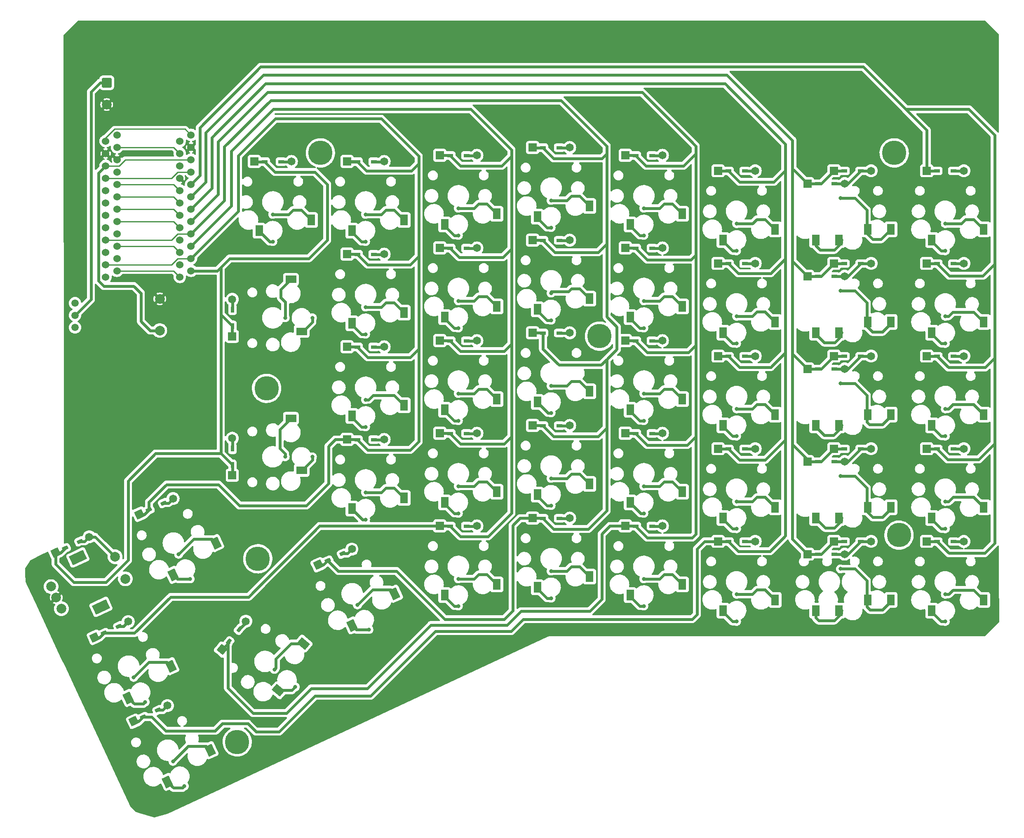
<source format=gtl>
%TF.GenerationSoftware,KiCad,Pcbnew,(6.0.5)*%
%TF.CreationDate,2022-08-07T14:06:45-06:00*%
%TF.ProjectId,ErgoDOX,4572676f-444f-4582-9e6b-696361645f70,rev?*%
%TF.SameCoordinates,Original*%
%TF.FileFunction,Copper,L1,Top*%
%TF.FilePolarity,Positive*%
%FSLAX46Y46*%
G04 Gerber Fmt 4.6, Leading zero omitted, Abs format (unit mm)*
G04 Created by KiCad (PCBNEW (6.0.5)) date 2022-08-07 14:06:45*
%MOMM*%
%LPD*%
G01*
G04 APERTURE LIST*
G04 Aperture macros list*
%AMRoundRect*
0 Rectangle with rounded corners*
0 $1 Rounding radius*
0 $2 $3 $4 $5 $6 $7 $8 $9 X,Y pos of 4 corners*
0 Add a 4 corners polygon primitive as box body*
4,1,4,$2,$3,$4,$5,$6,$7,$8,$9,$2,$3,0*
0 Add four circle primitives for the rounded corners*
1,1,$1+$1,$2,$3*
1,1,$1+$1,$4,$5*
1,1,$1+$1,$6,$7*
1,1,$1+$1,$8,$9*
0 Add four rect primitives between the rounded corners*
20,1,$1+$1,$2,$3,$4,$5,0*
20,1,$1+$1,$4,$5,$6,$7,0*
20,1,$1+$1,$6,$7,$8,$9,0*
20,1,$1+$1,$8,$9,$2,$3,0*%
%AMRotRect*
0 Rectangle, with rotation*
0 The origin of the aperture is its center*
0 $1 length*
0 $2 width*
0 $3 Rotation angle, in degrees counterclockwise*
0 Add horizontal line*
21,1,$1,$2,0,0,$3*%
G04 Aperture macros list end*
%TA.AperFunction,SMDPad,CuDef*%
%ADD10R,1.600000X2.200000*%
%TD*%
%TA.AperFunction,ComponentPad*%
%ADD11C,0.800000*%
%TD*%
%TA.AperFunction,ComponentPad*%
%ADD12C,1.651000*%
%TD*%
%TA.AperFunction,SMDPad,CuDef*%
%ADD13RoundRect,0.051100X0.553900X0.313900X-0.553900X0.313900X-0.553900X-0.313900X0.553900X-0.313900X0*%
%TD*%
%TA.AperFunction,ComponentPad*%
%ADD14R,1.651000X1.651000*%
%TD*%
%TA.AperFunction,SMDPad,CuDef*%
%ADD15R,2.200000X1.600000*%
%TD*%
%TA.AperFunction,SMDPad,CuDef*%
%ADD16RoundRect,0.051100X-0.313900X0.553900X-0.313900X-0.553900X0.313900X-0.553900X0.313900X0.553900X0*%
%TD*%
%TA.AperFunction,SMDPad,CuDef*%
%ADD17RotRect,1.600000X2.200000X205.000000*%
%TD*%
%TA.AperFunction,SMDPad,CuDef*%
%ADD18RoundRect,0.051100X0.369344X0.518578X-0.634664X0.050402X-0.369344X-0.518578X0.634664X-0.050402X0*%
%TD*%
%TA.AperFunction,ComponentPad*%
%ADD19RotRect,1.651000X1.651000X205.000000*%
%TD*%
%TA.AperFunction,SMDPad,CuDef*%
%ADD20RotRect,1.600000X2.200000X230.000000*%
%TD*%
%TA.AperFunction,SMDPad,CuDef*%
%ADD21RoundRect,0.051100X0.115579X0.626083X-0.596501X-0.222541X-0.115579X-0.626083X0.596501X0.222541X0*%
%TD*%
%TA.AperFunction,ComponentPad*%
%ADD22RotRect,1.651000X1.651000X230.000000*%
%TD*%
%TA.AperFunction,ComponentPad*%
%ADD23C,2.000000*%
%TD*%
%TA.AperFunction,ComponentPad*%
%ADD24RotRect,3.200000X2.000000X25.000000*%
%TD*%
%TA.AperFunction,ComponentPad*%
%ADD25C,5.000000*%
%TD*%
%TA.AperFunction,ComponentPad*%
%ADD26C,1.524000*%
%TD*%
%TA.AperFunction,ComponentPad*%
%ADD27RoundRect,0.250000X-0.750000X0.750000X-0.750000X-0.750000X0.750000X-0.750000X0.750000X0.750000X0*%
%TD*%
%TA.AperFunction,ComponentPad*%
%ADD28C,1.500000*%
%TD*%
%TA.AperFunction,ViaPad*%
%ADD29C,0.609600*%
%TD*%
%TA.AperFunction,Conductor*%
%ADD30C,0.609600*%
%TD*%
%TA.AperFunction,Conductor*%
%ADD31C,0.600000*%
%TD*%
%TA.AperFunction,Conductor*%
%ADD32C,0.254000*%
%TD*%
G04 APERTURE END LIST*
D10*
%TO.P,SW1:13,1,1*%
%TO.N,/ROW1*%
X194590500Y-146902660D03*
X199352500Y-146902660D03*
D11*
X188982500Y-140532660D03*
D10*
%TO.P,SW1:13,2,2*%
%TO.N,Net-(SW1:13-Pad2)*%
X188652500Y-149102660D03*
D11*
X189152500Y-149152660D03*
D10*
X183890500Y-149102660D03*
D12*
%TO.P,SW1:13,3,A*%
X189812500Y-137502660D03*
D13*
X193132500Y-134908660D03*
X187682500Y-137539860D03*
D12*
X195262500Y-134871460D03*
D14*
%TO.P,SW1:13,4,K*%
%TO.N,/COL0*%
X182192500Y-137502660D03*
D13*
X189772500Y-134908660D03*
D14*
X187642500Y-134871460D03*
D13*
X184322500Y-137539860D03*
%TD*%
D10*
%TO.P,SW1:10,1,1*%
%TO.N,/ROW1*%
X137440000Y-142130000D03*
D11*
X129540000Y-140970000D03*
%TO.P,SW1:10,2,2*%
%TO.N,Net-(SW1:10-Pad2)*%
X129540000Y-146558000D03*
D10*
X126740000Y-144330000D03*
D13*
%TO.P,SW1:10,3,A*%
X131220000Y-130136000D03*
D12*
X133350000Y-130098800D03*
D13*
%TO.P,SW1:10,4,K*%
%TO.N,/COL10*%
X127860000Y-130136000D03*
D14*
X125730000Y-130098800D03*
%TD*%
D11*
%TO.P,SW1:9,1,1*%
%TO.N,/ROW1*%
X110490000Y-142567660D03*
D10*
X118390000Y-143727660D03*
%TO.P,SW1:9,2,2*%
%TO.N,Net-(SW1:9-Pad2)*%
X107690000Y-145927660D03*
D11*
X110490000Y-148155660D03*
D13*
%TO.P,SW1:9,3,A*%
X112170000Y-131733660D03*
D12*
X114300000Y-131696460D03*
D14*
%TO.P,SW1:9,4,K*%
%TO.N,/COL4*%
X106680000Y-131696460D03*
D13*
X108810000Y-131733660D03*
%TD*%
D10*
%TO.P,SW2:13,1,1*%
%TO.N,/ROW2*%
X199352500Y-127852660D03*
D11*
X188982500Y-121482660D03*
D10*
X194590500Y-127852660D03*
%TO.P,SW2:13,2,2*%
%TO.N,Net-(SW2:13-Pad2)*%
X188652500Y-130052660D03*
D11*
X189152500Y-130102660D03*
D10*
X183890500Y-130052660D03*
D13*
%TO.P,SW2:13,3,A*%
X193132500Y-115858660D03*
D12*
X195262500Y-115821460D03*
D13*
X187682500Y-118489860D03*
D12*
X189812500Y-118452660D03*
D14*
%TO.P,SW2:13,4,K*%
%TO.N,/COL0*%
X182192500Y-118452660D03*
D13*
X189772500Y-115858660D03*
X184322500Y-118489860D03*
D14*
X187642500Y-115821460D03*
%TD*%
D10*
%TO.P,SW2:10,1,1*%
%TO.N,/ROW2*%
X137440000Y-123080000D03*
D11*
X129540000Y-121920000D03*
%TO.P,SW2:10,2,2*%
%TO.N,Net-(SW2:10-Pad2)*%
X129540000Y-127508000D03*
D10*
X126740000Y-125280000D03*
D13*
%TO.P,SW2:10,3,A*%
X131220000Y-111086000D03*
D12*
X133350000Y-111048800D03*
D13*
%TO.P,SW2:10,4,K*%
%TO.N,/COL10*%
X127860000Y-111086000D03*
D14*
X125730000Y-111048800D03*
%TD*%
D11*
%TO.P,SW2:9,1,1*%
%TO.N,/ROW2*%
X110490000Y-123517660D03*
D10*
X118390000Y-124677660D03*
%TO.P,SW2:9,2,2*%
%TO.N,Net-(SW2:9-Pad2)*%
X107690000Y-126877660D03*
D11*
X110490000Y-129105660D03*
D13*
%TO.P,SW2:9,3,A*%
X112170000Y-112683660D03*
D12*
X114300000Y-112646460D03*
D14*
%TO.P,SW2:9,4,K*%
%TO.N,/COL4*%
X106680000Y-112646460D03*
D13*
X108810000Y-112683660D03*
%TD*%
D11*
%TO.P,SW2:7,1,1*%
%TO.N,/ROW2*%
X74930000Y-117485160D03*
D15*
X76090000Y-109585160D03*
%TO.P,SW2:7,2,2*%
%TO.N,Net-(SW2:7-Pad2)*%
X78290000Y-120285160D03*
D11*
X80518000Y-117485160D03*
D16*
%TO.P,SW2:7,3,A*%
X64096000Y-115805160D03*
D12*
X64058800Y-113675160D03*
D16*
%TO.P,SW2:7,4,K*%
%TO.N,/COL6*%
X64096000Y-119165160D03*
D14*
X64058800Y-121295160D03*
%TD*%
D10*
%TO.P,SW3:13,1,1*%
%TO.N,/ROW3*%
X199352500Y-108802660D03*
X194590500Y-108802660D03*
D11*
X188982500Y-102432660D03*
%TO.P,SW3:13,2,2*%
%TO.N,Net-(SW3:13-Pad2)*%
X189152500Y-111052660D03*
D10*
X183890500Y-111002660D03*
X188652500Y-111002660D03*
D13*
%TO.P,SW3:13,3,A*%
X187682500Y-99439860D03*
X193132500Y-96808660D03*
D12*
X195262500Y-96771460D03*
X189812500Y-99402660D03*
D13*
%TO.P,SW3:13,4,K*%
%TO.N,/COL0*%
X184322500Y-99439860D03*
D14*
X187642500Y-96771460D03*
D13*
X189772500Y-96808660D03*
D14*
X182192500Y-99402660D03*
%TD*%
D11*
%TO.P,SW3:11,1,1*%
%TO.N,/ROW3*%
X148590000Y-104467660D03*
D10*
X156490000Y-105627660D03*
D11*
%TO.P,SW3:11,2,2*%
%TO.N,Net-(SW3:11-Pad2)*%
X148590000Y-110055660D03*
D10*
X145790000Y-107827660D03*
D12*
%TO.P,SW3:11,3,A*%
X152400000Y-93596460D03*
D13*
X150270000Y-93633660D03*
%TO.P,SW3:11,4,K*%
%TO.N,/COL11*%
X146910000Y-93633660D03*
D14*
X144780000Y-93596460D03*
%TD*%
D11*
%TO.P,SW3:10,1,1*%
%TO.N,/ROW3*%
X129540000Y-102870000D03*
D10*
X137440000Y-104030000D03*
%TO.P,SW3:10,2,2*%
%TO.N,Net-(SW3:10-Pad2)*%
X126740000Y-106230000D03*
D11*
X129540000Y-108458000D03*
D13*
%TO.P,SW3:10,3,A*%
X131220000Y-92036000D03*
D12*
X133350000Y-91998800D03*
D13*
%TO.P,SW3:10,4,K*%
%TO.N,/COL10*%
X127860000Y-92036000D03*
D14*
X125730000Y-91998800D03*
%TD*%
D10*
%TO.P,SW3:9,1,1*%
%TO.N,/ROW3*%
X118390000Y-105627660D03*
D11*
X110490000Y-104467660D03*
%TO.P,SW3:9,2,2*%
%TO.N,Net-(SW3:9-Pad2)*%
X110490000Y-110055660D03*
D10*
X107690000Y-107827660D03*
D12*
%TO.P,SW3:9,3,A*%
X114300000Y-93596460D03*
D13*
X112170000Y-93633660D03*
%TO.P,SW3:9,4,K*%
%TO.N,/COL4*%
X108810000Y-93633660D03*
D14*
X106680000Y-93596460D03*
%TD*%
D10*
%TO.P,SW3:8,1,1*%
%TO.N,/ROW3*%
X99340000Y-106897660D03*
D11*
X91440000Y-105737660D03*
D10*
%TO.P,SW3:8,2,2*%
%TO.N,Net-(SW3:8-Pad2)*%
X88640000Y-109097660D03*
D11*
X91440000Y-111325660D03*
D12*
%TO.P,SW3:8,3,A*%
X95250000Y-94866460D03*
D13*
X93120000Y-94903660D03*
D14*
%TO.P,SW3:8,4,K*%
%TO.N,/COL5*%
X87630000Y-94866460D03*
D13*
X89760000Y-94903660D03*
%TD*%
D11*
%TO.P,SW4:13,1,1*%
%TO.N,/ROW4*%
X188982500Y-83382660D03*
D10*
X194590500Y-89752660D03*
X199352500Y-89752660D03*
%TO.P,SW4:13,2,2*%
%TO.N,Net-(SW4:13-Pad2)*%
X183890500Y-91952660D03*
X188652500Y-91952660D03*
D11*
X189152500Y-92002660D03*
D12*
%TO.P,SW4:13,3,A*%
X189812500Y-80352660D03*
D13*
X193132500Y-77758660D03*
D12*
X195262500Y-77721460D03*
D13*
X187682500Y-80389860D03*
%TO.P,SW4:13,4,K*%
%TO.N,/COL0*%
X189772500Y-77758660D03*
D14*
X187642500Y-77721460D03*
X182192500Y-80352660D03*
D13*
X184322500Y-80389860D03*
%TD*%
D10*
%TO.P,SW4:12,1,1*%
%TO.N,/ROW4*%
X175540000Y-89752660D03*
D11*
X167640000Y-88592660D03*
D10*
%TO.P,SW4:12,2,2*%
%TO.N,Net-(SW4:12-Pad2)*%
X164840000Y-91952660D03*
D11*
X167640000Y-94180660D03*
D13*
%TO.P,SW4:12,3,A*%
X169320000Y-77758660D03*
D12*
X171450000Y-77721460D03*
D13*
%TO.P,SW4:12,4,K*%
%TO.N,/COL1*%
X165960000Y-77758660D03*
D14*
X163830000Y-77721460D03*
%TD*%
D11*
%TO.P,SW4:11,1,1*%
%TO.N,/ROW4*%
X148590000Y-85417660D03*
D10*
X156490000Y-86577660D03*
%TO.P,SW4:11,2,2*%
%TO.N,Net-(SW4:11-Pad2)*%
X145790000Y-88777660D03*
D11*
X148590000Y-91005660D03*
D12*
%TO.P,SW4:11,3,A*%
X152400000Y-74546460D03*
D13*
X150270000Y-74583660D03*
%TO.P,SW4:11,4,K*%
%TO.N,/COL11*%
X146910000Y-74583660D03*
D14*
X144780000Y-74546460D03*
%TD*%
D11*
%TO.P,SW4:10,1,1*%
%TO.N,/ROW4*%
X129540000Y-83820000D03*
D10*
X137440000Y-84980000D03*
D11*
%TO.P,SW4:10,2,2*%
%TO.N,Net-(SW4:10-Pad2)*%
X129540000Y-89408000D03*
D10*
X126740000Y-87180000D03*
D12*
%TO.P,SW4:10,3,A*%
X133350000Y-72948800D03*
D13*
X131220000Y-72986000D03*
%TO.P,SW4:10,4,K*%
%TO.N,/COL10*%
X127860000Y-72986000D03*
D14*
X125730000Y-72948800D03*
%TD*%
D10*
%TO.P,SW4:9,1,1*%
%TO.N,/ROW4*%
X118390000Y-86577660D03*
D11*
X110490000Y-85417660D03*
D10*
%TO.P,SW4:9,2,2*%
%TO.N,Net-(SW4:9-Pad2)*%
X107690000Y-88777660D03*
D11*
X110490000Y-91005660D03*
D13*
%TO.P,SW4:9,3,A*%
X112170000Y-74583660D03*
D12*
X114300000Y-74546460D03*
D13*
%TO.P,SW4:9,4,K*%
%TO.N,/COL4*%
X108810000Y-74583660D03*
D14*
X106680000Y-74546460D03*
%TD*%
D10*
%TO.P,SW4:8,1,1*%
%TO.N,/ROW4*%
X99340000Y-87847660D03*
D11*
X91440000Y-86687660D03*
D10*
%TO.P,SW4:8,2,2*%
%TO.N,Net-(SW4:8-Pad2)*%
X88640000Y-90047660D03*
D11*
X91440000Y-92275660D03*
D13*
%TO.P,SW4:8,3,A*%
X93120000Y-75853660D03*
D12*
X95250000Y-75816460D03*
D14*
%TO.P,SW4:8,4,K*%
%TO.N,/COL5*%
X87630000Y-75816460D03*
D13*
X89760000Y-75853660D03*
%TD*%
D11*
%TO.P,SW4:7,1,1*%
%TO.N,/ROW4*%
X74930000Y-88910160D03*
D15*
X76090000Y-81010160D03*
%TO.P,SW4:7,2,2*%
%TO.N,Net-(SW4:7-Pad2)*%
X78290000Y-91710160D03*
D11*
X80518000Y-88910160D03*
D12*
%TO.P,SW4:7,3,A*%
X64058800Y-85100160D03*
D16*
X64096000Y-87230160D03*
%TO.P,SW4:7,4,K*%
%TO.N,/COL6*%
X64096000Y-90590160D03*
D14*
X64058800Y-92720160D03*
%TD*%
D11*
%TO.P,SW0:10,1,1*%
%TO.N,/ROW0*%
X89764450Y-147930022D03*
D17*
X97414519Y-145642655D03*
D11*
%TO.P,SW0:10,2,2*%
%TO.N,Net-(SW0:10-Pad2)*%
X92126041Y-152994470D03*
D17*
X88646786Y-152158547D03*
D12*
%TO.P,SW0:10,3,A*%
X88623115Y-136467193D03*
D18*
X86708401Y-137401085D03*
D19*
%TO.P,SW0:10,4,K*%
%TO.N,/COL10*%
X81717050Y-139687544D03*
D18*
X83663207Y-138821082D03*
%TD*%
D11*
%TO.P,SW0:12,1,1*%
%TO.N,/ROW0*%
X51873450Y-180102022D03*
D17*
X59523519Y-177814655D03*
D11*
%TO.P,SW0:12,2,2*%
%TO.N,Net-(SW0:12-Pad2)*%
X54235041Y-185166470D03*
D17*
X50755786Y-184330547D03*
D12*
%TO.P,SW0:12,3,A*%
X50732115Y-168639193D03*
D18*
X48817401Y-169573085D03*
%TO.P,SW0:12,4,K*%
%TO.N,/COL1*%
X45772207Y-170993082D03*
D19*
X43826050Y-171859544D03*
%TD*%
D20*
%TO.P,SW0:11,1,1*%
%TO.N,/ROW0*%
X78692387Y-155891563D03*
D11*
X72725753Y-161197681D03*
%TO.P,SW0:11,2,2*%
%TO.N,Net-(SW0:11-Pad2)*%
X77006409Y-164789578D03*
D20*
X73499857Y-165502371D03*
D21*
%TO.P,SW0:11,3,A*%
X65506311Y-152946765D03*
D12*
X66846951Y-151291179D03*
D21*
%TO.P,SW0:11,4,K*%
%TO.N,/COL11*%
X63346544Y-155520674D03*
D22*
X61948910Y-157128437D03*
%TD*%
D11*
%TO.P,SW0:9,1,1*%
%TO.N,/ROW0*%
X43821650Y-162835102D03*
D17*
X51471719Y-160547735D03*
%TO.P,SW0:9,2,2*%
%TO.N,Net-(SW0:9-Pad2)*%
X42703986Y-167063627D03*
D11*
X46183241Y-167899550D03*
D18*
%TO.P,SW0:9,3,A*%
X40765601Y-152306165D03*
D12*
X42680315Y-151372273D03*
D19*
%TO.P,SW0:9,4,K*%
%TO.N,/COL4*%
X35774250Y-154592624D03*
D18*
X37720407Y-153726162D03*
%TD*%
D23*
%TO.P,SW0:7,A*%
%TO.N,ENCA*%
X26845086Y-144172567D03*
%TO.P,SW0:7,B*%
%TO.N,ENCB*%
X28958177Y-148704106D03*
%TO.P,SW0:7,C*%
%TO.N,GND*%
X27901632Y-146438337D03*
D24*
%TO.P,SW0:7,MP*%
%TO.N,N/C*%
X32332278Y-138193376D03*
X37065602Y-148344024D03*
D23*
%TO.P,SW0:7,S1*%
%TO.N,/ROW0*%
X42099640Y-142576142D03*
%TO.P,SW0:7,S2*%
%TO.N,Net-(SW0:7-Pad2)*%
X39986549Y-138044603D03*
%TD*%
D11*
%TO.P,SW1:11,1,1*%
%TO.N,/ROW1*%
X148590000Y-142567660D03*
D10*
X156490000Y-143727660D03*
D11*
%TO.P,SW1:11,2,2*%
%TO.N,Net-(SW1:11-Pad2)*%
X148590000Y-148155660D03*
D10*
X145790000Y-145927660D03*
D12*
%TO.P,SW1:11,3,A*%
X152400000Y-131696460D03*
D13*
X150270000Y-131733660D03*
D14*
%TO.P,SW1:11,4,K*%
%TO.N,/COL11*%
X144780000Y-131696460D03*
D13*
X146910000Y-131733660D03*
%TD*%
D17*
%TO.P,SW0:8,1,1*%
%TO.N,/ROW0*%
X60686839Y-135234095D03*
D11*
X53036770Y-137521462D03*
D17*
%TO.P,SW0:8,2,2*%
%TO.N,Net-(SW0:8-Pad2)*%
X51919106Y-141749987D03*
D11*
X55398361Y-142585910D03*
D18*
%TO.P,SW0:8,3,A*%
X49980721Y-126992525D03*
D12*
X51895435Y-126058633D03*
D19*
%TO.P,SW0:8,4,K*%
%TO.N,/COL5*%
X44989370Y-129278984D03*
D18*
X46935527Y-128412522D03*
%TD*%
D10*
%TO.P,SW5:13,1,1*%
%TO.N,/ROW5*%
X194590500Y-70705200D03*
D11*
X188982500Y-64335200D03*
D10*
X199352500Y-70705200D03*
D11*
%TO.P,SW5:13,2,2*%
%TO.N,Net-(SW5:13-Pad2)*%
X189152500Y-72955200D03*
D10*
X188652500Y-72905200D03*
X183890500Y-72905200D03*
D12*
%TO.P,SW5:13,3,A*%
X195262500Y-58674000D03*
X189812500Y-61305200D03*
D13*
X193132500Y-58711200D03*
X187682500Y-61342400D03*
D14*
%TO.P,SW5:13,4,K*%
%TO.N,/COL0*%
X187642500Y-58674000D03*
X182192500Y-61305200D03*
D13*
X184322500Y-61342400D03*
X189772500Y-58711200D03*
%TD*%
D11*
%TO.P,SW5:9,1,1*%
%TO.N,/ROW5*%
X110490000Y-66367660D03*
D10*
X118390000Y-67527660D03*
D11*
%TO.P,SW5:9,2,2*%
%TO.N,Net-(SW5:9-Pad2)*%
X110490000Y-71955660D03*
D10*
X107690000Y-69727660D03*
D12*
%TO.P,SW5:9,3,A*%
X114300000Y-55496460D03*
D13*
X112170000Y-55533660D03*
D14*
%TO.P,SW5:9,4,K*%
%TO.N,/COL4*%
X106680000Y-55496460D03*
D13*
X108810000Y-55533660D03*
%TD*%
D11*
%TO.P,SW5:10,1,1*%
%TO.N,/ROW5*%
X129540000Y-64770000D03*
D10*
X137440000Y-65930000D03*
D11*
%TO.P,SW5:10,2,2*%
%TO.N,Net-(SW5:10-Pad2)*%
X129540000Y-70358000D03*
D10*
X126740000Y-68130000D03*
D13*
%TO.P,SW5:10,3,A*%
X131220000Y-53936000D03*
D12*
X133350000Y-53898800D03*
D14*
%TO.P,SW5:10,4,K*%
%TO.N,/COL10*%
X125730000Y-53898800D03*
D13*
X127860000Y-53936000D03*
%TD*%
D11*
%TO.P,SW5:11,1,1*%
%TO.N,/ROW5*%
X148590000Y-66367660D03*
D10*
X156490000Y-67527660D03*
%TO.P,SW5:11,2,2*%
%TO.N,Net-(SW5:11-Pad2)*%
X145790000Y-69727660D03*
D11*
X148590000Y-71955660D03*
D13*
%TO.P,SW5:11,3,A*%
X150270000Y-55533660D03*
D12*
X152400000Y-55496460D03*
D14*
%TO.P,SW5:11,4,K*%
%TO.N,/COL11*%
X144780000Y-55496460D03*
D13*
X146910000Y-55533660D03*
%TD*%
D10*
%TO.P,SW5:12,1,1*%
%TO.N,/ROW5*%
X175540000Y-70705200D03*
D11*
X167640000Y-69545200D03*
%TO.P,SW5:12,2,2*%
%TO.N,Net-(SW5:12-Pad2)*%
X167640000Y-75133200D03*
D10*
X164840000Y-72905200D03*
D12*
%TO.P,SW5:12,3,A*%
X171450000Y-58674000D03*
D13*
X169320000Y-58711200D03*
%TO.P,SW5:12,4,K*%
%TO.N,/COL1*%
X165960000Y-58711200D03*
D14*
X163830000Y-58674000D03*
%TD*%
D10*
%TO.P,SW5:8,1,1*%
%TO.N,/ROW5*%
X99340000Y-68800200D03*
D11*
X91440000Y-67640200D03*
D10*
%TO.P,SW5:8,2,2*%
%TO.N,Net-(SW5:8-Pad2)*%
X88640000Y-71000200D03*
D11*
X91440000Y-73228200D03*
D12*
%TO.P,SW5:8,3,A*%
X95250000Y-56769000D03*
D13*
X93120000Y-56806200D03*
D14*
%TO.P,SW5:8,4,K*%
%TO.N,/COL5*%
X87630000Y-56769000D03*
D13*
X89760000Y-56806200D03*
%TD*%
D11*
%TO.P,SW5:7,1,1*%
%TO.N,/ROW5*%
X72390000Y-67640200D03*
D10*
X80290000Y-68800200D03*
%TO.P,SW5:7,2,2*%
%TO.N,Net-(SW5:7-Pad2)*%
X69590000Y-71000200D03*
D11*
X72390000Y-73228200D03*
D13*
%TO.P,SW5:7,3,A*%
X74070000Y-56806200D03*
D12*
X76200000Y-56769000D03*
D13*
%TO.P,SW5:7,4,K*%
%TO.N,/COL6*%
X70710000Y-56806200D03*
D14*
X68580000Y-56769000D03*
%TD*%
D10*
%TO.P,SW2:11,1,1*%
%TO.N,/ROW2*%
X156490000Y-124677660D03*
D11*
X148590000Y-123517660D03*
D10*
%TO.P,SW2:11,2,2*%
%TO.N,Net-(SW2:11-Pad2)*%
X145790000Y-126877660D03*
D11*
X148590000Y-129105660D03*
D13*
%TO.P,SW2:11,3,A*%
X150270000Y-112683660D03*
D12*
X152400000Y-112646460D03*
D13*
%TO.P,SW2:11,4,K*%
%TO.N,/COL11*%
X146910000Y-112683660D03*
D14*
X144780000Y-112646460D03*
%TD*%
D11*
%TO.P,SW2:8,1,1*%
%TO.N,/ROW2*%
X91440000Y-124787660D03*
D10*
X99340000Y-125947660D03*
D11*
%TO.P,SW2:8,2,2*%
%TO.N,Net-(SW2:8-Pad2)*%
X91440000Y-130375660D03*
D10*
X88640000Y-128147660D03*
D12*
%TO.P,SW2:8,3,A*%
X95250000Y-113916460D03*
D13*
X93120000Y-113953660D03*
D14*
%TO.P,SW2:8,4,K*%
%TO.N,/COL5*%
X87630000Y-113916460D03*
D13*
X89760000Y-113953660D03*
%TD*%
D11*
%TO.P,SW3:12,1,1*%
%TO.N,/ROW3*%
X167640000Y-107642660D03*
D10*
X175540000Y-108802660D03*
D11*
%TO.P,SW3:12,2,2*%
%TO.N,Net-(SW3:12-Pad2)*%
X167640000Y-113230660D03*
D10*
X164840000Y-111002660D03*
D12*
%TO.P,SW3:12,3,A*%
X171450000Y-96771460D03*
D13*
X169320000Y-96808660D03*
D14*
%TO.P,SW3:12,4,K*%
%TO.N,/COL1*%
X163830000Y-96771460D03*
D13*
X165960000Y-96808660D03*
%TD*%
D11*
%TO.P,SW2:12,1,1*%
%TO.N,/ROW2*%
X167640000Y-126692660D03*
D10*
X175540000Y-127852660D03*
%TO.P,SW2:12,2,2*%
%TO.N,Net-(SW2:12-Pad2)*%
X164840000Y-130052660D03*
D11*
X167640000Y-132280660D03*
D12*
%TO.P,SW2:12,3,A*%
X171450000Y-115821460D03*
D13*
X169320000Y-115858660D03*
%TO.P,SW2:12,4,K*%
%TO.N,/COL1*%
X165960000Y-115858660D03*
D14*
X163830000Y-115821460D03*
%TD*%
D10*
%TO.P,SW1:12,1,1*%
%TO.N,/ROW1*%
X175540000Y-146902660D03*
D11*
X167640000Y-145742660D03*
D10*
%TO.P,SW1:12,2,2*%
%TO.N,Net-(SW1:12-Pad2)*%
X164840000Y-149102660D03*
D11*
X167640000Y-151330660D03*
D13*
%TO.P,SW1:12,3,A*%
X169320000Y-134908660D03*
D12*
X171450000Y-134871460D03*
D14*
%TO.P,SW1:12,4,K*%
%TO.N,/COL1*%
X163830000Y-134871460D03*
D13*
X165960000Y-134908660D03*
%TD*%
D11*
%TO.P,STITCHING_VIA,GND*%
%TO.N,GND*%
X101490000Y-129460000D03*
%TD*%
%TO.P,STITCHING_VIA,GND*%
%TO.N,GND*%
X59870000Y-171840000D03*
%TD*%
%TO.P,STITCHING_VIA,GND*%
%TO.N,GND*%
X156972000Y-132510000D03*
%TD*%
%TO.P,STITCHING_VIA,GND*%
%TO.N,GND*%
X98806000Y-59944000D03*
%TD*%
D18*
%TO.P,,4,K*%
%TO.N,/COL6*%
X29720806Y-136293997D03*
%TD*%
D25*
%TO.P,,*%
%TO.N,*%
X139471400Y-92684600D03*
%TD*%
D26*
%TO.P,U1,1*%
%TO.N,NET-(U3-PAD1)*%
X40372900Y-51297000D03*
X53286500Y-52567000D03*
%TO.P,U1,2*%
%TO.N,NET-(U3-PAD2)*%
X40372900Y-53837000D03*
X53286500Y-55107000D03*
%TO.P,U1,3*%
%TO.N,GND*%
X53286500Y-57647000D03*
X40372900Y-56377000D03*
%TO.P,U1,4*%
X40372900Y-58917000D03*
X53286500Y-60187000D03*
%TO.P,U1,5*%
%TO.N,ENCA*%
X40372900Y-61457000D03*
X53286500Y-62727000D03*
%TO.P,U1,6*%
%TO.N,ENCB*%
X40372900Y-63997000D03*
X53286500Y-65267000D03*
%TO.P,U1,7*%
%TO.N,/ROW5*%
X40372900Y-66537000D03*
X53286500Y-67807000D03*
%TO.P,U1,8*%
%TO.N,/ROW4*%
X40372900Y-69077000D03*
X53286500Y-70347000D03*
%TO.P,U1,9*%
%TO.N,/ROW3*%
X53286500Y-72887000D03*
X40372900Y-71617000D03*
%TO.P,U1,10*%
%TO.N,/ROW2*%
X53286500Y-75427000D03*
X40372900Y-74157000D03*
%TO.P,U1,11*%
%TO.N,/ROW1*%
X40372900Y-76697000D03*
X53286500Y-77967000D03*
%TO.P,U1,12*%
%TO.N,/ROW0*%
X53286500Y-80507000D03*
X40372900Y-79237000D03*
%TO.P,U1,13*%
%TO.N,/COL6*%
X38046500Y-80507000D03*
X55592900Y-79237000D03*
%TO.P,U1,14*%
%TO.N,/COL5*%
X55592900Y-76697000D03*
X38046500Y-77967000D03*
%TO.P,U1,15*%
%TO.N,/COL4*%
X38046500Y-75427000D03*
X55592900Y-74157000D03*
%TO.P,U1,16*%
%TO.N,/COL10*%
X55592900Y-71617000D03*
X38046500Y-72887000D03*
%TO.P,U1,17*%
%TO.N,/COL11*%
X55592900Y-69077000D03*
X38046500Y-70347000D03*
%TO.P,U1,18*%
%TO.N,/COL1*%
X55592900Y-66537000D03*
X38046500Y-67807000D03*
%TO.P,U1,19*%
%TO.N,/COL0*%
X55592900Y-63997000D03*
X38046500Y-65267000D03*
%TO.P,U1,20*%
%TO.N,/COL7*%
X55592900Y-61457000D03*
X38046500Y-62727000D03*
%TO.P,U1,21*%
%TO.N,VCC*%
X38046500Y-60187000D03*
X55592900Y-58917000D03*
%TO.P,U1,22*%
%TO.N,/RST*%
X38046500Y-57647000D03*
X55592900Y-56377000D03*
%TO.P,U1,23*%
%TO.N,GND*%
X55592900Y-53837000D03*
X38046500Y-55107000D03*
%TO.P,U1,24*%
%TO.N,+BATT*%
X38046500Y-52567000D03*
X55592900Y-51297000D03*
%TD*%
D19*
%TO.P,,4,K*%
%TO.N,/COL6*%
X27774649Y-137160459D03*
%TD*%
D10*
%TO.P,SW11,1*%
%TO.N,/ROW2*%
X218402400Y-127850850D03*
D11*
X210502400Y-126690850D03*
%TO.P,SW11,2*%
%TO.N,4-pad2*%
X210502400Y-132278850D03*
D10*
X207702400Y-130050850D03*
D13*
%TO.P,SW11,3*%
X212182400Y-115856850D03*
D12*
X214312400Y-115819650D03*
D14*
%TO.P,SW11,4*%
%TO.N,/COL7*%
X206692400Y-115819650D03*
D13*
X208822400Y-115856850D03*
%TD*%
D25*
%TO.P,,*%
%TO.N,*%
X65074800Y-176098200D03*
%TD*%
D18*
%TO.P,,3,A*%
%TO.N,Net-(SW0:7-Pad2)*%
X32766000Y-134874000D03*
%TD*%
D11*
%TO.P,SW11,1*%
%TO.N,/ROW4*%
X210502400Y-88595200D03*
D10*
X218402400Y-89755200D03*
%TO.P,SW11,2*%
%TO.N,2-pad2*%
X207702400Y-91955200D03*
D11*
X210502400Y-94183200D03*
D12*
%TO.P,SW11,3*%
X214312400Y-77724000D03*
D13*
X212182400Y-77761200D03*
D14*
%TO.P,SW11,4*%
%TO.N,/COL7*%
X206692400Y-77724000D03*
D13*
X208822400Y-77761200D03*
%TD*%
D25*
%TO.P,,*%
%TO.N,*%
X82150000Y-55000000D03*
%TD*%
D27*
%TO.P,BATTERY,1*%
%TO.N,NET-(BSW1-PAD2)*%
X38280000Y-40570000D03*
D23*
%TO.P,BATTERY,2*%
%TO.N,GND*%
X38280000Y-45070000D03*
%TD*%
D25*
%TO.P,,*%
%TO.N,*%
X71110000Y-103420000D03*
%TD*%
%TO.P,,*%
%TO.N,*%
X200990000Y-133590000D03*
%TD*%
D11*
%TO.P,SW11,1*%
%TO.N,/ROW5*%
X210502400Y-69545200D03*
D10*
X218402400Y-70705200D03*
D11*
%TO.P,SW11,2*%
%TO.N,1-pad2*%
X210502400Y-75133200D03*
D10*
X207702400Y-72905200D03*
D13*
%TO.P,SW11,3*%
X212182400Y-58711200D03*
D12*
X214312400Y-58674000D03*
D13*
%TO.P,SW11,4*%
%TO.N,/COL7*%
X208822400Y-58711200D03*
D14*
X206692400Y-58674000D03*
%TD*%
D11*
%TO.P,SW11,1*%
%TO.N,/ROW1*%
X210502400Y-145750850D03*
D10*
X218402400Y-146910850D03*
D11*
%TO.P,SW11,2*%
%TO.N,5-pad2*%
X210502400Y-151338850D03*
D10*
X207702400Y-149110850D03*
D13*
%TO.P,SW11,3*%
X212182400Y-134916850D03*
D12*
X214312400Y-134879650D03*
D13*
%TO.P,SW11,4*%
%TO.N,/COL7*%
X208822400Y-134916850D03*
D14*
X206692400Y-134879650D03*
%TD*%
D12*
%TO.P,,3,A*%
%TO.N,Net-(SW0:7-Pad2)*%
X34680714Y-133940108D03*
%TD*%
D28*
%TO.P,BSW1,1*%
%TO.N,N/C*%
X31762000Y-90897000D03*
%TO.P,BSW1,2*%
%TO.N,NET-(BSW1-PAD2)*%
X31762000Y-88397000D03*
%TO.P,BSW1,3*%
%TO.N,+BATT*%
X31762000Y-85897000D03*
%TD*%
D10*
%TO.P,SW11,1*%
%TO.N,/ROW3*%
X218402400Y-108800850D03*
D11*
X210502400Y-107640850D03*
%TO.P,SW11,2*%
%TO.N,3-pad2*%
X210502400Y-113228850D03*
D10*
X207702400Y-111000850D03*
D12*
%TO.P,SW11,3*%
X214312400Y-96769650D03*
D13*
X212182400Y-96806850D03*
D14*
%TO.P,SW11,4*%
%TO.N,/COL7*%
X206692400Y-96769650D03*
D13*
X208822400Y-96806850D03*
%TD*%
D25*
%TO.P,,*%
%TO.N,*%
X200000000Y-55000000D03*
%TD*%
D23*
%TO.P,RSW1,1*%
%TO.N,GND*%
X49174400Y-85015000D03*
%TO.P,RSW1,2*%
%TO.N,/RST*%
X49174400Y-91515000D03*
%TD*%
D25*
%TO.P,,*%
%TO.N,*%
X69290000Y-138460000D03*
%TD*%
D29*
%TO.N,GND*%
X173964600Y-54102000D03*
X156159200Y-53644800D03*
X160858200Y-94386400D03*
X182803800Y-53060600D03*
X156768800Y-112928400D03*
X156921200Y-98272600D03*
X146354800Y-95681800D03*
%TD*%
D30*
%TO.N,/COL0*%
X184322500Y-137539860D02*
X184974100Y-137539860D01*
X179120800Y-114960400D02*
X179120800Y-134430960D01*
X165655200Y-38960000D02*
X179120800Y-52425600D01*
X179120800Y-52425600D02*
X179120800Y-58521600D01*
X184974100Y-137539860D02*
X187642500Y-134871460D01*
X184974100Y-99439860D02*
X187642500Y-96771460D01*
X179120800Y-77317600D02*
X179120800Y-95910400D01*
X182192500Y-137502660D02*
X184285300Y-137502660D01*
X179120800Y-95910400D02*
X179120800Y-114960400D01*
X58572400Y-50850800D02*
X70463200Y-38960000D01*
X182192500Y-61305200D02*
X184285300Y-61305200D01*
X182192500Y-80352660D02*
X184285300Y-80352660D01*
X182192500Y-118452660D02*
X184285300Y-118452660D01*
X184974100Y-80389860D02*
X187642500Y-77721460D01*
X179120800Y-58521600D02*
X179120800Y-77317600D01*
X179120800Y-134430960D02*
X182192500Y-137502660D01*
X58572400Y-61017500D02*
X58572400Y-50850800D01*
X187642500Y-58674000D02*
X189735300Y-58674000D01*
X184322500Y-61342400D02*
X184974100Y-61342400D01*
X187642500Y-96771460D02*
X189735300Y-96771460D01*
X184322500Y-80389860D02*
X184974100Y-80389860D01*
X55592900Y-63997000D02*
X58572400Y-61017500D01*
X179120800Y-96330960D02*
X179120800Y-95910400D01*
X179120800Y-114960400D02*
X182192500Y-118032100D01*
X179157440Y-77317600D02*
X182192500Y-80352660D01*
X187642500Y-134871460D02*
X189735300Y-134871460D01*
X179120800Y-58521600D02*
X179408900Y-58521600D01*
X187642500Y-115821460D02*
X189735300Y-115821460D01*
X179120800Y-77317600D02*
X179157440Y-77317600D01*
X182192500Y-99402660D02*
X179120800Y-96330960D01*
X184974100Y-61342400D02*
X187642500Y-58674000D01*
X184322500Y-99439860D02*
X184974100Y-99439860D01*
X184322500Y-99439860D02*
X182229700Y-99439860D01*
X70463200Y-38960000D02*
X165655200Y-38960000D01*
X184322500Y-118489860D02*
X184974100Y-118489860D01*
X184974100Y-118489860D02*
X187642500Y-115821460D01*
X179408900Y-58521600D02*
X182192500Y-61305200D01*
X187642500Y-77721460D02*
X189735300Y-77721460D01*
D31*
%TO.N,/COL1*%
X168211340Y-118110000D02*
X173532800Y-118110000D01*
X62026800Y-172364400D02*
X60566300Y-173824900D01*
D30*
X177647600Y-59791600D02*
X177647600Y-76758800D01*
D31*
X163830000Y-134871460D02*
X161038540Y-134871460D01*
X81026000Y-166624000D02*
X73660000Y-173990000D01*
X167957340Y-79756000D02*
X174650400Y-79756000D01*
D30*
X177647600Y-78333600D02*
X177647600Y-96062800D01*
D31*
X174650400Y-99060000D02*
X177647600Y-96062800D01*
D30*
X177647600Y-97383600D02*
X177647600Y-113995200D01*
D31*
X60566300Y-173824900D02*
X50380900Y-173824900D01*
D30*
X177647600Y-76758800D02*
X177647600Y-78333600D01*
X177647600Y-58623200D02*
X177647600Y-53187600D01*
D31*
X92456000Y-166624000D02*
X81026000Y-166624000D01*
X105727500Y-153352500D02*
X92456000Y-166624000D01*
X161038540Y-134871460D02*
X159512000Y-136398000D01*
X168211340Y-99060000D02*
X174650400Y-99060000D01*
X165960000Y-96808660D02*
X168211340Y-99060000D01*
X167957340Y-136906000D02*
X174498000Y-136906000D01*
X163830000Y-115821460D02*
X165922800Y-115821460D01*
X165960000Y-58711200D02*
X168208800Y-60960000D01*
X159512000Y-136398000D02*
X159512000Y-149860000D01*
X73660000Y-173990000D02*
X68910200Y-173990000D01*
X123799600Y-150876000D02*
X121323100Y-153352500D01*
D30*
X70898400Y-40760000D02*
X59842400Y-51816000D01*
D31*
X174498000Y-136906000D02*
X177647600Y-133756400D01*
X50380900Y-173824900D02*
X47549082Y-170993082D01*
D30*
X59842400Y-62287500D02*
X55592900Y-66537000D01*
D31*
X121323100Y-153352500D02*
X105727500Y-153352500D01*
D30*
X165270800Y-40760000D02*
X70898400Y-40760000D01*
D31*
X163830000Y-58674000D02*
X165922800Y-58674000D01*
D30*
X177596800Y-53086000D02*
X165270800Y-40760000D01*
D31*
X43826050Y-171859544D02*
X44905745Y-171859544D01*
X175310800Y-60960000D02*
X177647600Y-58623200D01*
X163830000Y-96771460D02*
X165922800Y-96771460D01*
X174650400Y-79756000D02*
X177647600Y-76758800D01*
D30*
X177647600Y-116433600D02*
X177647600Y-133756400D01*
D31*
X44905745Y-171859544D02*
X45772207Y-170993082D01*
X67284600Y-172364400D02*
X62026800Y-172364400D01*
D30*
X177647600Y-59791600D02*
X177647600Y-58623200D01*
D31*
X158496000Y-150876000D02*
X123799600Y-150876000D01*
X159512000Y-149860000D02*
X158496000Y-150876000D01*
X163830000Y-134871460D02*
X165922800Y-134871460D01*
X165960000Y-134908660D02*
X167957340Y-136906000D01*
X173532800Y-118110000D02*
X177647600Y-113995200D01*
X47549082Y-170993082D02*
X45772207Y-170993082D01*
D30*
X177647600Y-96062800D02*
X177647600Y-97383600D01*
D31*
X163830000Y-77721460D02*
X165922800Y-77721460D01*
X68910200Y-173990000D02*
X67284600Y-172364400D01*
X168208800Y-60960000D02*
X175310800Y-60960000D01*
D30*
X59842400Y-51816000D02*
X59842400Y-62287500D01*
D31*
X165960000Y-115858660D02*
X168211340Y-118110000D01*
D30*
X177647600Y-113995200D02*
X177647600Y-116433600D01*
D31*
X165960000Y-77758660D02*
X167957340Y-79756000D01*
%TO.N,/COL10*%
X125730000Y-72948800D02*
X127822800Y-72948800D01*
D30*
X131596000Y-44220000D02*
X71959600Y-44220000D01*
D31*
X125730000Y-111048800D02*
X127822800Y-111048800D01*
D30*
X140970000Y-128524000D02*
X139192000Y-130302000D01*
X140970000Y-88696800D02*
X140970000Y-73660000D01*
D31*
X127860000Y-53936000D02*
X125767200Y-53936000D01*
X97790000Y-140970000D02*
X107696000Y-150876000D01*
D32*
X51573000Y-72887000D02*
X52843000Y-71617000D01*
D31*
X119888000Y-150876000D02*
X107696000Y-150876000D01*
X141046200Y-97383600D02*
X139827000Y-98602800D01*
X127860000Y-130136000D02*
X130058000Y-132334000D01*
X121666000Y-149098000D02*
X119888000Y-150876000D01*
D30*
X143052800Y-95377000D02*
X143052800Y-90779600D01*
D31*
X125730000Y-91998800D02*
X127822800Y-91998800D01*
X127860000Y-72986000D02*
X130312000Y-75438000D01*
X127860000Y-53936000D02*
X130058000Y-56134000D01*
D30*
X141046200Y-97383600D02*
X143052800Y-95377000D01*
D31*
X131140200Y-98602800D02*
X127863600Y-95326200D01*
X125730000Y-130098800D02*
X123139200Y-130098800D01*
X139954000Y-56134000D02*
X140970000Y-55118000D01*
X127860000Y-111086000D02*
X130058000Y-113284000D01*
X83663207Y-138821082D02*
X85812125Y-140970000D01*
D30*
X140970000Y-53594000D02*
X131596000Y-44220000D01*
D31*
X81717050Y-139687544D02*
X82796745Y-139687544D01*
D30*
X140970000Y-55118000D02*
X140970000Y-73660000D01*
D32*
X38046500Y-72887000D02*
X51573000Y-72887000D01*
D31*
X85812125Y-140970000D02*
X97790000Y-140970000D01*
X137160000Y-132334000D02*
X139192000Y-130302000D01*
D30*
X141046200Y-97383600D02*
X140970000Y-97459800D01*
X143052800Y-90779600D02*
X140970000Y-88696800D01*
X71959600Y-44220000D02*
X62433200Y-53746400D01*
X62433200Y-53746400D02*
X62433200Y-64776700D01*
D32*
X52843000Y-71617000D02*
X55592900Y-71617000D01*
D30*
X140970000Y-111506000D02*
X140970000Y-128524000D01*
X140970000Y-55118000D02*
X140970000Y-53594000D01*
D31*
X82796745Y-139687544D02*
X83663207Y-138821082D01*
X130312000Y-75438000D02*
X139192000Y-75438000D01*
X130058000Y-132334000D02*
X137160000Y-132334000D01*
D30*
X62433200Y-64776700D02*
X55592900Y-71617000D01*
D31*
X123139200Y-130098800D02*
X121666000Y-131572000D01*
X127863600Y-95326200D02*
X127863600Y-92039600D01*
X139192000Y-113284000D02*
X140970000Y-111506000D01*
D30*
X140970000Y-97459800D02*
X140970000Y-111506000D01*
D31*
X130058000Y-113284000D02*
X139192000Y-113284000D01*
X121666000Y-131572000D02*
X121666000Y-149098000D01*
X139827000Y-98602800D02*
X131140200Y-98602800D01*
X139192000Y-75438000D02*
X140970000Y-73660000D01*
X130058000Y-56134000D02*
X139954000Y-56134000D01*
X125730000Y-130098800D02*
X127822800Y-130098800D01*
%TO.N,/COL11*%
X144780000Y-112646460D02*
X146872800Y-112646460D01*
X61112400Y-52730400D02*
X61112400Y-63557500D01*
X149288340Y-76962000D02*
X158242000Y-76962000D01*
D30*
X80264000Y-165100000D02*
X75184000Y-170180000D01*
D31*
X159258000Y-75946000D02*
X159258000Y-94488000D01*
X144780000Y-74546460D02*
X146872800Y-74546460D01*
X159258000Y-55118000D02*
X159258000Y-75946000D01*
X149034340Y-57658000D02*
X156718000Y-57658000D01*
X139954000Y-146748500D02*
X137477500Y-149225000D01*
X63157741Y-165011741D02*
X68326000Y-170180000D01*
X61112400Y-63557500D02*
X55592900Y-69077000D01*
X116840000Y-152082500D02*
X120510300Y-152082500D01*
X71272800Y-42570000D02*
X61112400Y-52730400D01*
X141607540Y-131696460D02*
X139954000Y-133350000D01*
D30*
X75184000Y-170180000D02*
X68326000Y-170180000D01*
D31*
X149288340Y-134112000D02*
X158496000Y-134112000D01*
X157480000Y-115062000D02*
X159258000Y-113284000D01*
X146910000Y-74583660D02*
X149288340Y-76962000D01*
X139954000Y-133350000D02*
X139954000Y-146748500D01*
X120510300Y-152082500D02*
X123367800Y-149225000D01*
X146910000Y-131733660D02*
X149288340Y-134112000D01*
X146910000Y-55533660D02*
X149034340Y-57658000D01*
D30*
X104838500Y-152082500D02*
X91821000Y-165100000D01*
D31*
X146910000Y-112683660D02*
X149288340Y-115062000D01*
X157734000Y-96012000D02*
X159258000Y-94488000D01*
X158496000Y-134112000D02*
X159258000Y-133350000D01*
X63157741Y-155709477D02*
X63157741Y-165011741D01*
D30*
X91821000Y-165100000D02*
X80264000Y-165100000D01*
D31*
X146910000Y-93633660D02*
X149288340Y-96012000D01*
X149288340Y-96012000D02*
X157734000Y-96012000D01*
X144780000Y-131696460D02*
X141607540Y-131696460D01*
X63346544Y-155520674D02*
X63346544Y-155730803D01*
X148234000Y-42570000D02*
X71272800Y-42570000D01*
X158242000Y-76962000D02*
X159258000Y-75946000D01*
X63346544Y-155730803D02*
X61948910Y-157128437D01*
X144780000Y-93596460D02*
X146872800Y-93596460D01*
D30*
X137477500Y-149225000D02*
X123367800Y-149225000D01*
X116840000Y-152082500D02*
X104838500Y-152082500D01*
D31*
X144780000Y-131696460D02*
X146872800Y-131696460D01*
X149288340Y-115062000D02*
X157480000Y-115062000D01*
X159258000Y-53594000D02*
X148234000Y-42570000D01*
X156718000Y-57658000D02*
X159258000Y-55118000D01*
X159258000Y-94488000D02*
X159258000Y-113284000D01*
X159258000Y-55118000D02*
X159258000Y-53594000D01*
X159258000Y-113284000D02*
X159258000Y-133350000D01*
X144780000Y-55496460D02*
X146872800Y-55496460D01*
%TO.N,/COL4*%
X108810000Y-93633660D02*
X110934340Y-95758000D01*
X110934340Y-95758000D02*
X119888000Y-95758000D01*
X119888000Y-114808000D02*
X121412000Y-113284000D01*
X121412000Y-74676000D02*
X121412000Y-94234000D01*
X119380000Y-57658000D02*
X121412000Y-55626000D01*
X108810000Y-131733660D02*
X110934340Y-133858000D01*
X36853945Y-154592624D02*
X37720407Y-153726162D01*
X106680000Y-74546460D02*
X108772800Y-74546460D01*
X63855600Y-54660800D02*
X63855600Y-65894300D01*
X110934340Y-133858000D02*
X116586000Y-133858000D01*
X63855600Y-65894300D02*
X55592900Y-74157000D01*
X106680000Y-55496460D02*
X108772800Y-55496460D01*
X35774250Y-154592624D02*
X36853945Y-154592624D01*
X106680000Y-131696460D02*
X108772800Y-131696460D01*
X121412000Y-55626000D02*
X121412000Y-74676000D01*
X119888000Y-95758000D02*
X121412000Y-94234000D01*
X106680000Y-112646460D02*
X108772800Y-112646460D01*
X121412000Y-55626000D02*
X121412000Y-54356000D01*
X67382160Y-146304000D02*
X81989700Y-131696460D01*
X121412000Y-94234000D02*
X121412000Y-113284000D01*
X108810000Y-112683660D02*
X110934340Y-114808000D01*
X51420324Y-146304000D02*
X67382160Y-146304000D01*
X81989700Y-131696460D02*
X106680000Y-131696460D01*
X121412000Y-129032000D02*
X121412000Y-113284000D01*
X106680000Y-93596460D02*
X108772800Y-93596460D01*
X121412000Y-54356000D02*
X113076000Y-46020000D01*
X37720407Y-153726162D02*
X43998162Y-153726162D01*
X72496400Y-46020000D02*
X63855600Y-54660800D01*
X43998162Y-153726162D02*
X51420324Y-146304000D01*
X108810000Y-55533660D02*
X110934340Y-57658000D01*
X110934340Y-114808000D02*
X119888000Y-114808000D01*
X110680340Y-76454000D02*
X119634000Y-76454000D01*
X113076000Y-46020000D02*
X72496400Y-46020000D01*
X116586000Y-133858000D02*
X121412000Y-129032000D01*
X119634000Y-76454000D02*
X121412000Y-74676000D01*
X110934340Y-57658000D02*
X119380000Y-57658000D01*
X108810000Y-74583660D02*
X110680340Y-76454000D01*
%TO.N,/COL5*%
X61214000Y-123190000D02*
X65532000Y-127508000D01*
X85219540Y-113916460D02*
X83820000Y-115316000D01*
X89760000Y-56806200D02*
X87671990Y-56806200D01*
X91884340Y-116078000D02*
X100584000Y-116078000D01*
X89760000Y-113953660D02*
X91884340Y-116078000D01*
X46935527Y-128412522D02*
X46935527Y-126800473D01*
X65278000Y-67011900D02*
X55592900Y-76697000D01*
X79248000Y-127508000D02*
X83820000Y-122936000D01*
X44989370Y-129278984D02*
X46069065Y-129278984D01*
X91884340Y-97028000D02*
X100584000Y-97028000D01*
X100584000Y-116078000D02*
X102362000Y-114300000D01*
X46935527Y-126800473D02*
X50546000Y-123190000D01*
X87630000Y-113916460D02*
X89722800Y-113916460D01*
X87630000Y-113916460D02*
X85219540Y-113916460D01*
X72883200Y-47970000D02*
X65278000Y-55575200D01*
X65278000Y-55575200D02*
X65278000Y-67011900D01*
X91884340Y-77978000D02*
X100584000Y-77978000D01*
X100584000Y-97028000D02*
X102362000Y-95250000D01*
X83820000Y-115316000D02*
X83820000Y-122936000D01*
X100838000Y-58674000D02*
X102362000Y-57150000D01*
X87630000Y-94866460D02*
X89722800Y-94866460D01*
X91627800Y-58674000D02*
X100838000Y-58674000D01*
X100584000Y-77978000D02*
X102362000Y-76200000D01*
X102362000Y-57150000D02*
X102362000Y-76200000D01*
X50546000Y-123190000D02*
X61214000Y-123190000D01*
X46069065Y-129278984D02*
X46935527Y-128412522D01*
X65532000Y-127508000D02*
X79248000Y-127508000D01*
X89760000Y-94903660D02*
X91884340Y-97028000D01*
X102362000Y-95250000D02*
X102362000Y-114300000D01*
D32*
X38046500Y-77967000D02*
X51598902Y-77967000D01*
D31*
X94655200Y-47970000D02*
X72883200Y-47970000D01*
X89760000Y-75853660D02*
X91884340Y-77978000D01*
X87630000Y-56769000D02*
X89722800Y-56769000D01*
D32*
X52868902Y-76697000D02*
X55592900Y-76697000D01*
D31*
X89760000Y-56806200D02*
X91627800Y-58674000D01*
X87630000Y-75816460D02*
X89722800Y-75816460D01*
X102362000Y-57150000D02*
X102362000Y-55676800D01*
D32*
X51598902Y-77967000D02*
X52868902Y-76697000D01*
D31*
X102362000Y-76200000D02*
X102362000Y-95250000D01*
X102362000Y-55676800D02*
X94655200Y-47970000D01*
%TO.N,/COL6*%
X31496000Y-143256000D02*
X27774649Y-139534649D01*
X61722000Y-78486000D02*
X63511000Y-76697000D01*
X70710000Y-56806200D02*
X68617200Y-56806200D01*
X61722000Y-116791160D02*
X64096000Y-119165160D01*
X70710000Y-56806200D02*
X72831800Y-58928000D01*
X27774649Y-137160459D02*
X28854344Y-137160459D01*
X72831800Y-58928000D02*
X81026000Y-58928000D01*
X48308840Y-116791160D02*
X42672000Y-122428000D01*
X61722000Y-88216160D02*
X61722000Y-78486000D01*
X28854344Y-137160459D02*
X29720806Y-136293997D01*
X83566000Y-61468000D02*
X83566000Y-72898000D01*
X64096000Y-90590160D02*
X61722000Y-88216160D01*
X61722000Y-116791160D02*
X48308840Y-116791160D01*
X60971000Y-79237000D02*
X55592900Y-79237000D01*
X27774649Y-139534649D02*
X27774649Y-137160459D01*
X79767000Y-76697000D02*
X83566000Y-72898000D01*
X63743000Y-76697000D02*
X79767000Y-76697000D01*
X64096000Y-119165160D02*
X64096000Y-121257960D01*
X63511000Y-76697000D02*
X63743000Y-76697000D01*
X61722000Y-88216160D02*
X61722000Y-116791160D01*
X38100000Y-143256000D02*
X31496000Y-143256000D01*
X81026000Y-58928000D02*
X83566000Y-61468000D01*
X42672000Y-138684000D02*
X38100000Y-143256000D01*
X61722000Y-78486000D02*
X60971000Y-79237000D01*
X42672000Y-122428000D02*
X42672000Y-138684000D01*
X64058800Y-92720160D02*
X64058800Y-90627360D01*
%TO.N,/ROW0*%
X73029521Y-159013412D02*
X73029521Y-160893913D01*
X54984745Y-176990727D02*
X58699591Y-176990727D01*
D32*
X52016500Y-79237000D02*
X53286500Y-80507000D01*
D31*
X56151873Y-134406359D02*
X53036770Y-137521462D01*
X59859103Y-134406359D02*
X56151873Y-134406359D01*
X73029521Y-160893913D02*
X72725753Y-161197681D01*
X92879553Y-144814919D02*
X96586783Y-144814919D01*
X50643983Y-159719999D02*
X46936753Y-159719999D01*
X89764450Y-147930022D02*
X92879553Y-144814919D01*
X76151370Y-155891563D02*
X73029521Y-159013412D01*
X60686839Y-135234095D02*
X59859103Y-134406359D01*
X46936753Y-159719999D02*
X43821650Y-162835102D01*
X78692387Y-155891563D02*
X76151370Y-155891563D01*
X58699591Y-176990727D02*
X59523519Y-177814655D01*
X96586783Y-144814919D02*
X97414519Y-145642655D01*
X51471719Y-160547735D02*
X50643983Y-159719999D01*
X51873450Y-180102022D02*
X54984745Y-176990727D01*
D32*
X40372900Y-79237000D02*
X52016500Y-79237000D01*
D30*
%TO.N,/ROW1*%
X191970592Y-140532660D02*
X188982500Y-140532660D01*
D31*
X132801539Y-140970000D02*
X133691060Y-140080479D01*
X116340479Y-141678139D02*
X118390000Y-143727660D01*
X152741060Y-141678139D02*
X154440479Y-141678139D01*
X167640000Y-145742660D02*
X170901539Y-145742660D01*
X151851539Y-142567660D02*
X152741060Y-141678139D01*
X218402400Y-146910850D02*
X216352879Y-144861329D01*
X110490000Y-142567660D02*
X113751539Y-142567660D01*
X216352879Y-144861329D02*
X212088671Y-144861329D01*
X212088671Y-144861329D02*
X211199150Y-145750850D01*
D30*
X194398179Y-142960247D02*
X191970592Y-140532660D01*
D31*
X171791060Y-144853139D02*
X173490479Y-144853139D01*
X170901539Y-145742660D02*
X171791060Y-144853139D01*
X114641060Y-141678139D02*
X116340479Y-141678139D01*
X211199150Y-145750850D02*
X210502400Y-145750850D01*
D30*
X199352500Y-147202660D02*
X197598179Y-148956981D01*
D31*
X135390479Y-140080479D02*
X137440000Y-142130000D01*
X173490479Y-144853139D02*
X175540000Y-146902660D01*
D30*
X197598179Y-148956981D02*
X195032581Y-148956981D01*
D31*
X113751539Y-142567660D02*
X114641060Y-141678139D01*
X133691060Y-140080479D02*
X135390479Y-140080479D01*
D30*
X194398179Y-148322579D02*
X194398179Y-142960247D01*
D31*
X154440479Y-141678139D02*
X156490000Y-143727660D01*
X148590000Y-142567660D02*
X151851539Y-142567660D01*
X129540000Y-140970000D02*
X132801539Y-140970000D01*
D30*
X195032581Y-148956981D02*
X194398179Y-148322579D01*
D31*
%TO.N,/ROW2*%
X129540000Y-121920000D02*
X132801539Y-121920000D01*
X74930000Y-116843856D02*
X74930000Y-117485160D01*
D30*
X195601571Y-129906981D02*
X194398179Y-128703589D01*
D31*
X91440000Y-124787660D02*
X94701539Y-124787660D01*
D30*
X191970592Y-121482660D02*
X194398179Y-123910247D01*
D31*
X76090000Y-109585160D02*
X73839521Y-111835639D01*
X167640000Y-126692660D02*
X170901539Y-126692660D01*
X95591060Y-123898139D02*
X97290479Y-123898139D01*
D30*
X188982500Y-121482660D02*
X191970592Y-121482660D01*
D32*
X52016500Y-74157000D02*
X53286500Y-75427000D01*
D31*
X152741060Y-122628139D02*
X154440479Y-122628139D01*
X171791060Y-125803139D02*
X173490479Y-125803139D01*
D30*
X194398179Y-128703589D02*
X194398179Y-127852660D01*
D31*
X154440479Y-122628139D02*
X156490000Y-124677660D01*
D30*
X199352500Y-128152660D02*
X197598179Y-129906981D01*
D31*
X97290479Y-123898139D02*
X99340000Y-125947660D01*
X73839521Y-115753377D02*
X74930000Y-116843856D01*
X110490000Y-123517660D02*
X113751539Y-123517660D01*
X132801539Y-121920000D02*
X133691060Y-121030479D01*
X133691060Y-121030479D02*
X135390479Y-121030479D01*
X114641060Y-122628139D02*
X116340479Y-122628139D01*
X113751539Y-123517660D02*
X114641060Y-122628139D01*
X116340479Y-122628139D02*
X118390000Y-124677660D01*
X212068671Y-125801329D02*
X211179150Y-126690850D01*
D32*
X40372900Y-74157000D02*
X52016500Y-74157000D01*
D30*
X197598179Y-129906981D02*
X195601571Y-129906981D01*
D31*
X151851539Y-123517660D02*
X152741060Y-122628139D01*
X170901539Y-126692660D02*
X171791060Y-125803139D01*
D30*
X194398179Y-123910247D02*
X194398179Y-126956242D01*
D31*
X73839521Y-111835639D02*
X73839521Y-115753377D01*
X173490479Y-125803139D02*
X175540000Y-127852660D01*
X94701539Y-124787660D02*
X95591060Y-123898139D01*
X216352879Y-125801329D02*
X212068671Y-125801329D01*
X148590000Y-123517660D02*
X151851539Y-123517660D01*
X211179150Y-126690850D02*
X210502400Y-126690850D01*
X135390479Y-121030479D02*
X137440000Y-123080000D01*
X218402400Y-127850850D02*
X216352879Y-125801329D01*
D30*
%TO.N,/ROW3*%
X199352500Y-109102660D02*
X197598179Y-110856981D01*
D31*
X151851539Y-104467660D02*
X152741060Y-103578139D01*
X216352879Y-106751329D02*
X212033225Y-106751329D01*
X170901539Y-107642660D02*
X171791060Y-106753139D01*
X129540000Y-102870000D02*
X132801539Y-102870000D01*
D30*
X194398179Y-104860247D02*
X191970592Y-102432660D01*
D31*
X97290479Y-104848139D02*
X92970825Y-104848139D01*
X211143704Y-107640850D02*
X210502400Y-107640850D01*
X171791060Y-106753139D02*
X173490479Y-106753139D01*
X132801539Y-102870000D02*
X133691060Y-101980479D01*
X114641060Y-103578139D02*
X116340479Y-103578139D01*
X116340479Y-103578139D02*
X118390000Y-105627660D01*
X99340000Y-106897660D02*
X97290479Y-104848139D01*
X113751539Y-104467660D02*
X114641060Y-103578139D01*
D30*
X197598179Y-110856981D02*
X194880181Y-110856981D01*
D31*
X92970825Y-104848139D02*
X92081304Y-105737660D01*
X135390479Y-101980479D02*
X137440000Y-104030000D01*
X148590000Y-104467660D02*
X151851539Y-104467660D01*
X92081304Y-105737660D02*
X91440000Y-105737660D01*
X110490000Y-104467660D02*
X113751539Y-104467660D01*
D30*
X194398179Y-110374979D02*
X194398179Y-104860247D01*
D31*
X212033225Y-106751329D02*
X211143704Y-107640850D01*
X173490479Y-106753139D02*
X175540000Y-108802660D01*
X133691060Y-101980479D02*
X135390479Y-101980479D01*
X152741060Y-103578139D02*
X154440479Y-103578139D01*
X218402400Y-108800850D02*
X216352879Y-106751329D01*
X154440479Y-103578139D02*
X156490000Y-105627660D01*
D30*
X194880181Y-110856981D02*
X194398179Y-110374979D01*
X191970592Y-102432660D02*
X188982500Y-102432660D01*
D31*
X167640000Y-107642660D02*
X170901539Y-107642660D01*
%TO.N,/ROW4*%
X116340479Y-84528139D02*
X118390000Y-86577660D01*
X97290479Y-85798139D02*
X99340000Y-87847660D01*
X94701539Y-86687660D02*
X95591060Y-85798139D01*
X133691060Y-82930479D02*
X135390479Y-82930479D01*
X135390479Y-82930479D02*
X137440000Y-84980000D01*
X152741060Y-84528139D02*
X154440479Y-84528139D01*
X91440000Y-86687660D02*
X94701539Y-86687660D01*
D30*
X197598179Y-91806981D02*
X195540581Y-91806981D01*
D31*
X129576479Y-83529521D02*
X133092018Y-83529521D01*
X129540000Y-83566000D02*
X129576479Y-83529521D01*
D30*
X195540581Y-91806981D02*
X194398179Y-90664579D01*
D31*
X74930000Y-88910160D02*
X74930000Y-85648621D01*
X171791060Y-87703139D02*
X173490479Y-87703139D01*
X113751539Y-85417660D02*
X114641060Y-84528139D01*
X95591060Y-85798139D02*
X97290479Y-85798139D01*
X173490479Y-87703139D02*
X175540000Y-89752660D01*
X110490000Y-85417660D02*
X113751539Y-85417660D01*
X167640000Y-88592660D02*
X170901539Y-88592660D01*
X74040479Y-83059681D02*
X76090000Y-81010160D01*
X114641060Y-84528139D02*
X116340479Y-84528139D01*
X129540000Y-83820000D02*
X129540000Y-83566000D01*
X133092018Y-83529521D02*
X133691060Y-82930479D01*
X170901539Y-88592660D02*
X171791060Y-87703139D01*
D30*
X194398179Y-90664579D02*
X194398179Y-85810247D01*
X194398179Y-85810247D02*
X191970592Y-83382660D01*
D31*
X74040479Y-84759100D02*
X74040479Y-83059681D01*
X74930000Y-85648621D02*
X74040479Y-84759100D01*
X151851539Y-85417660D02*
X152741060Y-84528139D01*
D30*
X191970592Y-83382660D02*
X188982500Y-83382660D01*
X199352500Y-90052660D02*
X197598179Y-91806981D01*
D31*
X211143704Y-88595200D02*
X210502400Y-88595200D01*
X212033225Y-87705679D02*
X211143704Y-88595200D01*
D32*
X40372900Y-69077000D02*
X52016500Y-69077000D01*
X52016500Y-69077000D02*
X53286500Y-70347000D01*
D31*
X148590000Y-85417660D02*
X151851539Y-85417660D01*
X216352879Y-87705679D02*
X212033225Y-87705679D01*
X218402400Y-89755200D02*
X216352879Y-87705679D01*
X154440479Y-84528139D02*
X156490000Y-86577660D01*
%TO.N,/ROW5*%
X148590000Y-66367660D02*
X151851539Y-66367660D01*
D30*
X194398179Y-71556129D02*
X195601571Y-72759521D01*
D31*
X154440479Y-65478139D02*
X156490000Y-67527660D01*
X113751539Y-66367660D02*
X114641060Y-65478139D01*
X95591060Y-66750679D02*
X97290479Y-66750679D01*
D30*
X191970592Y-64335200D02*
X194398179Y-66762787D01*
D32*
X40372900Y-66537000D02*
X52016500Y-66537000D01*
D31*
X129540000Y-64770000D02*
X132801539Y-64770000D01*
X216352879Y-68655679D02*
X218402400Y-70705200D01*
X75651539Y-67640200D02*
X76541060Y-66750679D01*
X132801539Y-64770000D02*
X133691060Y-63880479D01*
X91440000Y-67640200D02*
X94701539Y-67640200D01*
X97290479Y-66750679D02*
X99340000Y-68800200D01*
X76541060Y-66750679D02*
X78240479Y-66750679D01*
X114641060Y-65478139D02*
X116340479Y-65478139D01*
X151851539Y-66367660D02*
X152741060Y-65478139D01*
X94701539Y-67640200D02*
X95591060Y-66750679D01*
D32*
X52016500Y-66537000D02*
X53286500Y-67807000D01*
D31*
X210502400Y-69545200D02*
X213763939Y-69545200D01*
X78240479Y-66750679D02*
X80290000Y-68800200D01*
X135390479Y-63880479D02*
X137440000Y-65930000D01*
X173490479Y-68655679D02*
X175540000Y-70705200D01*
D30*
X195601571Y-72759521D02*
X197303429Y-72759521D01*
D31*
X167640000Y-69545200D02*
X170901539Y-69545200D01*
D30*
X194398179Y-66762787D02*
X194398179Y-71556129D01*
D31*
X133691060Y-63880479D02*
X135390479Y-63880479D01*
X152741060Y-65478139D02*
X154440479Y-65478139D01*
D30*
X197303429Y-72759521D02*
X199352500Y-70710450D01*
D31*
X213763939Y-69545200D02*
X214653460Y-68655679D01*
D30*
X188982500Y-64335200D02*
X191970592Y-64335200D01*
D31*
X171791060Y-68655679D02*
X173490479Y-68655679D01*
X110490000Y-66367660D02*
X113751539Y-66367660D01*
X214653460Y-68655679D02*
X216352879Y-68655679D01*
X170901539Y-69545200D02*
X171791060Y-68655679D01*
X72390000Y-67640200D02*
X75651539Y-67640200D01*
X116340479Y-65478139D02*
X118390000Y-67527660D01*
D32*
%TO.N,VCC*%
X51598902Y-60187000D02*
X52868902Y-58917000D01*
X52868902Y-58917000D02*
X55592900Y-58917000D01*
X38046500Y-60187000D02*
X51598902Y-60187000D01*
D31*
%TO.N,Net-(SW0:7-Pad2)*%
X33746822Y-134874000D02*
X34680714Y-133940108D01*
X32766000Y-134874000D02*
X33746822Y-134874000D01*
X35882054Y-133940108D02*
X39986549Y-138044603D01*
X34680714Y-133940108D02*
X35882054Y-133940108D01*
%TO.N,Net-(SW0:8-Pad2)*%
X52785296Y-142616177D02*
X55368094Y-142616177D01*
X51919106Y-141749987D02*
X52785296Y-142616177D01*
X49980721Y-126992525D02*
X50961543Y-126992525D01*
X50961543Y-126992525D02*
X51895435Y-126058633D01*
%TO.N,Net-(SW0:9-Pad2)*%
X43939909Y-168299550D02*
X45783241Y-168299550D01*
X42703986Y-167063627D02*
X43939909Y-168299550D01*
X41746423Y-152306165D02*
X42680315Y-151372273D01*
X40765601Y-152306165D02*
X41746423Y-152306165D01*
X45783241Y-168299550D02*
X46183241Y-167899550D01*
%TO.N,Net-(SW0:10-Pad2)*%
X89512976Y-153024737D02*
X92095774Y-153024737D01*
X87689223Y-137401085D02*
X88623115Y-136467193D01*
X86708401Y-137401085D02*
X87689223Y-137401085D01*
X88646786Y-152158547D02*
X89512976Y-153024737D01*
%TO.N,Net-(SW0:11-Pad2)*%
X66846951Y-151606125D02*
X65506311Y-152946765D01*
X73499857Y-165502371D02*
X76293616Y-165502371D01*
X76293616Y-165502371D02*
X77006409Y-164789578D01*
%TO.N,Net-(SW0:12-Pad2)*%
X48817401Y-169573085D02*
X49798223Y-169573085D01*
X49798223Y-169573085D02*
X50732115Y-168639193D01*
X53835041Y-185566470D02*
X54235041Y-185166470D01*
X51991709Y-185566470D02*
X53835041Y-185566470D01*
X50755786Y-184330547D02*
X51991709Y-185566470D01*
%TO.N,Net-(SW1:9-Pad2)*%
X107690000Y-146227660D02*
X109618000Y-148155660D01*
X109618000Y-148155660D02*
X110490000Y-148155660D01*
X112170000Y-131733660D02*
X114262800Y-131733660D01*
%TO.N,Net-(SW1:10-Pad2)*%
X131220000Y-130136000D02*
X133312800Y-130136000D01*
X126740000Y-144630000D02*
X128668000Y-146558000D01*
X128668000Y-146558000D02*
X129540000Y-146558000D01*
%TO.N,Net-(SW1:11-Pad2)*%
X145790000Y-146227660D02*
X147718000Y-148155660D01*
X150270000Y-131733660D02*
X152362800Y-131733660D01*
X147718000Y-148155660D02*
X148590000Y-148155660D01*
%TO.N,Net-(SW1:12-Pad2)*%
X169320000Y-134908660D02*
X171412800Y-134908660D01*
X164840000Y-149402660D02*
X166768000Y-151330660D01*
X166768000Y-151330660D02*
X167640000Y-151330660D01*
D30*
%TO.N,Net-(SW1:13-Pad2)*%
X183890500Y-150565700D02*
X183890500Y-149102660D01*
X193132500Y-134908660D02*
X195225300Y-134908660D01*
X190538500Y-137502660D02*
X193132500Y-134908660D01*
X184481781Y-151156981D02*
X183890500Y-150565700D01*
X187713864Y-151156981D02*
X184481781Y-151156981D01*
X189152500Y-149718345D02*
X187713864Y-151156981D01*
X187682500Y-137539860D02*
X189775300Y-137539860D01*
X189812500Y-137502660D02*
X190538500Y-137502660D01*
X189152500Y-149152660D02*
X189152500Y-149718345D01*
D31*
%TO.N,Net-(SW2:7-Pad2)*%
X80518000Y-118155621D02*
X80518000Y-117485160D01*
X78388461Y-120285160D02*
X80518000Y-118155621D01*
X64096000Y-115805160D02*
X64096000Y-113712360D01*
%TO.N,Net-(SW2:8-Pad2)*%
X93120000Y-113953660D02*
X95212800Y-113953660D01*
X88640000Y-128246121D02*
X90769539Y-130375660D01*
X90769539Y-130375660D02*
X91440000Y-130375660D01*
%TO.N,Net-(SW2:9-Pad2)*%
X112170000Y-112683660D02*
X114262800Y-112683660D01*
X109618000Y-129105660D02*
X110490000Y-129105660D01*
X107690000Y-127177660D02*
X109618000Y-129105660D01*
%TO.N,Net-(SW2:10-Pad2)*%
X126740000Y-125580000D02*
X128668000Y-127508000D01*
X131220000Y-111086000D02*
X133312800Y-111086000D01*
X128668000Y-127508000D02*
X129540000Y-127508000D01*
%TO.N,Net-(SW2:11-Pad2)*%
X145790000Y-126976121D02*
X147919539Y-129105660D01*
X150270000Y-112683660D02*
X152362800Y-112683660D01*
X147919539Y-129105660D02*
X148590000Y-129105660D01*
%TO.N,Net-(SW2:12-Pad2)*%
X164840000Y-130352660D02*
X166768000Y-132280660D01*
X169320000Y-115858660D02*
X171412800Y-115858660D01*
X166768000Y-132280660D02*
X167640000Y-132280660D01*
D30*
%TO.N,Net-(SW2:13-Pad2)*%
X189152500Y-130102660D02*
X189152500Y-130668345D01*
X187713864Y-132106981D02*
X185839571Y-132106981D01*
X193132500Y-115858660D02*
X195225300Y-115858660D01*
X189152500Y-130668345D02*
X187713864Y-132106981D01*
X189812500Y-118452660D02*
X190538500Y-118452660D01*
X185839571Y-132106981D02*
X183890500Y-130157910D01*
X187682500Y-118489860D02*
X189775300Y-118489860D01*
X190538500Y-118452660D02*
X193132500Y-115858660D01*
D31*
%TO.N,Net-(SW3:8-Pad2)*%
X88640000Y-109397660D02*
X90568000Y-111325660D01*
X90568000Y-111325660D02*
X91440000Y-111325660D01*
X93120000Y-94903660D02*
X95212800Y-94903660D01*
%TO.N,Net-(SW3:9-Pad2)*%
X112170000Y-93633660D02*
X114262800Y-93633660D01*
X109618000Y-110055660D02*
X110490000Y-110055660D01*
X107690000Y-108127660D02*
X109618000Y-110055660D01*
%TO.N,Net-(SW3:10-Pad2)*%
X128869539Y-108458000D02*
X129540000Y-108458000D01*
X126740000Y-106328461D02*
X128869539Y-108458000D01*
X131220000Y-92036000D02*
X133312800Y-92036000D01*
%TO.N,Net-(SW3:11-Pad2)*%
X150270000Y-93633660D02*
X152362800Y-93633660D01*
X147718000Y-110055660D02*
X148590000Y-110055660D01*
X145790000Y-108127660D02*
X147718000Y-110055660D01*
%TO.N,Net-(SW3:12-Pad2)*%
X166768000Y-113230660D02*
X167640000Y-113230660D01*
X164840000Y-111302660D02*
X166768000Y-113230660D01*
X169320000Y-96808660D02*
X171412800Y-96808660D01*
D30*
%TO.N,Net-(SW3:13-Pad2)*%
X189812500Y-99402660D02*
X190538500Y-99402660D01*
X187682500Y-99439860D02*
X189775300Y-99439860D01*
X189152500Y-111445910D02*
X189152500Y-111052660D01*
X187541429Y-113056981D02*
X189152500Y-111445910D01*
X193132500Y-96808660D02*
X195225300Y-96808660D01*
X190538500Y-99402660D02*
X193132500Y-96808660D01*
X183890500Y-111302660D02*
X185644821Y-113056981D01*
X185644821Y-113056981D02*
X187541429Y-113056981D01*
D31*
%TO.N,Net-(SW4:7-Pad2)*%
X80518000Y-89782160D02*
X80518000Y-88910160D01*
X78590000Y-91710160D02*
X80518000Y-89782160D01*
X64096000Y-87230160D02*
X64096000Y-85137360D01*
%TO.N,Net-(SW4:8-Pad2)*%
X90568000Y-92275660D02*
X91440000Y-92275660D01*
X88640000Y-90347660D02*
X90568000Y-92275660D01*
X93120000Y-75853660D02*
X95212800Y-75853660D01*
%TO.N,Net-(SW4:9-Pad2)*%
X112170000Y-74583660D02*
X114262800Y-74583660D01*
X109618000Y-91005660D02*
X110490000Y-91005660D01*
X107690000Y-89077660D02*
X109618000Y-91005660D01*
%TO.N,Net-(SW4:10-Pad2)*%
X131220000Y-72986000D02*
X133312800Y-72986000D01*
X126740000Y-87480000D02*
X128668000Y-89408000D01*
X128668000Y-89408000D02*
X129540000Y-89408000D01*
%TO.N,Net-(SW4:11-Pad2)*%
X150270000Y-74583660D02*
X152362800Y-74583660D01*
X147718000Y-91005660D02*
X148590000Y-91005660D01*
X145790000Y-89077660D02*
X147718000Y-91005660D01*
%TO.N,Net-(SW4:12-Pad2)*%
X169320000Y-77758660D02*
X171412800Y-77758660D01*
X164840000Y-92252660D02*
X166768000Y-94180660D01*
X166768000Y-94180660D02*
X167640000Y-94180660D01*
D30*
%TO.N,Net-(SW4:13-Pad2)*%
X193132500Y-77758660D02*
X195225300Y-77758660D01*
X183890500Y-92252660D02*
X185644821Y-94006981D01*
X189812500Y-80352660D02*
X190538500Y-80352660D01*
X190538500Y-80352660D02*
X193132500Y-77758660D01*
X185644821Y-94006981D02*
X187780619Y-94006981D01*
X188744821Y-93042779D02*
X188744821Y-91952660D01*
X187780619Y-94006981D02*
X188744821Y-93042779D01*
X187682500Y-80389860D02*
X189775300Y-80389860D01*
D31*
%TO.N,Net-(SW5:7-Pad2)*%
X72390000Y-73228200D02*
X71719539Y-73228200D01*
X71719539Y-73228200D02*
X69590000Y-71098661D01*
X74070000Y-56806200D02*
X76162800Y-56806200D01*
%TO.N,Net-(SW5:8-Pad2)*%
X93120000Y-56806200D02*
X95212800Y-56806200D01*
X88640000Y-71300200D02*
X90568000Y-73228200D01*
X90568000Y-73228200D02*
X91440000Y-73228200D01*
%TO.N,Net-(SW5:9-Pad2)*%
X107690000Y-70027660D02*
X109618000Y-71955660D01*
X112170000Y-55533660D02*
X114262800Y-55533660D01*
X109618000Y-71955660D02*
X110490000Y-71955660D01*
%TO.N,Net-(SW5:10-Pad2)*%
X128668000Y-70358000D02*
X129540000Y-70358000D01*
X126740000Y-68430000D02*
X128668000Y-70358000D01*
X131220000Y-53936000D02*
X133312800Y-53936000D01*
%TO.N,Net-(SW5:11-Pad2)*%
X147718000Y-71955660D02*
X148590000Y-71955660D01*
X150270000Y-55533660D02*
X152362800Y-55533660D01*
X145790000Y-70027660D02*
X147718000Y-71955660D01*
%TO.N,Net-(SW5:12-Pad2)*%
X166768000Y-75133200D02*
X167640000Y-75133200D01*
X169320000Y-58711200D02*
X171412800Y-58711200D01*
X164840000Y-73205200D02*
X166768000Y-75133200D01*
D30*
%TO.N,Net-(SW5:13-Pad2)*%
X189152500Y-73520885D02*
X187713864Y-74959521D01*
X187682500Y-61342400D02*
X189775300Y-61342400D01*
X183890500Y-74060900D02*
X183890500Y-72905200D01*
X189812500Y-61305200D02*
X190538500Y-61305200D01*
X190538500Y-61305200D02*
X193132500Y-58711200D01*
X187713864Y-74959521D02*
X184789121Y-74959521D01*
X184789121Y-74959521D02*
X183890500Y-74060900D01*
X189152500Y-72955200D02*
X189152500Y-73520885D01*
X193132500Y-58711200D02*
X195225300Y-58711200D01*
D32*
%TO.N,/RST*%
X40790498Y-57647000D02*
X38046500Y-57647000D01*
D31*
X47166600Y-91515000D02*
X45288200Y-89636600D01*
X45288200Y-89636600D02*
X45288200Y-83845400D01*
D32*
X42060498Y-56377000D02*
X40790498Y-57647000D01*
X55592900Y-56377000D02*
X42060498Y-56377000D01*
D31*
X37668200Y-82372200D02*
X36601400Y-81305400D01*
X36601400Y-59092100D02*
X38046500Y-57647000D01*
X43815000Y-82372200D02*
X37668200Y-82372200D01*
X49174400Y-91515000D02*
X47166600Y-91515000D01*
X45288200Y-83845400D02*
X43815000Y-82372200D01*
X36601400Y-81305400D02*
X36601400Y-59092100D01*
D32*
%TO.N,+BATT*%
X39878613Y-50103689D02*
X38046500Y-51935802D01*
X55592900Y-51297000D02*
X54399589Y-50103689D01*
X54399589Y-50103689D02*
X39878613Y-50103689D01*
D31*
%TO.N,NET-(BSW1-PAD2)*%
X36890000Y-40570000D02*
X35030000Y-42430000D01*
X35030000Y-42430000D02*
X35030000Y-85129000D01*
X35030000Y-85129000D02*
X31762000Y-88397000D01*
X38280000Y-40570000D02*
X36890000Y-40570000D01*
D32*
%TO.N,NET-(U3-PAD2)*%
X40372900Y-53837000D02*
X52016500Y-53837000D01*
X52016500Y-53837000D02*
X53286500Y-55107000D01*
D30*
%TO.N,/COL7*%
X220624400Y-93726000D02*
X220624400Y-97175600D01*
D31*
X220624400Y-135285600D02*
X220624400Y-135234400D01*
X208822400Y-96806850D02*
X211145550Y-99130000D01*
X211015550Y-118050000D02*
X217330000Y-118050000D01*
D30*
X220624400Y-77876400D02*
X220624400Y-93726000D01*
D31*
X218220800Y-80280000D02*
X220624400Y-77876400D01*
D30*
X215341200Y-46024800D02*
X220624400Y-51308000D01*
D31*
X208822400Y-134916850D02*
X211215550Y-137310000D01*
D30*
X220624400Y-119634000D02*
X220624400Y-135234400D01*
D31*
X206692400Y-134879650D02*
X208785200Y-134879650D01*
X206692400Y-77724000D02*
X208785200Y-77724000D01*
X211215550Y-137310000D02*
X218600000Y-137310000D01*
X206692400Y-115819650D02*
X208785200Y-115819650D01*
X218670000Y-99130000D02*
X220624400Y-97175600D01*
D30*
X202387200Y-46024800D02*
X206692400Y-50330000D01*
X202387200Y-46024800D02*
X215341200Y-46024800D01*
D31*
X206692400Y-96769650D02*
X208785200Y-96769650D01*
D30*
X193672400Y-37310000D02*
X202387200Y-46024800D01*
X69878000Y-37310000D02*
X193672400Y-37310000D01*
D31*
X217330000Y-118050000D02*
X220624400Y-114755600D01*
X211145550Y-99130000D02*
X218670000Y-99130000D01*
D30*
X55592900Y-61457000D02*
X57404000Y-59645900D01*
X57404000Y-49784000D02*
X69878000Y-37310000D01*
X206692400Y-50330000D02*
X206692400Y-58674000D01*
X208822400Y-58711200D02*
X206729600Y-58711200D01*
X220624400Y-97175600D02*
X220624400Y-112318800D01*
X57404000Y-59645900D02*
X57404000Y-49784000D01*
D31*
X208822400Y-115856850D02*
X211015550Y-118050000D01*
X211341200Y-80280000D02*
X218220800Y-80280000D01*
D30*
X220624400Y-51308000D02*
X220624400Y-77876400D01*
D31*
X208822400Y-77761200D02*
X211341200Y-80280000D01*
X218600000Y-137310000D02*
X220624400Y-135285600D01*
D30*
X220624400Y-112318800D02*
X220624400Y-114755600D01*
X220624400Y-114755600D02*
X220624400Y-119634000D01*
D31*
%TO.N,1-pad2*%
X209630400Y-75133200D02*
X207702400Y-73205200D01*
X210502400Y-75133200D02*
X209630400Y-75133200D01*
D30*
X212182400Y-58711200D02*
X214275200Y-58711200D01*
D31*
%TO.N,2-pad2*%
X212182400Y-77761200D02*
X214275200Y-77761200D01*
X209630400Y-94183200D02*
X210502400Y-94183200D01*
X207702400Y-92255200D02*
X209630400Y-94183200D01*
%TO.N,3-pad2*%
X212182400Y-96806850D02*
X214275200Y-96806850D01*
X209630400Y-113228850D02*
X210502400Y-113228850D01*
X207702400Y-111300850D02*
X209630400Y-113228850D01*
%TO.N,4-pad2*%
X207702400Y-130350850D02*
X209630400Y-132278850D01*
X209630400Y-132278850D02*
X210502400Y-132278850D01*
X212182400Y-115856850D02*
X214275200Y-115856850D01*
%TO.N,5-pad2*%
X212182400Y-134916850D02*
X214275200Y-134916850D01*
X209630400Y-151338850D02*
X210502400Y-151338850D01*
X207702400Y-149410850D02*
X209630400Y-151338850D01*
D32*
%TO.N,ENCA*%
X52016500Y-61457000D02*
X53286500Y-62727000D01*
X40372900Y-61457000D02*
X52016500Y-61457000D01*
%TO.N,ENCB*%
X40372900Y-63997000D02*
X52016500Y-63997000D01*
X52016500Y-63997000D02*
X53286500Y-65267000D01*
%TD*%
%TA.AperFunction,Conductor*%
%TO.N,GND*%
G36*
X193348508Y-38143584D02*
G01*
X193379864Y-38167644D01*
X201805492Y-46593272D01*
X201806607Y-46594399D01*
X201869918Y-46659050D01*
X201872847Y-46660938D01*
X201876071Y-46663851D01*
X205834756Y-50622536D01*
X205873941Y-50690407D01*
X205879100Y-50729592D01*
X205879100Y-57199221D01*
X205858816Y-57274921D01*
X205803400Y-57330337D01*
X205764196Y-57345928D01*
X205756584Y-57346755D01*
X205620195Y-57397885D01*
X205503639Y-57485239D01*
X205416285Y-57601795D01*
X205365155Y-57738184D01*
X205358400Y-57800366D01*
X205358400Y-59547634D01*
X205365155Y-59609816D01*
X205416285Y-59746205D01*
X205503639Y-59862761D01*
X205620195Y-59950115D01*
X205756584Y-60001245D01*
X205818766Y-60008000D01*
X207566034Y-60008000D01*
X207628216Y-60001245D01*
X207764605Y-59950115D01*
X207881161Y-59862761D01*
X207968515Y-59746205D01*
X207995781Y-59673473D01*
X208041347Y-59609710D01*
X208112689Y-59577273D01*
X208155735Y-59576315D01*
X208225025Y-59584700D01*
X208822072Y-59584700D01*
X209419774Y-59584699D01*
X209424290Y-59584153D01*
X209424299Y-59584152D01*
X209501387Y-59574824D01*
X209501389Y-59574824D01*
X209511038Y-59573656D01*
X209520075Y-59570078D01*
X209520079Y-59570077D01*
X209635192Y-59524500D01*
X209653592Y-59517215D01*
X209666845Y-59507156D01*
X209767496Y-59430757D01*
X209775717Y-59424517D01*
X209846362Y-59331446D01*
X209862176Y-59310612D01*
X209862177Y-59310610D01*
X209868415Y-59302392D01*
X209924856Y-59159838D01*
X209927501Y-59137986D01*
X209931868Y-59101892D01*
X209935900Y-59068575D01*
X209935899Y-58353826D01*
X209935899Y-58353825D01*
X211068900Y-58353825D01*
X211068901Y-59068574D01*
X211069447Y-59073090D01*
X211069448Y-59073099D01*
X211076575Y-59131998D01*
X211079944Y-59159838D01*
X211083522Y-59168875D01*
X211083523Y-59168879D01*
X211101664Y-59214697D01*
X211136385Y-59302392D01*
X211142623Y-59310610D01*
X211142624Y-59310612D01*
X211158438Y-59331446D01*
X211229083Y-59424517D01*
X211237304Y-59430757D01*
X211337956Y-59507156D01*
X211351208Y-59517215D01*
X211493762Y-59573656D01*
X211503418Y-59574825D01*
X211503420Y-59574825D01*
X211539299Y-59579167D01*
X211585025Y-59584700D01*
X212182072Y-59584700D01*
X212779774Y-59584699D01*
X212784290Y-59584153D01*
X212784299Y-59584152D01*
X212861387Y-59574824D01*
X212861389Y-59574824D01*
X212871038Y-59573656D01*
X212880075Y-59570078D01*
X212880079Y-59570077D01*
X212968339Y-59535132D01*
X213024073Y-59524500D01*
X213213627Y-59524500D01*
X213289327Y-59544784D01*
X213320683Y-59568844D01*
X213451646Y-59699807D01*
X213642852Y-59833691D01*
X213648839Y-59836483D01*
X213648841Y-59836484D01*
X213848414Y-59929547D01*
X213848417Y-59929548D01*
X213854402Y-59932339D01*
X213860785Y-59934049D01*
X213860787Y-59934050D01*
X214073477Y-59991040D01*
X214073482Y-59991041D01*
X214079868Y-59992752D01*
X214086453Y-59993328D01*
X214086458Y-59993329D01*
X214305816Y-60012520D01*
X214312400Y-60013096D01*
X214318984Y-60012520D01*
X214538342Y-59993329D01*
X214538347Y-59993328D01*
X214544932Y-59992752D01*
X214551318Y-59991041D01*
X214551323Y-59991040D01*
X214764013Y-59934050D01*
X214764015Y-59934049D01*
X214770398Y-59932339D01*
X214776383Y-59929548D01*
X214776386Y-59929547D01*
X214975959Y-59836484D01*
X214975961Y-59836483D01*
X214981948Y-59833691D01*
X215173154Y-59699807D01*
X215338207Y-59534754D01*
X215472091Y-59343548D01*
X215476582Y-59333917D01*
X215567947Y-59137986D01*
X215567948Y-59137983D01*
X215570739Y-59131998D01*
X215583999Y-59082512D01*
X215629440Y-58912923D01*
X215629441Y-58912918D01*
X215631152Y-58906532D01*
X215633689Y-58877542D01*
X215650920Y-58680584D01*
X215651496Y-58674000D01*
X215650077Y-58657781D01*
X215631729Y-58448058D01*
X215631728Y-58448053D01*
X215631152Y-58441468D01*
X215629339Y-58434699D01*
X215572450Y-58222387D01*
X215572449Y-58222385D01*
X215570739Y-58216002D01*
X215567157Y-58208319D01*
X215474884Y-58010441D01*
X215474883Y-58010439D01*
X215472091Y-58004452D01*
X215338207Y-57813246D01*
X215173154Y-57648193D01*
X214981948Y-57514309D01*
X214975961Y-57511517D01*
X214975959Y-57511516D01*
X214776386Y-57418453D01*
X214776383Y-57418452D01*
X214770398Y-57415661D01*
X214764015Y-57413951D01*
X214764013Y-57413950D01*
X214551323Y-57356960D01*
X214551318Y-57356959D01*
X214544932Y-57355248D01*
X214538347Y-57354672D01*
X214538342Y-57354671D01*
X214318984Y-57335480D01*
X214312400Y-57334904D01*
X214305816Y-57335480D01*
X214086458Y-57354671D01*
X214086453Y-57354672D01*
X214079868Y-57355248D01*
X214073482Y-57356959D01*
X214073477Y-57356960D01*
X213860787Y-57413950D01*
X213860785Y-57413951D01*
X213854402Y-57415661D01*
X213848417Y-57418452D01*
X213848414Y-57418453D01*
X213648841Y-57511516D01*
X213648839Y-57511517D01*
X213642852Y-57514309D01*
X213451646Y-57648193D01*
X213286593Y-57813246D01*
X213282803Y-57818659D01*
X213282799Y-57818664D01*
X213272524Y-57833338D01*
X213212490Y-57883714D01*
X213148504Y-57897900D01*
X213024073Y-57897900D01*
X212968339Y-57887268D01*
X212880083Y-57852325D01*
X212880082Y-57852325D01*
X212871038Y-57848744D01*
X212861382Y-57847575D01*
X212861380Y-57847575D01*
X212823390Y-57842978D01*
X212779775Y-57837700D01*
X212182728Y-57837700D01*
X211585026Y-57837701D01*
X211580510Y-57838247D01*
X211580501Y-57838248D01*
X211503413Y-57847576D01*
X211503411Y-57847576D01*
X211493762Y-57848744D01*
X211484725Y-57852322D01*
X211484721Y-57852323D01*
X211422034Y-57877143D01*
X211351208Y-57905185D01*
X211342990Y-57911423D01*
X211342988Y-57911424D01*
X211288767Y-57952580D01*
X211229083Y-57997883D01*
X211222843Y-58006104D01*
X211145427Y-58108096D01*
X211136385Y-58120008D01*
X211127419Y-58142654D01*
X211085351Y-58248906D01*
X211079944Y-58262562D01*
X211078775Y-58272218D01*
X211078775Y-58272220D01*
X211077874Y-58279665D01*
X211068900Y-58353825D01*
X209935899Y-58353825D01*
X209935353Y-58349310D01*
X209935352Y-58349301D01*
X209926024Y-58272213D01*
X209926024Y-58272211D01*
X209924856Y-58262562D01*
X209921278Y-58253525D01*
X209921277Y-58253521D01*
X209877381Y-58142654D01*
X209868415Y-58120008D01*
X209859374Y-58108096D01*
X209781957Y-58006104D01*
X209775717Y-57997883D01*
X209716033Y-57952580D01*
X209661812Y-57911424D01*
X209661810Y-57911423D01*
X209653592Y-57905185D01*
X209553359Y-57865500D01*
X209520083Y-57852325D01*
X209520082Y-57852325D01*
X209511038Y-57848744D01*
X209501382Y-57847575D01*
X209501380Y-57847575D01*
X209463390Y-57842978D01*
X209419775Y-57837700D01*
X208822728Y-57837700D01*
X208225026Y-57837701D01*
X208204167Y-57840225D01*
X208181412Y-57842978D01*
X208103824Y-57831934D01*
X208042152Y-57783576D01*
X208020675Y-57737798D01*
X208019645Y-57738184D01*
X208009484Y-57711079D01*
X207968515Y-57601795D01*
X207881161Y-57485239D01*
X207764605Y-57397885D01*
X207628216Y-57346755D01*
X207621092Y-57345981D01*
X207553127Y-57309273D01*
X207512030Y-57242542D01*
X207505700Y-57199221D01*
X207505700Y-50339387D01*
X207505708Y-50337801D01*
X207506049Y-50305237D01*
X207506656Y-50247291D01*
X207502818Y-50229537D01*
X207497704Y-50205881D01*
X207495229Y-50190768D01*
X207494074Y-50180472D01*
X207490507Y-50148675D01*
X207479910Y-50118243D01*
X207474907Y-50100446D01*
X207469885Y-50077220D01*
X207468097Y-50068949D01*
X207450189Y-50030544D01*
X207444437Y-50016379D01*
X207430501Y-49976361D01*
X207413423Y-49949030D01*
X207404607Y-49932792D01*
X207394565Y-49911257D01*
X207394563Y-49911253D01*
X207390985Y-49903581D01*
X207385797Y-49896892D01*
X207385794Y-49896888D01*
X207365023Y-49870110D01*
X207356258Y-49857546D01*
X207338299Y-49828806D01*
X207338298Y-49828805D01*
X207333811Y-49821624D01*
X207327848Y-49815620D01*
X207327843Y-49815613D01*
X207304987Y-49792598D01*
X207304460Y-49792035D01*
X207303927Y-49791347D01*
X207277899Y-49765319D01*
X207277526Y-49764945D01*
X207211436Y-49698392D01*
X207205241Y-49692154D01*
X207204174Y-49691477D01*
X207203031Y-49690451D01*
X204609136Y-47096556D01*
X204569951Y-47028685D01*
X204569951Y-46950315D01*
X204609136Y-46882444D01*
X204677007Y-46843259D01*
X204716192Y-46838100D01*
X214941608Y-46838100D01*
X215017308Y-46858384D01*
X215048664Y-46882444D01*
X219766756Y-51600536D01*
X219805941Y-51668407D01*
X219811100Y-51707592D01*
X219811100Y-69124029D01*
X219790816Y-69199729D01*
X219735400Y-69255145D01*
X219659700Y-69275429D01*
X219584000Y-69255145D01*
X219566073Y-69241389D01*
X219565661Y-69241939D01*
X219449105Y-69154585D01*
X219312716Y-69103455D01*
X219250534Y-69096700D01*
X218000004Y-69096700D01*
X217924304Y-69076416D01*
X217892948Y-69052356D01*
X217028117Y-68187525D01*
X216988932Y-68119654D01*
X216988932Y-68041284D01*
X217030671Y-67970919D01*
X217056476Y-67946303D01*
X217056480Y-67946298D01*
X217061118Y-67941874D01*
X217203802Y-67750100D01*
X217300136Y-67560624D01*
X217309224Y-67542750D01*
X217309225Y-67542748D01*
X217312133Y-67537028D01*
X217338234Y-67452969D01*
X217381113Y-67314878D01*
X217381114Y-67314873D01*
X217383016Y-67308748D01*
X217383859Y-67302390D01*
X217383860Y-67302384D01*
X217413580Y-67078151D01*
X217413580Y-67078148D01*
X217414423Y-67071789D01*
X217410258Y-66960863D01*
X217405696Y-66839333D01*
X217405695Y-66839328D01*
X217405455Y-66832926D01*
X217378886Y-66706299D01*
X217357687Y-66605263D01*
X217357685Y-66605257D01*
X217356370Y-66598989D01*
X217300057Y-66456394D01*
X217270927Y-66382632D01*
X217270925Y-66382629D01*
X217268571Y-66376667D01*
X217265055Y-66370872D01*
X217147891Y-66177793D01*
X217147891Y-66177792D01*
X217144568Y-66172317D01*
X216987907Y-65991781D01*
X216973003Y-65979560D01*
X216808021Y-65844284D01*
X216803067Y-65840222D01*
X216595334Y-65721973D01*
X216442150Y-65666370D01*
X216376667Y-65642601D01*
X216376665Y-65642601D01*
X216370647Y-65640416D01*
X216364350Y-65639277D01*
X216364345Y-65639276D01*
X216140332Y-65598768D01*
X216140328Y-65598768D01*
X216135431Y-65597882D01*
X216130460Y-65597648D01*
X216130455Y-65597647D01*
X216117847Y-65597053D01*
X216110368Y-65596700D01*
X215942388Y-65596700D01*
X215841008Y-65605302D01*
X215770612Y-65611275D01*
X215770611Y-65611275D01*
X215764225Y-65611817D01*
X215532860Y-65671868D01*
X215527015Y-65674501D01*
X215527012Y-65674502D01*
X215364337Y-65747782D01*
X215314920Y-65770043D01*
X215309599Y-65773625D01*
X215309596Y-65773627D01*
X215294083Y-65784071D01*
X215116638Y-65903534D01*
X214943682Y-66068526D01*
X214800998Y-66260300D01*
X214729067Y-66401778D01*
X214696932Y-66464984D01*
X214692667Y-66473372D01*
X214682064Y-66507518D01*
X214625455Y-66689831D01*
X214621784Y-66701652D01*
X214620941Y-66708010D01*
X214620940Y-66708016D01*
X214591220Y-66932249D01*
X214590377Y-66938611D01*
X214592202Y-66987219D01*
X214599009Y-67168523D01*
X214599345Y-67177474D01*
X214615555Y-67254729D01*
X214647113Y-67405137D01*
X214647115Y-67405143D01*
X214648430Y-67411411D01*
X214698445Y-67538057D01*
X214717196Y-67585537D01*
X214733886Y-67627800D01*
X214736229Y-67633733D01*
X214735167Y-67634153D01*
X214749371Y-67704615D01*
X214724371Y-67778891D01*
X214665582Y-67830716D01*
X214596687Y-67846494D01*
X214579704Y-67846316D01*
X214579698Y-67846317D01*
X214571239Y-67846228D01*
X214562966Y-67848017D01*
X214562963Y-67848017D01*
X214530118Y-67855118D01*
X214515004Y-67857593D01*
X214504851Y-67858732D01*
X214473205Y-67862282D01*
X214465211Y-67865066D01*
X214465210Y-67865066D01*
X214443002Y-67872799D01*
X214425210Y-67877800D01*
X214402228Y-67882769D01*
X214402218Y-67882772D01*
X214393950Y-67884560D01*
X214386281Y-67888136D01*
X214386278Y-67888137D01*
X214355831Y-67902335D01*
X214341639Y-67908098D01*
X214301908Y-67921934D01*
X214294731Y-67926418D01*
X214294728Y-67926420D01*
X214274787Y-67938880D01*
X214258548Y-67947698D01*
X214229558Y-67961216D01*
X214205759Y-67979676D01*
X214196318Y-67986999D01*
X214183762Y-67995759D01*
X214148084Y-68018053D01*
X214142077Y-68024018D01*
X214142072Y-68024022D01*
X214119222Y-68046713D01*
X214118672Y-68047227D01*
X214117990Y-68047757D01*
X214092230Y-68073517D01*
X214091856Y-68073890D01*
X214021938Y-68143321D01*
X214021931Y-68143328D01*
X214019378Y-68145864D01*
X214018704Y-68146926D01*
X214017685Y-68148062D01*
X213473391Y-68692356D01*
X213405520Y-68731541D01*
X213366335Y-68736700D01*
X212256304Y-68736700D01*
X212180604Y-68716416D01*
X212125188Y-68661000D01*
X212104904Y-68585300D01*
X212125188Y-68509600D01*
X212141350Y-68486773D01*
X212271510Y-68334912D01*
X212274773Y-68331105D01*
X212434563Y-68085050D01*
X212560407Y-67820023D01*
X212562899Y-67812263D01*
X212648558Y-67545464D01*
X212650094Y-67540680D01*
X212702049Y-67251930D01*
X212702328Y-67245800D01*
X212715130Y-66963866D01*
X212715358Y-66958845D01*
X212707033Y-66863693D01*
X212690225Y-66671578D01*
X212690224Y-66671574D01*
X212689787Y-66666575D01*
X212625787Y-66380253D01*
X212524481Y-66104912D01*
X212522142Y-66100475D01*
X212522139Y-66100469D01*
X212389990Y-65849826D01*
X212389986Y-65849819D01*
X212387649Y-65845387D01*
X212308644Y-65734216D01*
X212220609Y-65610339D01*
X212220607Y-65610336D01*
X212217695Y-65606239D01*
X212214270Y-65602566D01*
X212214265Y-65602560D01*
X212021031Y-65395342D01*
X212017606Y-65391669D01*
X211809882Y-65221043D01*
X211794776Y-65208635D01*
X211794775Y-65208635D01*
X211790896Y-65205448D01*
X211786633Y-65202805D01*
X211786629Y-65202802D01*
X211545813Y-65053490D01*
X211541549Y-65050846D01*
X211273944Y-64930580D01*
X211269132Y-64929145D01*
X211269128Y-64929144D01*
X211157872Y-64895977D01*
X210992785Y-64846762D01*
X210987828Y-64845977D01*
X210987824Y-64845976D01*
X210850742Y-64824265D01*
X210703010Y-64800867D01*
X210698786Y-64800675D01*
X210698784Y-64800675D01*
X210612971Y-64796778D01*
X210612962Y-64796778D01*
X210611249Y-64796700D01*
X210427980Y-64796700D01*
X210425469Y-64796867D01*
X210425462Y-64796867D01*
X210214669Y-64810868D01*
X210214666Y-64810868D01*
X210209658Y-64811201D01*
X210112438Y-64830804D01*
X209926986Y-64868197D01*
X209926978Y-64868199D01*
X209922059Y-64869191D01*
X209917313Y-64870825D01*
X209917310Y-64870826D01*
X209844266Y-64895977D01*
X209644656Y-64964708D01*
X209596993Y-64988576D01*
X209443476Y-65065452D01*
X209382323Y-65096075D01*
X209378170Y-65098898D01*
X209378169Y-65098898D01*
X209143827Y-65258156D01*
X209143822Y-65258160D01*
X209139668Y-65260983D01*
X209135921Y-65264333D01*
X209135920Y-65264334D01*
X209119798Y-65278749D01*
X208920955Y-65456535D01*
X208730027Y-65679295D01*
X208570237Y-65925350D01*
X208444393Y-66190377D01*
X208442856Y-66195166D01*
X208442855Y-66195167D01*
X208435146Y-66219177D01*
X208354706Y-66469720D01*
X208302751Y-66758470D01*
X208302524Y-66763479D01*
X208302523Y-66763484D01*
X208289941Y-67040573D01*
X208289442Y-67051555D01*
X208292828Y-67090252D01*
X208314411Y-67336939D01*
X208315013Y-67343825D01*
X208379013Y-67630147D01*
X208480319Y-67905488D01*
X208482658Y-67909925D01*
X208482661Y-67909931D01*
X208614810Y-68160574D01*
X208614814Y-68160581D01*
X208617151Y-68165013D01*
X208645940Y-68205523D01*
X208775211Y-68387424D01*
X208787105Y-68404161D01*
X208790530Y-68407834D01*
X208790535Y-68407840D01*
X208921889Y-68548700D01*
X208987194Y-68618731D01*
X209082341Y-68696885D01*
X209188593Y-68784161D01*
X209213904Y-68804952D01*
X209218167Y-68807595D01*
X209218171Y-68807598D01*
X209321141Y-68871442D01*
X209463251Y-68959554D01*
X209578595Y-69011391D01*
X209639326Y-69060922D01*
X209667156Y-69134184D01*
X209660521Y-69196271D01*
X209608858Y-69355272D01*
X209608029Y-69363161D01*
X209608028Y-69363165D01*
X209593119Y-69505021D01*
X209588896Y-69545200D01*
X209589725Y-69553088D01*
X209607971Y-69726685D01*
X209608858Y-69735128D01*
X209667873Y-69916756D01*
X209671843Y-69923632D01*
X209743316Y-70047426D01*
X209763360Y-70082144D01*
X209768669Y-70088040D01*
X209768671Y-70088043D01*
X209817807Y-70142614D01*
X209891147Y-70224066D01*
X210045648Y-70336318D01*
X210052893Y-70339544D01*
X210052897Y-70339546D01*
X210212863Y-70410767D01*
X210212867Y-70410768D01*
X210220112Y-70413994D01*
X210313475Y-70433839D01*
X210399154Y-70452051D01*
X210399156Y-70452051D01*
X210406913Y-70453700D01*
X210597887Y-70453700D01*
X210605644Y-70452051D01*
X210605646Y-70452051D01*
X210691325Y-70433839D01*
X210784688Y-70413994D01*
X210791933Y-70410768D01*
X210791937Y-70410767D01*
X210890713Y-70366789D01*
X210952293Y-70353700D01*
X213351633Y-70353700D01*
X213427333Y-70373984D01*
X213482749Y-70429400D01*
X213503033Y-70505100D01*
X213502204Y-70520925D01*
X213490774Y-70629676D01*
X213490774Y-70629677D01*
X213490222Y-70634933D01*
X213490406Y-70640209D01*
X213490406Y-70640216D01*
X213496290Y-70808700D01*
X213500025Y-70915658D01*
X213509570Y-70969791D01*
X213544305Y-71166781D01*
X213548802Y-71192287D01*
X213635603Y-71459435D01*
X213637918Y-71464181D01*
X213637919Y-71464184D01*
X213677551Y-71545440D01*
X213758740Y-71711902D01*
X213791209Y-71760039D01*
X213912858Y-71940393D01*
X213912863Y-71940399D01*
X213915815Y-71944776D01*
X213919351Y-71948703D01*
X213919354Y-71948707D01*
X213976882Y-72012598D01*
X214103771Y-72153522D01*
X214107816Y-72156916D01*
X214107820Y-72156920D01*
X214182281Y-72219400D01*
X214318950Y-72334079D01*
X214557164Y-72482931D01*
X214561985Y-72485077D01*
X214561986Y-72485078D01*
X214574842Y-72490802D01*
X214813775Y-72597182D01*
X214818849Y-72598637D01*
X214818852Y-72598638D01*
X214869309Y-72613106D01*
X215083790Y-72674607D01*
X215089024Y-72675343D01*
X215089026Y-72675343D01*
X215356727Y-72712966D01*
X215356732Y-72712966D01*
X215361952Y-72713700D01*
X215572546Y-72713700D01*
X215575187Y-72713515D01*
X215575196Y-72713515D01*
X215777341Y-72699380D01*
X215777347Y-72699379D01*
X215782612Y-72699011D01*
X216057370Y-72640609D01*
X216062332Y-72638803D01*
X216062339Y-72638801D01*
X216316356Y-72546346D01*
X216316357Y-72546346D01*
X216321326Y-72544537D01*
X216473807Y-72463461D01*
X216564671Y-72415148D01*
X216564675Y-72415145D01*
X216569342Y-72412664D01*
X216625149Y-72372118D01*
X216792308Y-72250671D01*
X216792312Y-72250667D01*
X216796592Y-72247558D01*
X216964295Y-72085609D01*
X217032839Y-72047614D01*
X217111197Y-72048982D01*
X217178374Y-72089346D01*
X217190615Y-72103716D01*
X217239139Y-72168461D01*
X217355695Y-72255815D01*
X217492084Y-72306945D01*
X217554266Y-72313700D01*
X219250534Y-72313700D01*
X219312716Y-72306945D01*
X219449105Y-72255815D01*
X219565661Y-72168461D01*
X219567408Y-72170791D01*
X219620515Y-72140130D01*
X219698885Y-72140130D01*
X219766756Y-72179315D01*
X219805941Y-72247186D01*
X219811100Y-72286371D01*
X219811100Y-77483596D01*
X219790816Y-77559296D01*
X219766756Y-77590652D01*
X217930252Y-79427156D01*
X217862381Y-79466341D01*
X217823196Y-79471500D01*
X211738804Y-79471500D01*
X211663104Y-79451216D01*
X211631748Y-79427156D01*
X209980243Y-77775651D01*
X209941058Y-77707780D01*
X209935899Y-77668595D01*
X209935899Y-77403826D01*
X209935899Y-77403825D01*
X211068900Y-77403825D01*
X211068901Y-78118574D01*
X211069447Y-78123090D01*
X211069448Y-78123099D01*
X211078468Y-78197640D01*
X211079944Y-78209838D01*
X211083522Y-78218875D01*
X211083523Y-78218879D01*
X211101268Y-78263696D01*
X211136385Y-78352392D01*
X211142623Y-78360610D01*
X211142624Y-78360612D01*
X211160495Y-78384156D01*
X211229083Y-78474517D01*
X211249953Y-78490358D01*
X211341919Y-78560164D01*
X211351208Y-78567215D01*
X211493762Y-78623656D01*
X211503418Y-78624825D01*
X211503420Y-78624825D01*
X211539299Y-78629167D01*
X211585025Y-78634700D01*
X212182072Y-78634700D01*
X212779774Y-78634699D01*
X212784290Y-78634153D01*
X212784299Y-78634152D01*
X212861387Y-78624824D01*
X212861389Y-78624824D01*
X212871038Y-78623656D01*
X212880075Y-78620078D01*
X212880079Y-78620077D01*
X212957486Y-78589429D01*
X212980463Y-78580332D01*
X213036196Y-78569700D01*
X213208827Y-78569700D01*
X213284527Y-78589984D01*
X213315883Y-78614044D01*
X213451646Y-78749807D01*
X213642852Y-78883691D01*
X213648839Y-78886483D01*
X213648841Y-78886484D01*
X213848414Y-78979547D01*
X213848417Y-78979548D01*
X213854402Y-78982339D01*
X213860785Y-78984049D01*
X213860787Y-78984050D01*
X214073477Y-79041040D01*
X214073482Y-79041041D01*
X214079868Y-79042752D01*
X214086453Y-79043328D01*
X214086458Y-79043329D01*
X214305816Y-79062520D01*
X214312400Y-79063096D01*
X214318984Y-79062520D01*
X214538342Y-79043329D01*
X214538347Y-79043328D01*
X214544932Y-79042752D01*
X214551318Y-79041041D01*
X214551323Y-79041040D01*
X214764013Y-78984050D01*
X214764015Y-78984049D01*
X214770398Y-78982339D01*
X214776383Y-78979548D01*
X214776386Y-78979547D01*
X214975959Y-78886484D01*
X214975961Y-78886483D01*
X214981948Y-78883691D01*
X215173154Y-78749807D01*
X215338207Y-78584754D01*
X215472091Y-78393548D01*
X215477383Y-78382200D01*
X215567947Y-78187986D01*
X215567948Y-78187983D01*
X215570739Y-78181998D01*
X215572450Y-78175613D01*
X215629440Y-77962923D01*
X215629441Y-77962918D01*
X215631152Y-77956532D01*
X215631757Y-77949624D01*
X215650920Y-77730584D01*
X215651496Y-77724000D01*
X215650077Y-77707780D01*
X215631729Y-77498058D01*
X215631728Y-77498053D01*
X215631152Y-77491468D01*
X215626124Y-77472701D01*
X215572450Y-77272387D01*
X215572449Y-77272385D01*
X215570739Y-77266002D01*
X215566763Y-77257474D01*
X215474884Y-77060441D01*
X215474883Y-77060439D01*
X215472091Y-77054452D01*
X215338207Y-76863246D01*
X215173154Y-76698193D01*
X214981948Y-76564309D01*
X214975961Y-76561517D01*
X214975959Y-76561516D01*
X214776386Y-76468453D01*
X214776383Y-76468452D01*
X214770398Y-76465661D01*
X214764015Y-76463951D01*
X214764013Y-76463950D01*
X214551323Y-76406960D01*
X214551318Y-76406959D01*
X214544932Y-76405248D01*
X214538347Y-76404672D01*
X214538342Y-76404671D01*
X214318984Y-76385480D01*
X214312400Y-76384904D01*
X214305816Y-76385480D01*
X214086458Y-76404671D01*
X214086453Y-76404672D01*
X214079868Y-76405248D01*
X214073482Y-76406959D01*
X214073477Y-76406960D01*
X213860787Y-76463950D01*
X213860785Y-76463951D01*
X213854402Y-76465661D01*
X213848417Y-76468452D01*
X213848414Y-76468453D01*
X213648841Y-76561516D01*
X213648839Y-76561517D01*
X213642852Y-76564309D01*
X213451646Y-76698193D01*
X213286593Y-76863246D01*
X213270865Y-76885708D01*
X213269163Y-76888139D01*
X213209128Y-76938515D01*
X213145143Y-76952700D01*
X213036196Y-76952700D01*
X212980462Y-76942068D01*
X212971489Y-76938515D01*
X212871038Y-76898744D01*
X212861382Y-76897575D01*
X212861380Y-76897575D01*
X212823390Y-76892978D01*
X212779775Y-76887700D01*
X212182728Y-76887700D01*
X211585026Y-76887701D01*
X211580510Y-76888247D01*
X211580501Y-76888248D01*
X211503413Y-76897576D01*
X211503411Y-76897576D01*
X211493762Y-76898744D01*
X211484725Y-76902322D01*
X211484721Y-76902323D01*
X211411853Y-76931174D01*
X211351208Y-76955185D01*
X211342990Y-76961423D01*
X211342988Y-76961424D01*
X211285288Y-77005221D01*
X211229083Y-77047883D01*
X211222843Y-77056104D01*
X211146715Y-77156399D01*
X211136385Y-77170008D01*
X211109909Y-77236880D01*
X211083642Y-77303223D01*
X211079944Y-77312562D01*
X211078775Y-77322218D01*
X211078775Y-77322220D01*
X211074576Y-77356918D01*
X211068900Y-77403825D01*
X209935899Y-77403825D01*
X209935353Y-77399310D01*
X209935352Y-77399301D01*
X209926024Y-77322213D01*
X209926024Y-77322211D01*
X209924856Y-77312562D01*
X209921278Y-77303525D01*
X209921277Y-77303521D01*
X209881521Y-77203111D01*
X209868415Y-77170008D01*
X209858086Y-77156399D01*
X209781957Y-77056104D01*
X209775717Y-77047883D01*
X209719512Y-77005221D01*
X209661812Y-76961424D01*
X209661810Y-76961423D01*
X209653592Y-76955185D01*
X209511038Y-76898744D01*
X209501382Y-76897575D01*
X209501380Y-76897575D01*
X209463390Y-76892978D01*
X209419775Y-76887700D01*
X208822728Y-76887700D01*
X208225026Y-76887701D01*
X208204167Y-76890225D01*
X208181412Y-76892978D01*
X208103824Y-76881934D01*
X208042152Y-76833576D01*
X208020675Y-76787798D01*
X208019645Y-76788184D01*
X207989394Y-76707489D01*
X207968515Y-76651795D01*
X207881161Y-76535239D01*
X207764605Y-76447885D01*
X207628216Y-76396755D01*
X207566034Y-76390000D01*
X205818766Y-76390000D01*
X205756584Y-76396755D01*
X205620195Y-76447885D01*
X205503639Y-76535239D01*
X205416285Y-76651795D01*
X205365155Y-76788184D01*
X205358400Y-76850366D01*
X205358400Y-78597634D01*
X205365155Y-78659816D01*
X205416285Y-78796205D01*
X205503639Y-78912761D01*
X205620195Y-79000115D01*
X205756584Y-79051245D01*
X205818766Y-79058000D01*
X207566034Y-79058000D01*
X207628216Y-79051245D01*
X207764605Y-79000115D01*
X207881161Y-78912761D01*
X207968515Y-78796205D01*
X207995781Y-78723473D01*
X208041347Y-78659710D01*
X208112689Y-78627273D01*
X208155735Y-78626315D01*
X208225025Y-78634700D01*
X208489796Y-78634700D01*
X208565496Y-78654984D01*
X208596852Y-78679044D01*
X210762921Y-80845113D01*
X210764036Y-80846240D01*
X210819327Y-80902701D01*
X210826971Y-80910507D01*
X210834087Y-80915093D01*
X210862324Y-80933291D01*
X210874765Y-80942231D01*
X210901022Y-80963191D01*
X210901025Y-80963193D01*
X210907643Y-80968476D01*
X210915266Y-80972161D01*
X210915269Y-80972163D01*
X210936443Y-80982399D01*
X210952562Y-80991445D01*
X210979438Y-81008765D01*
X210987393Y-81011660D01*
X210987396Y-81011662D01*
X211018962Y-81023151D01*
X211033072Y-81029111D01*
X211041676Y-81033270D01*
X211070949Y-81047421D01*
X211079194Y-81049324D01*
X211079201Y-81049327D01*
X211102118Y-81054618D01*
X211119838Y-81059867D01*
X211120995Y-81060288D01*
X211149885Y-81070803D01*
X211183658Y-81075069D01*
X211191618Y-81076075D01*
X211206689Y-81078759D01*
X211247685Y-81088224D01*
X211256143Y-81088254D01*
X211256147Y-81088254D01*
X211288349Y-81088366D01*
X211289106Y-81088391D01*
X211289969Y-81088500D01*
X211326531Y-81088500D01*
X211327058Y-81088501D01*
X211429070Y-81088857D01*
X211430299Y-81088582D01*
X211431819Y-81088500D01*
X214736447Y-81088500D01*
X214812147Y-81108784D01*
X214867563Y-81164200D01*
X214887847Y-81239900D01*
X214869625Y-81311910D01*
X214791725Y-81455982D01*
X214791722Y-81455988D01*
X214788202Y-81462499D01*
X214786014Y-81469568D01*
X214786013Y-81469570D01*
X214780962Y-81485888D01*
X214729718Y-81651432D01*
X214723063Y-81714754D01*
X214712259Y-81817550D01*
X214709045Y-81848125D01*
X214726970Y-82045088D01*
X214729061Y-82052192D01*
X214729061Y-82052193D01*
X214769987Y-82191249D01*
X214782810Y-82234819D01*
X214786240Y-82241380D01*
X214786242Y-82241385D01*
X214844381Y-82352593D01*
X214874440Y-82410090D01*
X214998368Y-82564225D01*
X215077864Y-82630930D01*
X215138885Y-82682133D01*
X215149874Y-82691354D01*
X215236530Y-82738993D01*
X215316698Y-82783066D01*
X215316701Y-82783067D01*
X215323187Y-82786633D01*
X215330244Y-82788872D01*
X215330245Y-82788872D01*
X215400225Y-82811071D01*
X215511706Y-82846435D01*
X215519064Y-82847260D01*
X215519067Y-82847261D01*
X215605898Y-82857000D01*
X215665627Y-82863700D01*
X215772169Y-82863700D01*
X215919233Y-82849280D01*
X216108569Y-82792116D01*
X216283196Y-82699266D01*
X216436462Y-82574265D01*
X216562530Y-82421875D01*
X216605621Y-82342180D01*
X216653079Y-82254410D01*
X216653080Y-82254406D01*
X216656598Y-82247901D01*
X216665672Y-82218589D01*
X216693831Y-82127618D01*
X216715082Y-82058968D01*
X216731520Y-81902568D01*
X216734982Y-81869633D01*
X216734982Y-81869629D01*
X216735755Y-81862275D01*
X216717830Y-81665312D01*
X216704090Y-81618625D01*
X216664082Y-81482689D01*
X216661990Y-81475581D01*
X216575447Y-81310041D01*
X216558352Y-81233561D01*
X216581787Y-81158776D01*
X216639475Y-81105729D01*
X216709619Y-81088500D01*
X218211416Y-81088500D01*
X218213001Y-81088508D01*
X218303021Y-81089451D01*
X218311296Y-81087662D01*
X218344142Y-81080561D01*
X218359256Y-81078086D01*
X218369409Y-81076947D01*
X218401055Y-81073397D01*
X218409050Y-81070613D01*
X218431258Y-81062880D01*
X218449050Y-81057879D01*
X218472029Y-81052910D01*
X218472033Y-81052909D01*
X218480310Y-81051119D01*
X218518435Y-81033341D01*
X218532621Y-81027581D01*
X218564361Y-81016528D01*
X218564362Y-81016527D01*
X218572352Y-81013745D01*
X218583430Y-81006823D01*
X218599476Y-80996797D01*
X218615716Y-80987979D01*
X218637030Y-80978040D01*
X218637033Y-80978038D01*
X218644702Y-80974462D01*
X218677933Y-80948685D01*
X218690500Y-80939918D01*
X218718999Y-80922111D01*
X218719002Y-80922109D01*
X218726176Y-80917626D01*
X218733345Y-80910507D01*
X218755038Y-80888966D01*
X218755588Y-80888452D01*
X218756270Y-80887922D01*
X218782029Y-80862163D01*
X218782403Y-80861790D01*
X218852322Y-80792358D01*
X218852329Y-80792351D01*
X218854882Y-80789815D01*
X218855556Y-80788753D01*
X218856575Y-80787617D01*
X219552644Y-80091548D01*
X219620515Y-80052363D01*
X219698885Y-80052363D01*
X219766756Y-80091548D01*
X219805941Y-80159419D01*
X219811100Y-80198604D01*
X219811100Y-88174029D01*
X219790816Y-88249729D01*
X219735400Y-88305145D01*
X219659700Y-88325429D01*
X219584000Y-88305145D01*
X219566073Y-88291389D01*
X219565661Y-88291939D01*
X219449105Y-88204585D01*
X219312716Y-88153455D01*
X219250534Y-88146700D01*
X218000004Y-88146700D01*
X217924304Y-88126416D01*
X217892948Y-88102356D01*
X217028117Y-87237525D01*
X216988932Y-87169654D01*
X216988932Y-87091284D01*
X217030671Y-87020919D01*
X217056476Y-86996303D01*
X217056480Y-86996298D01*
X217061118Y-86991874D01*
X217203802Y-86800100D01*
X217299601Y-86611677D01*
X217309224Y-86592750D01*
X217309225Y-86592748D01*
X217312133Y-86587028D01*
X217337728Y-86504598D01*
X217381113Y-86364878D01*
X217381114Y-86364873D01*
X217383016Y-86358748D01*
X217383859Y-86352390D01*
X217383860Y-86352384D01*
X217413580Y-86128151D01*
X217413580Y-86128148D01*
X217414423Y-86121789D01*
X217409328Y-85986071D01*
X217405696Y-85889333D01*
X217405695Y-85889328D01*
X217405455Y-85882926D01*
X217382835Y-85775119D01*
X217357687Y-85655263D01*
X217357685Y-85655257D01*
X217356370Y-85648989D01*
X217306268Y-85522122D01*
X217270927Y-85432632D01*
X217270925Y-85432629D01*
X217268571Y-85426667D01*
X217263106Y-85417660D01*
X217147891Y-85227793D01*
X217147891Y-85227792D01*
X217144568Y-85222317D01*
X216987907Y-85041781D01*
X216972437Y-85029096D01*
X216808021Y-84894284D01*
X216803067Y-84890222D01*
X216595334Y-84771973D01*
X216370647Y-84690416D01*
X216364350Y-84689277D01*
X216364345Y-84689276D01*
X216140332Y-84648768D01*
X216140328Y-84648768D01*
X216135431Y-84647882D01*
X216130460Y-84647648D01*
X216130455Y-84647647D01*
X216117847Y-84647053D01*
X216110368Y-84646700D01*
X215942388Y-84646700D01*
X215869494Y-84652885D01*
X215770612Y-84661275D01*
X215770611Y-84661275D01*
X215764225Y-84661817D01*
X215532860Y-84721868D01*
X215527015Y-84724501D01*
X215527012Y-84724502D01*
X215320769Y-84817408D01*
X215314920Y-84820043D01*
X215309599Y-84823625D01*
X215309596Y-84823627D01*
X215274768Y-84847075D01*
X215116638Y-84953534D01*
X214943682Y-85118526D01*
X214800998Y-85310300D01*
X214725429Y-85458933D01*
X214696868Y-85515110D01*
X214692667Y-85523372D01*
X214684648Y-85549196D01*
X214625455Y-85739831D01*
X214621784Y-85751652D01*
X214620941Y-85758010D01*
X214620940Y-85758016D01*
X214591220Y-85982249D01*
X214590377Y-85988611D01*
X214591049Y-86006514D01*
X214599032Y-86219135D01*
X214599345Y-86227474D01*
X214617941Y-86316104D01*
X214647113Y-86455137D01*
X214647115Y-86455143D01*
X214648430Y-86461411D01*
X214674985Y-86528653D01*
X214733810Y-86677607D01*
X214734294Y-86678832D01*
X214736229Y-86683733D01*
X214735351Y-86684080D01*
X214749707Y-86755292D01*
X214724706Y-86829568D01*
X214665918Y-86881393D01*
X214598606Y-86897179D01*
X212759309Y-86897179D01*
X212683609Y-86876895D01*
X212628193Y-86821479D01*
X212607909Y-86745779D01*
X212615155Y-86699502D01*
X212650094Y-86590680D01*
X212702049Y-86301930D01*
X212702899Y-86283227D01*
X212715130Y-86013866D01*
X212715358Y-86008845D01*
X212699575Y-85828449D01*
X212690225Y-85721578D01*
X212690224Y-85721574D01*
X212689787Y-85716575D01*
X212625787Y-85430253D01*
X212524481Y-85154912D01*
X212522142Y-85150475D01*
X212522139Y-85150469D01*
X212389990Y-84899826D01*
X212389986Y-84899819D01*
X212387649Y-84895387D01*
X212302197Y-84775145D01*
X212220609Y-84660339D01*
X212220607Y-84660336D01*
X212217695Y-84656239D01*
X212214270Y-84652566D01*
X212214265Y-84652560D01*
X212032611Y-84457760D01*
X212017606Y-84441669D01*
X211809882Y-84271043D01*
X211794776Y-84258635D01*
X211794775Y-84258635D01*
X211790896Y-84255448D01*
X211786633Y-84252805D01*
X211786629Y-84252802D01*
X211610399Y-84143535D01*
X211541549Y-84100846D01*
X211273944Y-83980580D01*
X211269132Y-83979145D01*
X211269128Y-83979144D01*
X211157872Y-83945977D01*
X210992785Y-83896762D01*
X210987828Y-83895977D01*
X210987824Y-83895976D01*
X210850742Y-83874265D01*
X210703010Y-83850867D01*
X210698786Y-83850675D01*
X210698784Y-83850675D01*
X210612971Y-83846778D01*
X210612962Y-83846778D01*
X210611249Y-83846700D01*
X210427980Y-83846700D01*
X210425469Y-83846867D01*
X210425462Y-83846867D01*
X210214669Y-83860868D01*
X210214666Y-83860868D01*
X210209658Y-83861201D01*
X210126850Y-83877898D01*
X209926986Y-83918197D01*
X209926978Y-83918199D01*
X209922059Y-83919191D01*
X209917313Y-83920825D01*
X209917310Y-83920826D01*
X209868374Y-83937676D01*
X209644656Y-84014708D01*
X209525548Y-84074353D01*
X209443476Y-84115452D01*
X209382323Y-84146075D01*
X209378170Y-84148898D01*
X209378169Y-84148898D01*
X209143827Y-84308156D01*
X209143822Y-84308160D01*
X209139668Y-84310983D01*
X208920955Y-84506535D01*
X208730027Y-84729295D01*
X208570237Y-84975350D01*
X208444393Y-85240377D01*
X208442856Y-85245166D01*
X208442855Y-85245167D01*
X208406481Y-85358460D01*
X208354706Y-85519720D01*
X208302751Y-85808470D01*
X208302524Y-85813479D01*
X208302523Y-85813484D01*
X208289941Y-86090573D01*
X208289442Y-86101555D01*
X208291769Y-86128151D01*
X208312684Y-86367202D01*
X208315013Y-86393825D01*
X208379013Y-86680147D01*
X208480319Y-86955488D01*
X208482658Y-86959925D01*
X208482661Y-86959931D01*
X208614810Y-87210574D01*
X208614814Y-87210581D01*
X208617151Y-87215013D01*
X208662257Y-87278483D01*
X208772725Y-87433926D01*
X208787105Y-87454161D01*
X208790530Y-87457834D01*
X208790535Y-87457840D01*
X208904083Y-87579605D01*
X208987194Y-87668731D01*
X209143181Y-87796860D01*
X209186034Y-87832059D01*
X209213904Y-87854952D01*
X209218167Y-87857595D01*
X209218171Y-87857598D01*
X209369474Y-87951410D01*
X209463251Y-88009554D01*
X209578595Y-88061391D01*
X209639326Y-88110922D01*
X209667156Y-88184184D01*
X209660521Y-88246271D01*
X209608858Y-88405272D01*
X209608029Y-88413161D01*
X209608028Y-88413165D01*
X209593119Y-88555021D01*
X209588896Y-88595200D01*
X209589725Y-88603088D01*
X209603129Y-88730615D01*
X209608858Y-88785128D01*
X209641672Y-88886119D01*
X209664980Y-88957851D01*
X209667873Y-88966756D01*
X209671843Y-88973632D01*
X209716188Y-89050439D01*
X209763360Y-89132144D01*
X209768669Y-89138040D01*
X209768671Y-89138043D01*
X209825739Y-89201423D01*
X209891147Y-89274066D01*
X209941873Y-89310921D01*
X209989195Y-89345302D01*
X210045648Y-89386318D01*
X210052893Y-89389544D01*
X210052897Y-89389546D01*
X210212863Y-89460767D01*
X210212867Y-89460768D01*
X210220112Y-89463994D01*
X210329588Y-89487264D01*
X210399154Y-89502051D01*
X210399156Y-89502051D01*
X210406913Y-89503700D01*
X210597887Y-89503700D01*
X210605644Y-89502051D01*
X210605646Y-89502051D01*
X210675212Y-89487264D01*
X210784688Y-89463994D01*
X210791933Y-89460768D01*
X210791937Y-89460767D01*
X210890713Y-89416789D01*
X210952293Y-89403700D01*
X211134320Y-89403700D01*
X211135905Y-89403708D01*
X211225925Y-89404651D01*
X211236901Y-89402278D01*
X211267046Y-89395761D01*
X211282160Y-89393286D01*
X211293292Y-89392037D01*
X211323959Y-89388597D01*
X211331954Y-89385813D01*
X211354162Y-89378080D01*
X211371954Y-89373079D01*
X211394933Y-89368110D01*
X211394937Y-89368109D01*
X211403214Y-89366319D01*
X211441339Y-89348541D01*
X211455525Y-89342781D01*
X211487265Y-89331728D01*
X211487266Y-89331727D01*
X211495256Y-89328945D01*
X211513747Y-89317391D01*
X211522380Y-89311997D01*
X211538620Y-89303179D01*
X211559934Y-89293240D01*
X211559937Y-89293238D01*
X211567606Y-89289662D01*
X211600837Y-89263885D01*
X211613404Y-89255118D01*
X211641903Y-89237311D01*
X211641906Y-89237309D01*
X211649080Y-89232826D01*
X211663938Y-89218072D01*
X211677942Y-89204166D01*
X211678492Y-89203652D01*
X211679174Y-89203122D01*
X211704930Y-89177366D01*
X211705304Y-89176993D01*
X211775226Y-89107558D01*
X211775233Y-89107551D01*
X211777786Y-89105015D01*
X211778460Y-89103953D01*
X211779479Y-89102817D01*
X212049452Y-88832844D01*
X212323772Y-88558523D01*
X212391643Y-88519338D01*
X212430828Y-88514179D01*
X213637455Y-88514179D01*
X213713155Y-88534463D01*
X213768571Y-88589879D01*
X213788855Y-88665579D01*
X213768571Y-88741279D01*
X213738897Y-88792676D01*
X213692764Y-88872581D01*
X213587538Y-89133024D01*
X213586259Y-89138154D01*
X213526439Y-89378080D01*
X213519583Y-89405576D01*
X213519031Y-89410826D01*
X213519030Y-89410833D01*
X213490774Y-89679677D01*
X213490222Y-89684933D01*
X213490406Y-89690209D01*
X213490406Y-89690216D01*
X213494157Y-89797616D01*
X213500025Y-89965658D01*
X213518464Y-90070231D01*
X213546788Y-90230864D01*
X213548802Y-90242287D01*
X213635603Y-90509435D01*
X213637918Y-90514181D01*
X213637919Y-90514184D01*
X213675034Y-90590281D01*
X213758740Y-90761902D01*
X213799933Y-90822974D01*
X213912858Y-90990393D01*
X213912863Y-90990399D01*
X213915815Y-90994776D01*
X213919351Y-90998703D01*
X213919354Y-90998707D01*
X213976882Y-91062598D01*
X214103771Y-91203522D01*
X214107816Y-91206916D01*
X214107820Y-91206920D01*
X214179254Y-91266860D01*
X214318950Y-91384079D01*
X214557164Y-91532931D01*
X214561985Y-91535077D01*
X214561986Y-91535078D01*
X214573104Y-91540028D01*
X214813775Y-91647182D01*
X214818849Y-91648637D01*
X214818852Y-91648638D01*
X214907646Y-91674099D01*
X215083790Y-91724607D01*
X215089024Y-91725343D01*
X215089026Y-91725343D01*
X215356727Y-91762966D01*
X215356732Y-91762966D01*
X215361952Y-91763700D01*
X215572546Y-91763700D01*
X215575187Y-91763515D01*
X215575196Y-91763515D01*
X215777341Y-91749380D01*
X215777347Y-91749379D01*
X215782612Y-91749011D01*
X216057370Y-91690609D01*
X216062332Y-91688803D01*
X216062339Y-91688801D01*
X216316356Y-91596346D01*
X216316357Y-91596346D01*
X216321326Y-91594537D01*
X216482073Y-91509066D01*
X216564671Y-91465148D01*
X216564675Y-91465145D01*
X216569342Y-91462664D01*
X216632498Y-91416779D01*
X216792308Y-91300671D01*
X216792312Y-91300667D01*
X216796592Y-91297558D01*
X216964295Y-91135609D01*
X217032839Y-91097614D01*
X217111197Y-91098982D01*
X217178374Y-91139346D01*
X217190615Y-91153716D01*
X217239139Y-91218461D01*
X217355695Y-91305815D01*
X217492084Y-91356945D01*
X217554266Y-91363700D01*
X219250534Y-91363700D01*
X219312716Y-91356945D01*
X219449105Y-91305815D01*
X219565661Y-91218461D01*
X219567408Y-91220791D01*
X219620515Y-91190130D01*
X219698885Y-91190130D01*
X219766756Y-91229315D01*
X219805941Y-91297186D01*
X219811100Y-91336371D01*
X219811100Y-96782796D01*
X219790816Y-96858496D01*
X219766756Y-96889852D01*
X218379452Y-98277156D01*
X218311581Y-98316341D01*
X218272396Y-98321500D01*
X214820931Y-98321500D01*
X214745231Y-98301216D01*
X214689815Y-98245800D01*
X214669531Y-98170100D01*
X214689815Y-98094400D01*
X214745231Y-98038984D01*
X214766663Y-98028990D01*
X214770398Y-98027989D01*
X214923131Y-97956768D01*
X214975959Y-97932134D01*
X214975961Y-97932133D01*
X214981948Y-97929341D01*
X215173154Y-97795457D01*
X215338207Y-97630404D01*
X215472091Y-97439198D01*
X215480501Y-97421163D01*
X215567947Y-97233636D01*
X215567948Y-97233633D01*
X215570739Y-97227648D01*
X215583686Y-97179329D01*
X215629440Y-97008573D01*
X215629441Y-97008568D01*
X215631152Y-97002182D01*
X215633802Y-96971900D01*
X215650920Y-96776234D01*
X215651496Y-96769650D01*
X215650235Y-96755240D01*
X215631729Y-96543708D01*
X215631728Y-96543703D01*
X215631152Y-96537118D01*
X215629034Y-96529210D01*
X215572450Y-96318037D01*
X215572449Y-96318035D01*
X215570739Y-96311652D01*
X215550298Y-96267815D01*
X215474884Y-96106091D01*
X215474883Y-96106089D01*
X215472091Y-96100102D01*
X215338207Y-95908896D01*
X215173154Y-95743843D01*
X214981948Y-95609959D01*
X214975961Y-95607167D01*
X214975959Y-95607166D01*
X214776386Y-95514103D01*
X214776383Y-95514102D01*
X214770398Y-95511311D01*
X214764015Y-95509601D01*
X214764013Y-95509600D01*
X214551323Y-95452610D01*
X214551318Y-95452609D01*
X214544932Y-95450898D01*
X214538347Y-95450322D01*
X214538342Y-95450321D01*
X214318984Y-95431130D01*
X214312400Y-95430554D01*
X214305816Y-95431130D01*
X214086458Y-95450321D01*
X214086453Y-95450322D01*
X214079868Y-95450898D01*
X214073482Y-95452609D01*
X214073477Y-95452610D01*
X213860787Y-95509600D01*
X213860785Y-95509601D01*
X213854402Y-95511311D01*
X213848417Y-95514102D01*
X213848414Y-95514103D01*
X213648841Y-95607166D01*
X213648839Y-95607167D01*
X213642852Y-95609959D01*
X213451646Y-95743843D01*
X213286593Y-95908896D01*
X213269163Y-95933789D01*
X213209128Y-95984165D01*
X213145143Y-95998350D01*
X213036196Y-95998350D01*
X212980462Y-95987718D01*
X212972911Y-95984728D01*
X212904375Y-95957593D01*
X212880083Y-95947975D01*
X212880082Y-95947975D01*
X212871038Y-95944394D01*
X212861382Y-95943225D01*
X212861380Y-95943225D01*
X212823390Y-95938628D01*
X212779775Y-95933350D01*
X212182728Y-95933350D01*
X211585026Y-95933351D01*
X211580510Y-95933897D01*
X211580501Y-95933898D01*
X211503413Y-95943226D01*
X211503411Y-95943226D01*
X211493762Y-95944394D01*
X211484725Y-95947972D01*
X211484721Y-95947973D01*
X211404722Y-95979647D01*
X211351208Y-96000835D01*
X211342990Y-96007073D01*
X211342988Y-96007074D01*
X211317855Y-96026151D01*
X211229083Y-96093533D01*
X211222843Y-96101754D01*
X211144236Y-96205315D01*
X211136385Y-96215658D01*
X211132586Y-96225254D01*
X211087182Y-96339932D01*
X211079944Y-96358212D01*
X211068900Y-96449475D01*
X211068901Y-97164224D01*
X211069447Y-97168740D01*
X211069448Y-97168749D01*
X211076575Y-97227648D01*
X211079944Y-97255488D01*
X211083522Y-97264525D01*
X211083523Y-97264529D01*
X211108832Y-97328450D01*
X211136385Y-97398042D01*
X211142623Y-97406260D01*
X211142624Y-97406262D01*
X211206366Y-97490239D01*
X211229083Y-97520167D01*
X211249438Y-97535617D01*
X211325908Y-97593661D01*
X211351208Y-97612865D01*
X211413288Y-97637444D01*
X211478070Y-97663093D01*
X211493762Y-97669306D01*
X211503418Y-97670475D01*
X211503420Y-97670475D01*
X211538608Y-97674733D01*
X211585025Y-97680350D01*
X212182072Y-97680350D01*
X212779774Y-97680349D01*
X212784290Y-97679803D01*
X212784299Y-97679802D01*
X212861387Y-97670474D01*
X212861389Y-97670474D01*
X212871038Y-97669306D01*
X212880075Y-97665728D01*
X212880079Y-97665727D01*
X212964722Y-97632214D01*
X212980463Y-97625982D01*
X213036196Y-97615350D01*
X213208827Y-97615350D01*
X213284527Y-97635634D01*
X213315883Y-97659694D01*
X213451646Y-97795457D01*
X213642852Y-97929341D01*
X213648839Y-97932133D01*
X213648841Y-97932134D01*
X213701669Y-97956768D01*
X213854402Y-98027989D01*
X213856791Y-98028629D01*
X213919847Y-98072781D01*
X213952969Y-98143808D01*
X213946139Y-98221881D01*
X213901188Y-98286078D01*
X213830161Y-98319200D01*
X213803869Y-98321500D01*
X211543153Y-98321500D01*
X211467453Y-98301216D01*
X211436097Y-98277156D01*
X209980243Y-96821302D01*
X209941058Y-96753431D01*
X209935899Y-96714246D01*
X209935899Y-96449476D01*
X209935353Y-96444960D01*
X209935352Y-96444951D01*
X209926024Y-96367863D01*
X209926024Y-96367861D01*
X209924856Y-96358212D01*
X209921278Y-96349175D01*
X209921277Y-96349171D01*
X209872214Y-96225254D01*
X209868415Y-96215658D01*
X209860565Y-96205315D01*
X209781957Y-96101754D01*
X209775717Y-96093533D01*
X209686945Y-96026151D01*
X209661812Y-96007074D01*
X209661810Y-96007073D01*
X209653592Y-96000835D01*
X209561843Y-95964509D01*
X209520083Y-95947975D01*
X209520082Y-95947975D01*
X209511038Y-95944394D01*
X209501382Y-95943225D01*
X209501380Y-95943225D01*
X209463390Y-95938628D01*
X209419775Y-95933350D01*
X208822728Y-95933350D01*
X208225026Y-95933351D01*
X208204167Y-95935875D01*
X208181412Y-95938628D01*
X208103824Y-95927584D01*
X208042152Y-95879226D01*
X208020675Y-95833448D01*
X208019645Y-95833834D01*
X208014362Y-95819741D01*
X207968515Y-95697445D01*
X207881161Y-95580889D01*
X207764605Y-95493535D01*
X207628216Y-95442405D01*
X207566034Y-95435650D01*
X205818766Y-95435650D01*
X205756584Y-95442405D01*
X205620195Y-95493535D01*
X205503639Y-95580889D01*
X205416285Y-95697445D01*
X205365155Y-95833834D01*
X205358400Y-95896016D01*
X205358400Y-97643284D01*
X205365155Y-97705466D01*
X205416285Y-97841855D01*
X205503639Y-97958411D01*
X205620195Y-98045765D01*
X205756584Y-98096895D01*
X205818766Y-98103650D01*
X207566034Y-98103650D01*
X207628216Y-98096895D01*
X207764605Y-98045765D01*
X207881161Y-97958411D01*
X207968515Y-97841855D01*
X207974174Y-97826761D01*
X207995781Y-97769123D01*
X208041347Y-97705360D01*
X208112689Y-97672923D01*
X208155735Y-97671965D01*
X208225025Y-97680350D01*
X208489796Y-97680350D01*
X208565496Y-97700634D01*
X208596852Y-97724694D01*
X210567271Y-99695113D01*
X210568386Y-99696240D01*
X210609836Y-99738567D01*
X210631321Y-99760507D01*
X210638437Y-99765093D01*
X210666674Y-99783291D01*
X210679115Y-99792231D01*
X210705372Y-99813191D01*
X210705375Y-99813193D01*
X210711993Y-99818476D01*
X210719616Y-99822161D01*
X210719619Y-99822163D01*
X210740793Y-99832399D01*
X210756912Y-99841445D01*
X210783788Y-99858765D01*
X210791743Y-99861660D01*
X210791746Y-99861662D01*
X210823312Y-99873151D01*
X210837422Y-99879111D01*
X210875299Y-99897421D01*
X210883544Y-99899324D01*
X210883551Y-99899327D01*
X210906468Y-99904618D01*
X210924188Y-99909867D01*
X210928469Y-99911425D01*
X210954235Y-99920803D01*
X210988008Y-99925069D01*
X210995968Y-99926075D01*
X211011039Y-99928759D01*
X211052035Y-99938224D01*
X211060493Y-99938254D01*
X211060497Y-99938254D01*
X211092699Y-99938366D01*
X211093456Y-99938391D01*
X211094319Y-99938500D01*
X211130881Y-99938500D01*
X211131408Y-99938501D01*
X211233420Y-99938857D01*
X211234649Y-99938582D01*
X211236169Y-99938500D01*
X214887859Y-99938500D01*
X214963559Y-99958784D01*
X215018975Y-100014200D01*
X215039259Y-100089900D01*
X215018975Y-100165600D01*
X215004515Y-100186406D01*
X214993758Y-100199409D01*
X214882270Y-100334175D01*
X214878748Y-100340689D01*
X214794843Y-100495867D01*
X214788202Y-100508149D01*
X214786014Y-100515218D01*
X214786013Y-100515220D01*
X214777340Y-100543239D01*
X214729718Y-100697082D01*
X214721814Y-100772286D01*
X214712403Y-100861828D01*
X214709045Y-100893775D01*
X214726970Y-101090738D01*
X214729061Y-101097842D01*
X214729061Y-101097843D01*
X214772063Y-101243952D01*
X214782810Y-101280469D01*
X214786240Y-101287030D01*
X214786242Y-101287035D01*
X214861854Y-101431666D01*
X214874440Y-101455740D01*
X214998368Y-101609875D01*
X215067009Y-101667472D01*
X215140289Y-101728961D01*
X215149874Y-101737004D01*
X215200224Y-101764684D01*
X215316698Y-101828716D01*
X215316701Y-101828717D01*
X215323187Y-101832283D01*
X215330244Y-101834522D01*
X215330245Y-101834522D01*
X215346177Y-101839576D01*
X215511706Y-101892085D01*
X215519064Y-101892910D01*
X215519067Y-101892911D01*
X215605360Y-101902590D01*
X215665627Y-101909350D01*
X215772169Y-101909350D01*
X215919233Y-101894930D01*
X216108569Y-101837766D01*
X216283196Y-101744916D01*
X216436462Y-101619915D01*
X216562530Y-101467525D01*
X216603269Y-101392180D01*
X216653079Y-101300060D01*
X216653080Y-101300056D01*
X216656598Y-101293551D01*
X216658931Y-101286016D01*
X216691271Y-101181538D01*
X216715082Y-101104618D01*
X216727819Y-100983429D01*
X216734982Y-100915283D01*
X216734982Y-100915279D01*
X216735755Y-100907925D01*
X216717830Y-100710962D01*
X216706813Y-100673527D01*
X216664082Y-100528339D01*
X216661990Y-100521231D01*
X216658560Y-100514670D01*
X216658558Y-100514665D01*
X216573789Y-100352519D01*
X216570360Y-100345960D01*
X216498874Y-100257049D01*
X216451070Y-100197593D01*
X216451068Y-100197591D01*
X216446432Y-100191825D01*
X216446882Y-100191463D01*
X216410870Y-100127555D01*
X216411689Y-100049188D01*
X216451582Y-99981731D01*
X216519858Y-99943257D01*
X216557513Y-99938500D01*
X218660616Y-99938500D01*
X218662201Y-99938508D01*
X218752221Y-99939451D01*
X218764876Y-99936715D01*
X218793342Y-99930561D01*
X218808456Y-99928086D01*
X218818609Y-99926947D01*
X218850255Y-99923397D01*
X218858250Y-99920613D01*
X218880458Y-99912880D01*
X218898250Y-99907879D01*
X218921229Y-99902910D01*
X218921233Y-99902909D01*
X218929510Y-99901119D01*
X218967635Y-99883341D01*
X218981821Y-99877581D01*
X219013561Y-99866528D01*
X219013562Y-99866527D01*
X219021552Y-99863745D01*
X219035386Y-99855101D01*
X219048676Y-99846797D01*
X219064916Y-99837979D01*
X219086230Y-99828040D01*
X219086233Y-99828038D01*
X219093902Y-99824462D01*
X219127133Y-99798685D01*
X219139700Y-99789918D01*
X219168199Y-99772111D01*
X219168202Y-99772109D01*
X219175376Y-99767626D01*
X219182545Y-99760507D01*
X219204238Y-99738966D01*
X219204788Y-99738452D01*
X219205470Y-99737922D01*
X219231404Y-99711988D01*
X219231604Y-99711789D01*
X219301522Y-99642358D01*
X219301529Y-99642351D01*
X219304082Y-99639815D01*
X219304756Y-99638753D01*
X219305775Y-99637617D01*
X219552644Y-99390748D01*
X219620515Y-99351563D01*
X219698885Y-99351563D01*
X219766756Y-99390748D01*
X219805941Y-99458619D01*
X219811100Y-99497804D01*
X219811100Y-107219679D01*
X219790816Y-107295379D01*
X219735400Y-107350795D01*
X219659700Y-107371079D01*
X219584000Y-107350795D01*
X219566073Y-107337039D01*
X219565661Y-107337589D01*
X219449105Y-107250235D01*
X219312716Y-107199105D01*
X219250534Y-107192350D01*
X218000004Y-107192350D01*
X217924304Y-107172066D01*
X217892948Y-107148006D01*
X217028117Y-106283175D01*
X216988932Y-106215304D01*
X216988932Y-106136934D01*
X217030671Y-106066569D01*
X217056476Y-106041953D01*
X217056480Y-106041948D01*
X217061118Y-106037524D01*
X217203802Y-105845750D01*
X217299951Y-105656639D01*
X217309224Y-105638400D01*
X217309225Y-105638398D01*
X217312133Y-105632678D01*
X217337672Y-105550429D01*
X217381113Y-105410528D01*
X217381114Y-105410523D01*
X217383016Y-105404398D01*
X217383859Y-105398040D01*
X217383860Y-105398034D01*
X217413580Y-105173801D01*
X217413580Y-105173798D01*
X217414423Y-105167439D01*
X217408531Y-105010503D01*
X217405696Y-104934983D01*
X217405695Y-104934978D01*
X217405455Y-104928576D01*
X217380825Y-104811191D01*
X217357687Y-104700913D01*
X217357685Y-104700907D01*
X217356370Y-104694639D01*
X217303301Y-104560259D01*
X217270927Y-104478282D01*
X217270925Y-104478279D01*
X217268571Y-104472317D01*
X217260959Y-104459772D01*
X217147891Y-104273443D01*
X217147891Y-104273442D01*
X217144568Y-104267967D01*
X216987907Y-104087431D01*
X216975241Y-104077045D01*
X216808021Y-103939934D01*
X216803067Y-103935872D01*
X216595334Y-103817623D01*
X216420606Y-103754200D01*
X216376667Y-103738251D01*
X216376665Y-103738251D01*
X216370647Y-103736066D01*
X216364350Y-103734927D01*
X216364345Y-103734926D01*
X216140332Y-103694418D01*
X216140328Y-103694418D01*
X216135431Y-103693532D01*
X216130460Y-103693298D01*
X216130455Y-103693297D01*
X216117847Y-103692703D01*
X216110368Y-103692350D01*
X215942388Y-103692350D01*
X215841008Y-103700952D01*
X215770612Y-103706925D01*
X215770611Y-103706925D01*
X215764225Y-103707467D01*
X215532860Y-103767518D01*
X215527015Y-103770151D01*
X215527012Y-103770152D01*
X215320769Y-103863058D01*
X215314920Y-103865693D01*
X215309599Y-103869275D01*
X215309596Y-103869277D01*
X215290677Y-103882014D01*
X215116638Y-103999184D01*
X214943682Y-104164176D01*
X214800998Y-104355950D01*
X214692667Y-104569022D01*
X214679092Y-104612739D01*
X214624104Y-104789831D01*
X214621784Y-104797302D01*
X214620941Y-104803660D01*
X214620940Y-104803666D01*
X214594358Y-105004222D01*
X214590377Y-105034261D01*
X214591325Y-105059516D01*
X214599077Y-105265983D01*
X214599345Y-105273124D01*
X214615347Y-105349390D01*
X214647113Y-105500787D01*
X214647115Y-105500793D01*
X214648430Y-105507061D01*
X214656899Y-105528505D01*
X214733593Y-105722708D01*
X214734589Y-105725230D01*
X214736229Y-105729383D01*
X214735351Y-105729730D01*
X214749707Y-105800942D01*
X214724706Y-105875218D01*
X214665918Y-105927043D01*
X214598606Y-105942829D01*
X212759309Y-105942829D01*
X212683609Y-105922545D01*
X212628193Y-105867129D01*
X212607909Y-105791429D01*
X212615155Y-105745152D01*
X212650094Y-105636330D01*
X212702049Y-105347580D01*
X212702480Y-105338103D01*
X212715130Y-105059516D01*
X212715358Y-105054495D01*
X212699184Y-104869634D01*
X212690225Y-104767228D01*
X212690224Y-104767224D01*
X212689787Y-104762225D01*
X212625787Y-104475903D01*
X212524481Y-104200562D01*
X212522142Y-104196125D01*
X212522139Y-104196119D01*
X212389990Y-103945476D01*
X212389986Y-103945469D01*
X212387649Y-103941037D01*
X212306280Y-103826540D01*
X212220609Y-103705989D01*
X212220607Y-103705986D01*
X212217695Y-103701889D01*
X212214270Y-103698216D01*
X212214265Y-103698210D01*
X212021031Y-103490992D01*
X212017606Y-103487319D01*
X211813216Y-103319432D01*
X211794776Y-103304285D01*
X211794775Y-103304285D01*
X211790896Y-103301098D01*
X211786633Y-103298455D01*
X211786629Y-103298452D01*
X211567872Y-103162817D01*
X211541549Y-103146496D01*
X211273944Y-103026230D01*
X211269132Y-103024795D01*
X211269128Y-103024794D01*
X211168720Y-102994861D01*
X210992785Y-102942412D01*
X210987828Y-102941627D01*
X210987824Y-102941626D01*
X210814399Y-102914159D01*
X210703010Y-102896517D01*
X210698786Y-102896325D01*
X210698784Y-102896325D01*
X210612971Y-102892428D01*
X210612962Y-102892428D01*
X210611249Y-102892350D01*
X210427980Y-102892350D01*
X210425469Y-102892517D01*
X210425462Y-102892517D01*
X210214669Y-102906518D01*
X210214666Y-102906518D01*
X210209658Y-102906851D01*
X210095843Y-102929800D01*
X209926986Y-102963847D01*
X209926978Y-102963849D01*
X209922059Y-102964841D01*
X209917313Y-102966475D01*
X209917310Y-102966476D01*
X209891094Y-102975503D01*
X209644656Y-103060358D01*
X209542476Y-103111526D01*
X209463749Y-103150950D01*
X209382323Y-103191725D01*
X209378170Y-103194548D01*
X209378169Y-103194548D01*
X209143827Y-103353806D01*
X209143822Y-103353810D01*
X209139668Y-103356633D01*
X208920955Y-103552185D01*
X208730027Y-103774945D01*
X208617837Y-103947702D01*
X208582460Y-104002179D01*
X208570237Y-104021000D01*
X208444393Y-104286027D01*
X208442856Y-104290816D01*
X208442855Y-104290817D01*
X208427011Y-104340165D01*
X208354706Y-104565370D01*
X208302751Y-104854120D01*
X208302524Y-104859129D01*
X208302523Y-104859134D01*
X208294261Y-105041090D01*
X208289442Y-105147205D01*
X208289880Y-105152210D01*
X208313971Y-105427560D01*
X208315013Y-105439475D01*
X208379013Y-105725797D01*
X208480319Y-106001138D01*
X208482658Y-106005575D01*
X208482661Y-106005581D01*
X208614810Y-106256224D01*
X208614814Y-106256231D01*
X208617151Y-106260663D01*
X208633390Y-106283514D01*
X208776751Y-106485241D01*
X208787105Y-106499811D01*
X208790530Y-106503484D01*
X208790535Y-106503490D01*
X208931514Y-106654671D01*
X208987194Y-106714381D01*
X209213904Y-106900602D01*
X209218167Y-106903245D01*
X209218171Y-106903248D01*
X209328157Y-106971442D01*
X209463251Y-107055204D01*
X209578595Y-107107041D01*
X209639326Y-107156572D01*
X209667156Y-107229834D01*
X209660521Y-107291921D01*
X209608858Y-107450922D01*
X209608029Y-107458811D01*
X209608028Y-107458815D01*
X209595196Y-107580908D01*
X209588896Y-107640850D01*
X209589725Y-107648738D01*
X209603984Y-107784400D01*
X209608858Y-107830778D01*
X209667873Y-108012406D01*
X209671843Y-108019282D01*
X209715972Y-108095715D01*
X209763360Y-108177794D01*
X209891147Y-108319716D01*
X209943354Y-108357647D01*
X209989195Y-108390952D01*
X210045648Y-108431968D01*
X210052893Y-108435194D01*
X210052897Y-108435196D01*
X210212863Y-108506417D01*
X210212867Y-108506418D01*
X210220112Y-108509644D01*
X210312760Y-108529337D01*
X210399154Y-108547701D01*
X210399156Y-108547701D01*
X210406913Y-108549350D01*
X210597887Y-108549350D01*
X210605644Y-108547701D01*
X210605646Y-108547701D01*
X210692040Y-108529337D01*
X210784688Y-108509644D01*
X210791933Y-108506418D01*
X210791937Y-108506417D01*
X210890713Y-108462439D01*
X210952293Y-108449350D01*
X211134320Y-108449350D01*
X211135905Y-108449358D01*
X211225925Y-108450301D01*
X211235296Y-108448275D01*
X211267046Y-108441411D01*
X211282160Y-108438936D01*
X211292313Y-108437797D01*
X211323959Y-108434247D01*
X211331954Y-108431463D01*
X211354162Y-108423730D01*
X211371954Y-108418729D01*
X211394933Y-108413760D01*
X211394937Y-108413759D01*
X211403214Y-108411969D01*
X211441339Y-108394191D01*
X211455525Y-108388431D01*
X211487265Y-108377378D01*
X211487266Y-108377377D01*
X211495256Y-108374595D01*
X211506785Y-108367391D01*
X211522380Y-108357647D01*
X211538620Y-108348829D01*
X211559934Y-108338890D01*
X211559937Y-108338888D01*
X211567606Y-108335312D01*
X211600837Y-108309535D01*
X211613404Y-108300768D01*
X211641903Y-108282961D01*
X211641906Y-108282959D01*
X211649080Y-108278476D01*
X211659557Y-108268072D01*
X211677942Y-108249816D01*
X211678492Y-108249302D01*
X211679174Y-108248772D01*
X211704930Y-108223016D01*
X211705304Y-108222643D01*
X211775226Y-108153208D01*
X211775233Y-108153201D01*
X211777786Y-108150665D01*
X211778460Y-108149603D01*
X211779479Y-108148467D01*
X212045102Y-107882844D01*
X212323772Y-107604173D01*
X212391643Y-107564988D01*
X212430828Y-107559829D01*
X213637455Y-107559829D01*
X213713155Y-107580113D01*
X213768571Y-107635529D01*
X213788855Y-107711229D01*
X213768571Y-107786929D01*
X213703518Y-107899605D01*
X213692764Y-107918231D01*
X213587538Y-108178674D01*
X213586259Y-108183804D01*
X213526439Y-108423730D01*
X213519583Y-108451226D01*
X213519031Y-108456476D01*
X213519030Y-108456483D01*
X213492871Y-108705378D01*
X213490222Y-108730583D01*
X213490406Y-108735859D01*
X213490406Y-108735866D01*
X213496347Y-108905975D01*
X213500025Y-109011308D01*
X213509570Y-109065441D01*
X213545083Y-109266844D01*
X213548802Y-109287937D01*
X213635603Y-109555085D01*
X213637918Y-109559831D01*
X213637919Y-109559834D01*
X213658876Y-109602802D01*
X213758740Y-109807552D01*
X213761700Y-109811940D01*
X213912858Y-110036043D01*
X213912863Y-110036049D01*
X213915815Y-110040426D01*
X213919351Y-110044353D01*
X213919354Y-110044357D01*
X213989643Y-110122420D01*
X214103771Y-110249172D01*
X214107816Y-110252566D01*
X214107820Y-110252570D01*
X214162605Y-110298540D01*
X214318950Y-110429729D01*
X214557164Y-110578581D01*
X214561985Y-110580727D01*
X214561986Y-110580728D01*
X214601909Y-110598503D01*
X214813775Y-110692832D01*
X214818849Y-110694287D01*
X214818852Y-110694288D01*
X214869989Y-110708951D01*
X215083790Y-110770257D01*
X215089024Y-110770993D01*
X215089026Y-110770993D01*
X215356727Y-110808616D01*
X215356732Y-110808616D01*
X215361952Y-110809350D01*
X215572546Y-110809350D01*
X215575187Y-110809165D01*
X215575196Y-110809165D01*
X215777341Y-110795030D01*
X215777347Y-110795029D01*
X215782612Y-110794661D01*
X216057370Y-110736259D01*
X216062332Y-110734453D01*
X216062339Y-110734451D01*
X216316356Y-110641996D01*
X216316357Y-110641996D01*
X216321326Y-110640187D01*
X216486639Y-110552288D01*
X216564671Y-110510798D01*
X216564675Y-110510795D01*
X216569342Y-110508314D01*
X216587932Y-110494808D01*
X216792308Y-110346321D01*
X216792312Y-110346317D01*
X216796592Y-110343208D01*
X216964295Y-110181259D01*
X217032839Y-110143264D01*
X217111197Y-110144632D01*
X217178374Y-110184996D01*
X217190615Y-110199366D01*
X217239139Y-110264111D01*
X217355695Y-110351465D01*
X217492084Y-110402595D01*
X217554266Y-110409350D01*
X219250534Y-110409350D01*
X219312716Y-110402595D01*
X219449105Y-110351465D01*
X219565661Y-110264111D01*
X219567408Y-110266441D01*
X219620515Y-110235780D01*
X219698885Y-110235780D01*
X219766756Y-110274965D01*
X219805941Y-110342836D01*
X219811100Y-110382021D01*
X219811100Y-114362796D01*
X219790816Y-114438496D01*
X219766756Y-114469852D01*
X217039452Y-117197156D01*
X216971581Y-117236341D01*
X216932396Y-117241500D01*
X215087727Y-117241500D01*
X215012027Y-117221216D01*
X214956611Y-117165800D01*
X214936327Y-117090100D01*
X214956611Y-117014400D01*
X215000887Y-116966080D01*
X215091980Y-116902296D01*
X215173154Y-116845457D01*
X215338207Y-116680404D01*
X215472091Y-116489198D01*
X215477099Y-116478458D01*
X215567947Y-116283636D01*
X215567948Y-116283633D01*
X215570739Y-116277648D01*
X215578156Y-116249967D01*
X215629440Y-116058573D01*
X215629441Y-116058568D01*
X215631152Y-116052182D01*
X215632126Y-116041059D01*
X215650920Y-115826234D01*
X215651496Y-115819650D01*
X215650235Y-115805240D01*
X215631729Y-115593708D01*
X215631728Y-115593703D01*
X215631152Y-115587118D01*
X215629034Y-115579210D01*
X215572450Y-115368037D01*
X215572449Y-115368035D01*
X215570739Y-115361652D01*
X215553515Y-115324714D01*
X215474884Y-115156091D01*
X215474883Y-115156089D01*
X215472091Y-115150102D01*
X215338207Y-114958896D01*
X215173154Y-114793843D01*
X214981948Y-114659959D01*
X214975961Y-114657167D01*
X214975959Y-114657166D01*
X214776386Y-114564103D01*
X214776383Y-114564102D01*
X214770398Y-114561311D01*
X214764015Y-114559601D01*
X214764013Y-114559600D01*
X214551323Y-114502610D01*
X214551318Y-114502609D01*
X214544932Y-114500898D01*
X214538347Y-114500322D01*
X214538342Y-114500321D01*
X214318984Y-114481130D01*
X214312400Y-114480554D01*
X214305816Y-114481130D01*
X214086458Y-114500321D01*
X214086453Y-114500322D01*
X214079868Y-114500898D01*
X214073482Y-114502609D01*
X214073477Y-114502610D01*
X213860787Y-114559600D01*
X213860785Y-114559601D01*
X213854402Y-114561311D01*
X213848417Y-114564102D01*
X213848414Y-114564103D01*
X213648841Y-114657166D01*
X213648839Y-114657167D01*
X213642852Y-114659959D01*
X213451646Y-114793843D01*
X213286593Y-114958896D01*
X213269163Y-114983789D01*
X213209128Y-115034165D01*
X213145143Y-115048350D01*
X213036196Y-115048350D01*
X212980462Y-115037718D01*
X212972911Y-115034728D01*
X212887650Y-115000971D01*
X212880083Y-114997975D01*
X212880082Y-114997975D01*
X212871038Y-114994394D01*
X212861382Y-114993225D01*
X212861380Y-114993225D01*
X212823390Y-114988628D01*
X212779775Y-114983350D01*
X212182728Y-114983350D01*
X211585026Y-114983351D01*
X211580510Y-114983897D01*
X211580501Y-114983898D01*
X211503413Y-114993226D01*
X211503411Y-114993226D01*
X211493762Y-114994394D01*
X211484725Y-114997972D01*
X211484721Y-114997973D01*
X211404722Y-115029647D01*
X211351208Y-115050835D01*
X211342990Y-115057073D01*
X211342988Y-115057074D01*
X211317855Y-115076151D01*
X211229083Y-115143533D01*
X211222843Y-115151754D01*
X211144236Y-115255315D01*
X211136385Y-115265658D01*
X211132586Y-115275254D01*
X211085192Y-115394958D01*
X211079944Y-115408212D01*
X211068900Y-115499475D01*
X211068901Y-116214224D01*
X211069447Y-116218740D01*
X211069448Y-116218749D01*
X211077300Y-116283636D01*
X211079944Y-116305488D01*
X211083522Y-116314525D01*
X211083523Y-116314529D01*
X211093006Y-116338480D01*
X211136385Y-116448042D01*
X211142623Y-116456260D01*
X211142624Y-116456262D01*
X211167624Y-116489198D01*
X211229083Y-116570167D01*
X211239810Y-116578309D01*
X211341653Y-116655612D01*
X211351208Y-116662865D01*
X211413288Y-116687444D01*
X211478070Y-116713093D01*
X211493762Y-116719306D01*
X211503418Y-116720475D01*
X211503420Y-116720475D01*
X211538608Y-116724733D01*
X211585025Y-116730350D01*
X212182072Y-116730350D01*
X212779774Y-116730349D01*
X212784290Y-116729803D01*
X212784299Y-116729802D01*
X212861387Y-116720474D01*
X212861389Y-116720474D01*
X212871038Y-116719306D01*
X212880075Y-116715728D01*
X212880079Y-116715727D01*
X212964722Y-116682214D01*
X212980463Y-116675982D01*
X213036196Y-116665350D01*
X213208827Y-116665350D01*
X213284527Y-116685634D01*
X213315883Y-116709694D01*
X213451646Y-116845457D01*
X213532820Y-116902296D01*
X213623913Y-116966080D01*
X213674288Y-117026116D01*
X213687897Y-117103296D01*
X213661093Y-117176940D01*
X213601057Y-117227315D01*
X213537073Y-117241500D01*
X211413153Y-117241500D01*
X211337453Y-117221216D01*
X211306097Y-117197156D01*
X209980243Y-115871302D01*
X209941058Y-115803431D01*
X209935899Y-115764246D01*
X209935899Y-115499476D01*
X209935353Y-115494960D01*
X209935352Y-115494951D01*
X209926024Y-115417863D01*
X209926024Y-115417861D01*
X209924856Y-115408212D01*
X209921278Y-115399175D01*
X209921277Y-115399171D01*
X209872214Y-115275254D01*
X209868415Y-115265658D01*
X209860565Y-115255315D01*
X209781957Y-115151754D01*
X209775717Y-115143533D01*
X209686945Y-115076151D01*
X209661812Y-115057074D01*
X209661810Y-115057073D01*
X209653592Y-115050835D01*
X209561843Y-115014509D01*
X209520083Y-114997975D01*
X209520082Y-114997975D01*
X209511038Y-114994394D01*
X209501382Y-114993225D01*
X209501380Y-114993225D01*
X209463390Y-114988628D01*
X209419775Y-114983350D01*
X208822728Y-114983350D01*
X208225026Y-114983351D01*
X208204167Y-114985875D01*
X208181412Y-114988628D01*
X208103824Y-114977584D01*
X208042152Y-114929226D01*
X208020675Y-114883448D01*
X208019645Y-114883834D01*
X207995772Y-114820153D01*
X207968515Y-114747445D01*
X207881161Y-114630889D01*
X207764605Y-114543535D01*
X207628216Y-114492405D01*
X207566034Y-114485650D01*
X205818766Y-114485650D01*
X205756584Y-114492405D01*
X205620195Y-114543535D01*
X205503639Y-114630889D01*
X205416285Y-114747445D01*
X205365155Y-114883834D01*
X205358400Y-114946016D01*
X205358400Y-116693284D01*
X205365155Y-116755466D01*
X205416285Y-116891855D01*
X205503639Y-117008411D01*
X205620195Y-117095765D01*
X205756584Y-117146895D01*
X205818766Y-117153650D01*
X207566034Y-117153650D01*
X207628216Y-117146895D01*
X207764605Y-117095765D01*
X207881161Y-117008411D01*
X207968515Y-116891855D01*
X207974174Y-116876761D01*
X207995781Y-116819123D01*
X208041347Y-116755360D01*
X208112689Y-116722923D01*
X208155735Y-116721965D01*
X208225025Y-116730350D01*
X208489796Y-116730350D01*
X208565496Y-116750634D01*
X208596852Y-116774694D01*
X210437271Y-118615113D01*
X210438386Y-118616240D01*
X210479836Y-118658567D01*
X210501321Y-118680507D01*
X210508437Y-118685093D01*
X210536674Y-118703291D01*
X210549115Y-118712231D01*
X210575374Y-118733193D01*
X210575379Y-118733196D01*
X210581993Y-118738476D01*
X210601777Y-118748040D01*
X210610790Y-118752397D01*
X210626907Y-118761442D01*
X210653788Y-118778765D01*
X210661742Y-118781660D01*
X210661746Y-118781662D01*
X210693311Y-118793151D01*
X210707423Y-118799112D01*
X210737676Y-118813737D01*
X210737681Y-118813739D01*
X210745298Y-118817421D01*
X210776470Y-118824618D01*
X210794183Y-118829865D01*
X210816277Y-118837907D01*
X210816281Y-118837908D01*
X210824235Y-118840803D01*
X210860182Y-118845344D01*
X210865968Y-118846075D01*
X210881039Y-118848759D01*
X210922035Y-118858224D01*
X210930493Y-118858254D01*
X210930497Y-118858254D01*
X210962699Y-118858366D01*
X210963456Y-118858391D01*
X210964319Y-118858500D01*
X211000881Y-118858500D01*
X211001408Y-118858501D01*
X211103420Y-118858857D01*
X211104649Y-118858582D01*
X211106169Y-118858500D01*
X215040851Y-118858500D01*
X215116551Y-118878784D01*
X215171967Y-118934200D01*
X215192251Y-119009900D01*
X215171967Y-119085600D01*
X215136543Y-119127223D01*
X215008338Y-119231785D01*
X214882270Y-119384175D01*
X214878748Y-119390689D01*
X214794843Y-119545867D01*
X214788202Y-119558149D01*
X214786014Y-119565218D01*
X214786013Y-119565220D01*
X214766973Y-119626730D01*
X214729718Y-119747082D01*
X214721814Y-119822286D01*
X214712403Y-119911828D01*
X214709045Y-119943775D01*
X214726970Y-120140738D01*
X214729061Y-120147842D01*
X214729061Y-120147843D01*
X214772063Y-120293952D01*
X214782810Y-120330469D01*
X214786240Y-120337030D01*
X214786242Y-120337035D01*
X214867491Y-120492447D01*
X214874440Y-120505740D01*
X214998368Y-120659875D01*
X215067009Y-120717472D01*
X215142489Y-120780807D01*
X215149874Y-120787004D01*
X215200224Y-120814684D01*
X215316698Y-120878716D01*
X215316701Y-120878717D01*
X215323187Y-120882283D01*
X215330244Y-120884522D01*
X215330245Y-120884522D01*
X215346177Y-120889576D01*
X215511706Y-120942085D01*
X215519064Y-120942910D01*
X215519067Y-120942911D01*
X215605360Y-120952590D01*
X215665627Y-120959350D01*
X215772169Y-120959350D01*
X215919233Y-120944930D01*
X216108569Y-120887766D01*
X216283196Y-120794916D01*
X216436462Y-120669915D01*
X216562530Y-120517525D01*
X216603575Y-120441615D01*
X216653079Y-120350060D01*
X216653080Y-120350056D01*
X216656598Y-120343551D01*
X216658931Y-120336016D01*
X216694230Y-120221979D01*
X216715082Y-120154618D01*
X216727819Y-120033429D01*
X216734982Y-119965283D01*
X216734982Y-119965279D01*
X216735755Y-119957925D01*
X216717830Y-119760962D01*
X216706813Y-119723527D01*
X216664082Y-119578339D01*
X216661990Y-119571231D01*
X216658560Y-119564670D01*
X216658558Y-119564665D01*
X216573789Y-119402519D01*
X216570360Y-119395960D01*
X216446432Y-119241825D01*
X216308253Y-119125878D01*
X216263302Y-119061682D01*
X216256471Y-118983610D01*
X216289592Y-118912582D01*
X216353789Y-118867631D01*
X216405571Y-118858500D01*
X217320616Y-118858500D01*
X217322201Y-118858508D01*
X217412221Y-118859451D01*
X217420496Y-118857662D01*
X217453342Y-118850561D01*
X217468456Y-118848086D01*
X217478609Y-118846947D01*
X217510255Y-118843397D01*
X217518250Y-118840613D01*
X217540458Y-118832880D01*
X217558250Y-118827879D01*
X217581229Y-118822910D01*
X217581233Y-118822909D01*
X217589510Y-118821119D01*
X217627635Y-118803341D01*
X217641821Y-118797581D01*
X217673561Y-118786528D01*
X217673562Y-118786527D01*
X217681552Y-118783745D01*
X217697165Y-118773989D01*
X217708676Y-118766797D01*
X217724916Y-118757979D01*
X217746230Y-118748040D01*
X217746233Y-118748038D01*
X217753902Y-118744462D01*
X217787133Y-118718685D01*
X217799700Y-118709918D01*
X217828199Y-118692111D01*
X217828202Y-118692109D01*
X217835376Y-118687626D01*
X217842545Y-118680507D01*
X217864238Y-118658966D01*
X217864788Y-118658452D01*
X217865470Y-118657922D01*
X217891230Y-118632162D01*
X217891604Y-118631789D01*
X217961522Y-118562358D01*
X217961529Y-118562351D01*
X217964082Y-118559815D01*
X217964756Y-118558753D01*
X217965775Y-118557617D01*
X219552644Y-116970748D01*
X219620515Y-116931563D01*
X219698885Y-116931563D01*
X219766756Y-116970748D01*
X219805941Y-117038619D01*
X219811100Y-117077804D01*
X219811100Y-126269679D01*
X219790816Y-126345379D01*
X219735400Y-126400795D01*
X219659700Y-126421079D01*
X219584000Y-126400795D01*
X219566073Y-126387039D01*
X219565661Y-126387589D01*
X219449105Y-126300235D01*
X219312716Y-126249105D01*
X219250534Y-126242350D01*
X218000004Y-126242350D01*
X217924304Y-126222066D01*
X217892948Y-126198006D01*
X217028117Y-125333175D01*
X216988932Y-125265304D01*
X216988932Y-125186934D01*
X217030671Y-125116569D01*
X217056476Y-125091953D01*
X217056480Y-125091948D01*
X217061118Y-125087524D01*
X217203802Y-124895750D01*
X217299216Y-124708084D01*
X217309224Y-124688400D01*
X217309225Y-124688398D01*
X217312133Y-124682678D01*
X217337672Y-124600429D01*
X217381113Y-124460528D01*
X217381114Y-124460523D01*
X217383016Y-124454398D01*
X217383859Y-124448040D01*
X217383860Y-124448034D01*
X217413580Y-124223801D01*
X217413580Y-124223798D01*
X217414423Y-124217439D01*
X217408531Y-124060503D01*
X217405696Y-123984983D01*
X217405695Y-123984978D01*
X217405455Y-123978576D01*
X217380825Y-123861191D01*
X217357687Y-123750913D01*
X217357685Y-123750907D01*
X217356370Y-123744639D01*
X217301803Y-123606467D01*
X217270927Y-123528282D01*
X217270925Y-123528279D01*
X217268571Y-123522317D01*
X217263694Y-123514279D01*
X217147891Y-123323443D01*
X217147891Y-123323442D01*
X217144568Y-123317967D01*
X216987907Y-123137431D01*
X216979573Y-123130597D01*
X216808021Y-122989934D01*
X216803067Y-122985872D01*
X216595334Y-122867623D01*
X216420606Y-122804200D01*
X216376667Y-122788251D01*
X216376665Y-122788251D01*
X216370647Y-122786066D01*
X216364350Y-122784927D01*
X216364345Y-122784926D01*
X216140332Y-122744418D01*
X216140328Y-122744418D01*
X216135431Y-122743532D01*
X216130460Y-122743298D01*
X216130455Y-122743297D01*
X216117847Y-122742703D01*
X216110368Y-122742350D01*
X215942388Y-122742350D01*
X215841008Y-122750952D01*
X215770612Y-122756925D01*
X215770611Y-122756925D01*
X215764225Y-122757467D01*
X215532860Y-122817518D01*
X215527015Y-122820151D01*
X215527012Y-122820152D01*
X215322654Y-122912209D01*
X215314920Y-122915693D01*
X215309599Y-122919275D01*
X215309596Y-122919277D01*
X215290677Y-122932014D01*
X215116638Y-123049184D01*
X214943682Y-123214176D01*
X214800998Y-123405950D01*
X214692667Y-123619022D01*
X214677903Y-123666570D01*
X214624104Y-123839831D01*
X214621784Y-123847302D01*
X214620941Y-123853660D01*
X214620940Y-123853666D01*
X214594358Y-124054222D01*
X214590377Y-124084261D01*
X214591374Y-124110806D01*
X214599077Y-124315983D01*
X214599345Y-124323124D01*
X214615347Y-124399390D01*
X214647113Y-124550787D01*
X214647115Y-124550793D01*
X214648430Y-124557061D01*
X214650784Y-124563021D01*
X214733593Y-124772708D01*
X214734589Y-124775230D01*
X214736229Y-124779383D01*
X214735351Y-124779730D01*
X214749707Y-124850942D01*
X214724706Y-124925218D01*
X214665918Y-124977043D01*
X214598606Y-124992829D01*
X212759309Y-124992829D01*
X212683609Y-124972545D01*
X212628193Y-124917129D01*
X212607909Y-124841429D01*
X212615155Y-124795152D01*
X212650094Y-124686330D01*
X212702049Y-124397580D01*
X212702480Y-124388103D01*
X212715130Y-124109516D01*
X212715358Y-124104495D01*
X212698266Y-123909134D01*
X212690225Y-123817228D01*
X212690224Y-123817224D01*
X212689787Y-123812225D01*
X212625787Y-123525903D01*
X212524481Y-123250562D01*
X212522142Y-123246125D01*
X212522139Y-123246119D01*
X212389990Y-122995476D01*
X212389986Y-122995469D01*
X212387649Y-122991037D01*
X212306332Y-122876613D01*
X212220609Y-122755989D01*
X212220607Y-122755986D01*
X212217695Y-122751889D01*
X212214270Y-122748216D01*
X212214265Y-122748210D01*
X212038966Y-122560225D01*
X212017606Y-122537319D01*
X211797627Y-122356627D01*
X211794776Y-122354285D01*
X211794775Y-122354285D01*
X211790896Y-122351098D01*
X211786633Y-122348455D01*
X211786629Y-122348452D01*
X211567872Y-122212817D01*
X211541549Y-122196496D01*
X211273944Y-122076230D01*
X211269132Y-122074795D01*
X211269128Y-122074794D01*
X211124153Y-122031575D01*
X210992785Y-121992412D01*
X210987828Y-121991627D01*
X210987824Y-121991626D01*
X210814399Y-121964159D01*
X210703010Y-121946517D01*
X210698786Y-121946325D01*
X210698784Y-121946325D01*
X210612971Y-121942428D01*
X210612962Y-121942428D01*
X210611249Y-121942350D01*
X210427980Y-121942350D01*
X210425469Y-121942517D01*
X210425462Y-121942517D01*
X210214669Y-121956518D01*
X210214666Y-121956518D01*
X210209658Y-121956851D01*
X210135812Y-121971741D01*
X209926986Y-122013847D01*
X209926978Y-122013849D01*
X209922059Y-122014841D01*
X209917313Y-122016475D01*
X209917310Y-122016476D01*
X209837200Y-122044060D01*
X209644656Y-122110358D01*
X209542476Y-122161526D01*
X209392388Y-122236685D01*
X209382323Y-122241725D01*
X209378170Y-122244548D01*
X209378169Y-122244548D01*
X209143827Y-122403806D01*
X209143822Y-122403810D01*
X209139668Y-122406633D01*
X209135921Y-122409983D01*
X209135920Y-122409984D01*
X209130430Y-122414893D01*
X208920955Y-122602185D01*
X208730027Y-122824945D01*
X208617837Y-122997702D01*
X208582460Y-123052179D01*
X208570237Y-123071000D01*
X208444393Y-123336027D01*
X208442856Y-123340816D01*
X208442855Y-123340817D01*
X208410001Y-123443146D01*
X208354706Y-123615370D01*
X208302751Y-123904120D01*
X208302524Y-123909129D01*
X208302523Y-123909134D01*
X208291764Y-124146076D01*
X208289442Y-124197205D01*
X208289880Y-124202210D01*
X208313971Y-124477560D01*
X208315013Y-124489475D01*
X208379013Y-124775797D01*
X208480319Y-125051138D01*
X208482658Y-125055575D01*
X208482661Y-125055581D01*
X208614810Y-125306224D01*
X208614814Y-125306231D01*
X208617151Y-125310663D01*
X208633390Y-125333514D01*
X208773705Y-125530955D01*
X208787105Y-125549811D01*
X208790530Y-125553484D01*
X208790535Y-125553490D01*
X208931514Y-125704671D01*
X208987194Y-125764381D01*
X209213904Y-125950602D01*
X209218167Y-125953245D01*
X209218171Y-125953248D01*
X209328157Y-126021442D01*
X209463251Y-126105204D01*
X209578595Y-126157041D01*
X209639326Y-126206572D01*
X209667156Y-126279834D01*
X209660521Y-126341921D01*
X209608858Y-126500922D01*
X209608029Y-126508811D01*
X209608028Y-126508815D01*
X209592296Y-126658499D01*
X209588896Y-126690850D01*
X209589725Y-126698738D01*
X209603984Y-126834400D01*
X209608858Y-126880778D01*
X209637862Y-126970041D01*
X209664440Y-127051839D01*
X209667873Y-127062406D01*
X209671843Y-127069282D01*
X209715972Y-127145715D01*
X209763360Y-127227794D01*
X209891147Y-127369716D01*
X209943354Y-127407647D01*
X209989195Y-127440952D01*
X210045648Y-127481968D01*
X210052893Y-127485194D01*
X210052897Y-127485196D01*
X210212863Y-127556417D01*
X210212867Y-127556418D01*
X210220112Y-127559644D01*
X210312760Y-127579337D01*
X210399154Y-127597701D01*
X210399156Y-127597701D01*
X210406913Y-127599350D01*
X210597887Y-127599350D01*
X210605644Y-127597701D01*
X210605646Y-127597701D01*
X210692040Y-127579337D01*
X210784688Y-127559644D01*
X210791933Y-127556418D01*
X210791937Y-127556417D01*
X210890713Y-127512439D01*
X210952293Y-127499350D01*
X211169766Y-127499350D01*
X211171351Y-127499358D01*
X211261371Y-127500301D01*
X211270742Y-127498275D01*
X211302492Y-127491411D01*
X211317606Y-127488936D01*
X211327759Y-127487797D01*
X211359405Y-127484247D01*
X211367400Y-127481463D01*
X211389608Y-127473730D01*
X211407400Y-127468729D01*
X211430379Y-127463760D01*
X211430383Y-127463759D01*
X211438660Y-127461969D01*
X211476785Y-127444191D01*
X211490971Y-127438431D01*
X211522711Y-127427378D01*
X211522712Y-127427377D01*
X211530702Y-127424595D01*
X211542231Y-127417391D01*
X211557826Y-127407647D01*
X211574066Y-127398829D01*
X211595380Y-127388890D01*
X211595383Y-127388888D01*
X211603052Y-127385312D01*
X211636283Y-127359535D01*
X211648850Y-127350768D01*
X211677349Y-127332961D01*
X211677352Y-127332959D01*
X211684526Y-127328476D01*
X211696111Y-127316972D01*
X211713388Y-127299816D01*
X211713938Y-127299302D01*
X211714620Y-127298772D01*
X211740376Y-127273016D01*
X211740750Y-127272643D01*
X211785913Y-127227794D01*
X211813232Y-127200665D01*
X211813906Y-127199602D01*
X211814925Y-127198467D01*
X212080548Y-126932844D01*
X212359218Y-126654173D01*
X212427089Y-126614988D01*
X212466274Y-126609829D01*
X213637455Y-126609829D01*
X213713155Y-126630113D01*
X213768571Y-126685529D01*
X213788855Y-126761229D01*
X213768571Y-126836929D01*
X213703518Y-126949605D01*
X213692764Y-126968231D01*
X213587538Y-127228674D01*
X213586259Y-127233804D01*
X213526439Y-127473730D01*
X213519583Y-127501226D01*
X213519031Y-127506476D01*
X213519030Y-127506483D01*
X213491086Y-127772359D01*
X213490222Y-127780583D01*
X213490406Y-127785859D01*
X213490406Y-127785866D01*
X213496347Y-127955975D01*
X213500025Y-128061308D01*
X213515683Y-128150111D01*
X213545190Y-128317451D01*
X213548802Y-128337937D01*
X213635603Y-128605085D01*
X213637918Y-128609831D01*
X213637919Y-128609834D01*
X213689050Y-128714668D01*
X213758740Y-128857552D01*
X213761700Y-128861940D01*
X213912858Y-129086043D01*
X213912863Y-129086049D01*
X213915815Y-129090426D01*
X213919351Y-129094353D01*
X213919354Y-129094357D01*
X213990991Y-129173917D01*
X214103771Y-129299172D01*
X214107816Y-129302566D01*
X214107820Y-129302570D01*
X214162605Y-129348540D01*
X214318950Y-129479729D01*
X214557164Y-129628581D01*
X214561985Y-129630727D01*
X214561986Y-129630728D01*
X214601909Y-129648503D01*
X214813775Y-129742832D01*
X214818849Y-129744287D01*
X214818852Y-129744288D01*
X214879820Y-129761770D01*
X215083790Y-129820257D01*
X215089024Y-129820993D01*
X215089026Y-129820993D01*
X215356727Y-129858616D01*
X215356732Y-129858616D01*
X215361952Y-129859350D01*
X215572546Y-129859350D01*
X215575187Y-129859165D01*
X215575196Y-129859165D01*
X215777341Y-129845030D01*
X215777347Y-129845029D01*
X215782612Y-129844661D01*
X216057370Y-129786259D01*
X216062332Y-129784453D01*
X216062339Y-129784451D01*
X216316356Y-129691996D01*
X216316357Y-129691996D01*
X216321326Y-129690187D01*
X216486639Y-129602288D01*
X216564671Y-129560798D01*
X216564675Y-129560795D01*
X216569342Y-129558314D01*
X216595776Y-129539109D01*
X216792308Y-129396321D01*
X216792312Y-129396317D01*
X216796592Y-129393208D01*
X216964295Y-129231259D01*
X217032839Y-129193264D01*
X217111197Y-129194632D01*
X217178374Y-129234996D01*
X217190615Y-129249366D01*
X217239139Y-129314111D01*
X217355695Y-129401465D01*
X217492084Y-129452595D01*
X217554266Y-129459350D01*
X219250534Y-129459350D01*
X219312716Y-129452595D01*
X219449105Y-129401465D01*
X219565661Y-129314111D01*
X219567408Y-129316441D01*
X219620515Y-129285780D01*
X219698885Y-129285780D01*
X219766756Y-129324965D01*
X219805941Y-129392836D01*
X219811100Y-129432021D01*
X219811100Y-134892796D01*
X219790816Y-134968496D01*
X219766756Y-134999852D01*
X218309452Y-136457156D01*
X218241581Y-136496341D01*
X218202396Y-136501500D01*
X214548137Y-136501500D01*
X214472437Y-136481216D01*
X214417021Y-136425800D01*
X214396737Y-136350100D01*
X214417021Y-136274400D01*
X214472437Y-136218984D01*
X214531857Y-136200249D01*
X214531835Y-136200126D01*
X214532768Y-136199961D01*
X214534942Y-136199276D01*
X214538342Y-136198979D01*
X214538347Y-136198978D01*
X214544932Y-136198402D01*
X214551318Y-136196691D01*
X214551323Y-136196690D01*
X214764013Y-136139700D01*
X214764015Y-136139699D01*
X214770398Y-136137989D01*
X214776383Y-136135198D01*
X214776386Y-136135197D01*
X214975959Y-136042134D01*
X214975961Y-136042133D01*
X214981948Y-136039341D01*
X215173154Y-135905457D01*
X215338207Y-135740404D01*
X215472091Y-135549198D01*
X215487412Y-135516342D01*
X215567947Y-135343636D01*
X215567948Y-135343633D01*
X215570739Y-135337648D01*
X215572450Y-135331263D01*
X215629440Y-135118573D01*
X215629441Y-135118568D01*
X215631152Y-135112182D01*
X215632179Y-135100450D01*
X215650920Y-134886234D01*
X215651496Y-134879650D01*
X215649548Y-134857379D01*
X215631729Y-134653708D01*
X215631728Y-134653703D01*
X215631152Y-134647118D01*
X215629378Y-134640494D01*
X215572450Y-134428037D01*
X215572449Y-134428035D01*
X215570739Y-134421652D01*
X215565324Y-134410038D01*
X215474884Y-134216091D01*
X215474883Y-134216089D01*
X215472091Y-134210102D01*
X215338207Y-134018896D01*
X215173154Y-133853843D01*
X214981948Y-133719959D01*
X214975961Y-133717167D01*
X214975959Y-133717166D01*
X214776386Y-133624103D01*
X214776383Y-133624102D01*
X214770398Y-133621311D01*
X214764015Y-133619601D01*
X214764013Y-133619600D01*
X214551323Y-133562610D01*
X214551318Y-133562609D01*
X214544932Y-133560898D01*
X214538347Y-133560322D01*
X214538342Y-133560321D01*
X214318984Y-133541130D01*
X214312400Y-133540554D01*
X214305816Y-133541130D01*
X214086458Y-133560321D01*
X214086453Y-133560322D01*
X214079868Y-133560898D01*
X214073482Y-133562609D01*
X214073477Y-133562610D01*
X213860787Y-133619600D01*
X213860785Y-133619601D01*
X213854402Y-133621311D01*
X213848417Y-133624102D01*
X213848414Y-133624103D01*
X213648841Y-133717166D01*
X213648839Y-133717167D01*
X213642852Y-133719959D01*
X213451646Y-133853843D01*
X213286593Y-134018896D01*
X213271509Y-134040438D01*
X213269163Y-134043789D01*
X213209128Y-134094165D01*
X213145143Y-134108350D01*
X213036196Y-134108350D01*
X212980462Y-134097718D01*
X212974507Y-134095360D01*
X212894790Y-134063798D01*
X212880083Y-134057975D01*
X212880082Y-134057975D01*
X212871038Y-134054394D01*
X212861382Y-134053225D01*
X212861380Y-134053225D01*
X212823390Y-134048628D01*
X212779775Y-134043350D01*
X212182728Y-134043350D01*
X211585026Y-134043351D01*
X211580510Y-134043897D01*
X211580501Y-134043898D01*
X211503413Y-134053226D01*
X211503411Y-134053226D01*
X211493762Y-134054394D01*
X211484725Y-134057972D01*
X211484721Y-134057973D01*
X211426949Y-134080847D01*
X211351208Y-134110835D01*
X211342990Y-134117073D01*
X211342988Y-134117074D01*
X211268757Y-134173419D01*
X211229083Y-134203533D01*
X211222843Y-134211754D01*
X211144696Y-134314709D01*
X211136385Y-134325658D01*
X211102977Y-134410038D01*
X211088323Y-134447050D01*
X211079944Y-134468212D01*
X211078775Y-134477868D01*
X211078775Y-134477870D01*
X211076084Y-134500111D01*
X211068900Y-134559475D01*
X211068901Y-135274224D01*
X211069447Y-135278740D01*
X211069448Y-135278749D01*
X211076110Y-135333806D01*
X211079944Y-135365488D01*
X211083522Y-135374525D01*
X211083523Y-135374529D01*
X211109580Y-135440341D01*
X211136385Y-135508042D01*
X211142623Y-135516260D01*
X211142624Y-135516262D01*
X211206366Y-135600239D01*
X211229083Y-135630167D01*
X211237304Y-135636407D01*
X211332199Y-135708436D01*
X211351208Y-135722865D01*
X211417695Y-135749189D01*
X211460923Y-135766304D01*
X211493762Y-135779306D01*
X211503418Y-135780475D01*
X211503420Y-135780475D01*
X211539299Y-135784817D01*
X211585025Y-135790350D01*
X212182072Y-135790350D01*
X212779774Y-135790349D01*
X212784290Y-135789803D01*
X212784299Y-135789802D01*
X212861387Y-135780474D01*
X212861389Y-135780474D01*
X212871038Y-135779306D01*
X212880075Y-135775728D01*
X212880079Y-135775727D01*
X212964646Y-135742244D01*
X212980463Y-135735982D01*
X213036196Y-135725350D01*
X213208827Y-135725350D01*
X213284527Y-135745634D01*
X213315883Y-135769694D01*
X213451646Y-135905457D01*
X213642852Y-136039341D01*
X213648839Y-136042133D01*
X213648841Y-136042134D01*
X213848414Y-136135197D01*
X213848417Y-136135198D01*
X213854402Y-136137989D01*
X213860785Y-136139699D01*
X213860787Y-136139700D01*
X214073477Y-136196690D01*
X214073482Y-136196691D01*
X214079868Y-136198402D01*
X214086453Y-136198978D01*
X214086458Y-136198979D01*
X214089858Y-136199276D01*
X214091468Y-136199862D01*
X214092965Y-136200126D01*
X214092918Y-136200390D01*
X214163502Y-136226080D01*
X214213878Y-136286115D01*
X214227487Y-136363295D01*
X214200683Y-136436939D01*
X214140648Y-136487315D01*
X214076663Y-136501500D01*
X211613153Y-136501500D01*
X211537453Y-136481216D01*
X211506097Y-136457156D01*
X209980243Y-134931302D01*
X209941058Y-134863431D01*
X209935899Y-134824246D01*
X209935899Y-134559476D01*
X209935353Y-134554960D01*
X209935352Y-134554951D01*
X209926024Y-134477863D01*
X209926024Y-134477861D01*
X209924856Y-134468212D01*
X209921278Y-134459175D01*
X209921277Y-134459171D01*
X209881656Y-134359102D01*
X209868415Y-134325658D01*
X209860105Y-134314709D01*
X209781957Y-134211754D01*
X209775717Y-134203533D01*
X209736043Y-134173419D01*
X209661812Y-134117074D01*
X209661810Y-134117073D01*
X209653592Y-134110835D01*
X209534790Y-134063798D01*
X209520083Y-134057975D01*
X209520082Y-134057975D01*
X209511038Y-134054394D01*
X209501382Y-134053225D01*
X209501380Y-134053225D01*
X209463390Y-134048628D01*
X209419775Y-134043350D01*
X208822728Y-134043350D01*
X208225026Y-134043351D01*
X208204167Y-134045875D01*
X208181412Y-134048628D01*
X208103824Y-134037584D01*
X208042152Y-133989226D01*
X208020675Y-133943448D01*
X208019645Y-133943834D01*
X208000789Y-133893535D01*
X207968515Y-133807445D01*
X207881161Y-133690889D01*
X207764605Y-133603535D01*
X207628216Y-133552405D01*
X207566034Y-133545650D01*
X205818766Y-133545650D01*
X205756584Y-133552405D01*
X205620195Y-133603535D01*
X205503639Y-133690889D01*
X205416285Y-133807445D01*
X205365155Y-133943834D01*
X205358400Y-134006016D01*
X205358400Y-135753284D01*
X205365155Y-135815466D01*
X205416285Y-135951855D01*
X205503639Y-136068411D01*
X205620195Y-136155765D01*
X205756584Y-136206895D01*
X205818766Y-136213650D01*
X207566034Y-136213650D01*
X207628216Y-136206895D01*
X207764605Y-136155765D01*
X207881161Y-136068411D01*
X207968515Y-135951855D01*
X207975371Y-135933568D01*
X207995781Y-135879123D01*
X208041347Y-135815360D01*
X208112689Y-135782923D01*
X208155735Y-135781965D01*
X208225025Y-135790350D01*
X208489796Y-135790350D01*
X208565496Y-135810634D01*
X208596852Y-135834694D01*
X210637271Y-137875113D01*
X210638386Y-137876240D01*
X210691135Y-137930105D01*
X210701321Y-137940507D01*
X210708437Y-137945093D01*
X210736674Y-137963291D01*
X210749115Y-137972231D01*
X210775372Y-137993191D01*
X210775375Y-137993193D01*
X210781993Y-137998476D01*
X210789616Y-138002161D01*
X210789619Y-138002163D01*
X210810793Y-138012399D01*
X210826912Y-138021445D01*
X210853788Y-138038765D01*
X210861743Y-138041660D01*
X210861746Y-138041662D01*
X210893312Y-138053151D01*
X210907422Y-138059111D01*
X210936787Y-138073306D01*
X210945299Y-138077421D01*
X210953544Y-138079324D01*
X210953551Y-138079327D01*
X210976468Y-138084618D01*
X210994188Y-138089867D01*
X210995540Y-138090359D01*
X211024235Y-138100803D01*
X211058008Y-138105069D01*
X211065968Y-138106075D01*
X211081039Y-138108759D01*
X211122035Y-138118224D01*
X211130493Y-138118254D01*
X211130497Y-138118254D01*
X211162699Y-138118366D01*
X211163456Y-138118391D01*
X211164319Y-138118500D01*
X211200881Y-138118500D01*
X211201408Y-138118501D01*
X211303420Y-138118857D01*
X211304649Y-138118582D01*
X211306169Y-138118500D01*
X214829950Y-138118500D01*
X214905650Y-138138784D01*
X214961066Y-138194200D01*
X214981350Y-138269900D01*
X214961066Y-138345600D01*
X214946606Y-138366406D01*
X214942601Y-138371247D01*
X214882270Y-138444175D01*
X214877029Y-138453868D01*
X214793308Y-138608706D01*
X214788202Y-138618149D01*
X214786014Y-138625218D01*
X214786013Y-138625220D01*
X214763518Y-138697891D01*
X214729718Y-138807082D01*
X214722182Y-138878784D01*
X214709906Y-138995585D01*
X214709045Y-139003775D01*
X214726970Y-139200738D01*
X214729061Y-139207842D01*
X214729061Y-139207843D01*
X214778308Y-139375171D01*
X214782810Y-139390469D01*
X214786240Y-139397030D01*
X214786242Y-139397035D01*
X214859808Y-139537751D01*
X214874440Y-139565740D01*
X214998368Y-139719875D01*
X215045844Y-139759712D01*
X215143961Y-139842042D01*
X215149874Y-139847004D01*
X215182034Y-139864684D01*
X215316698Y-139938716D01*
X215316701Y-139938717D01*
X215323187Y-139942283D01*
X215330244Y-139944522D01*
X215330245Y-139944522D01*
X215393142Y-139964474D01*
X215511706Y-140002085D01*
X215519064Y-140002910D01*
X215519067Y-140002911D01*
X215589384Y-140010798D01*
X215665627Y-140019350D01*
X215772169Y-140019350D01*
X215919233Y-140004930D01*
X216108569Y-139947766D01*
X216283196Y-139854916D01*
X216436462Y-139729915D01*
X216562530Y-139577525D01*
X216608676Y-139492180D01*
X216653079Y-139410060D01*
X216653080Y-139410056D01*
X216656598Y-139403551D01*
X216659023Y-139395719D01*
X216695580Y-139277618D01*
X216715082Y-139214618D01*
X216732514Y-139048765D01*
X216734982Y-139025283D01*
X216734982Y-139025279D01*
X216735755Y-139017925D01*
X216717830Y-138820962D01*
X216709254Y-138791821D01*
X216664082Y-138638339D01*
X216661990Y-138631231D01*
X216658560Y-138624670D01*
X216658558Y-138624665D01*
X216573789Y-138462519D01*
X216570360Y-138455960D01*
X216556926Y-138439252D01*
X216497040Y-138364768D01*
X216465414Y-138293062D01*
X216473878Y-138215150D01*
X216520164Y-138151908D01*
X216591870Y-138120282D01*
X216615032Y-138118500D01*
X218590616Y-138118500D01*
X218592201Y-138118508D01*
X218682221Y-138119451D01*
X218690496Y-138117662D01*
X218723342Y-138110561D01*
X218738456Y-138108086D01*
X218748609Y-138106947D01*
X218780255Y-138103397D01*
X218792523Y-138099125D01*
X218810458Y-138092880D01*
X218828250Y-138087879D01*
X218851229Y-138082910D01*
X218851233Y-138082909D01*
X218859510Y-138081119D01*
X218897635Y-138063341D01*
X218911821Y-138057581D01*
X218943561Y-138046528D01*
X218943562Y-138046527D01*
X218951552Y-138043745D01*
X218962630Y-138036823D01*
X218978676Y-138026797D01*
X218994916Y-138017979D01*
X219016230Y-138008040D01*
X219016233Y-138008038D01*
X219023902Y-138004462D01*
X219057133Y-137978685D01*
X219069700Y-137969918D01*
X219098199Y-137952111D01*
X219098202Y-137952109D01*
X219105376Y-137947626D01*
X219112545Y-137940507D01*
X219134238Y-137918966D01*
X219134788Y-137918452D01*
X219135470Y-137917922D01*
X219161230Y-137892162D01*
X219161604Y-137891789D01*
X219231522Y-137822358D01*
X219231529Y-137822351D01*
X219234082Y-137819815D01*
X219234756Y-137818753D01*
X219235775Y-137817617D01*
X221189513Y-135863879D01*
X221190640Y-135862764D01*
X221248860Y-135805751D01*
X221248861Y-135805749D01*
X221254907Y-135799829D01*
X221259491Y-135792715D01*
X221259495Y-135792711D01*
X221259639Y-135792488D01*
X221259785Y-135792355D01*
X221264844Y-135786153D01*
X221265782Y-135786918D01*
X221317696Y-135739845D01*
X221394297Y-135723284D01*
X221468915Y-135747242D01*
X221521558Y-135805299D01*
X221538300Y-135874503D01*
X221538300Y-143343671D01*
X221538289Y-143343972D01*
X221538221Y-143344413D01*
X221538300Y-143383517D01*
X221538300Y-143419513D01*
X221538363Y-143419953D01*
X221538374Y-143420249D01*
X221551000Y-149669916D01*
X221551000Y-151396161D01*
X221530716Y-151471861D01*
X221506656Y-151503217D01*
X218654717Y-154355156D01*
X218586846Y-154394341D01*
X218547661Y-154399500D01*
X129168143Y-154399500D01*
X129167737Y-154399499D01*
X129080939Y-154399266D01*
X129070581Y-154402265D01*
X129070579Y-154402265D01*
X129064427Y-154404046D01*
X129055288Y-154406692D01*
X129034650Y-154411134D01*
X129008213Y-154414920D01*
X128976367Y-154429400D01*
X128975249Y-154429863D01*
X128973435Y-154430388D01*
X128944112Y-154444059D01*
X128942939Y-154444599D01*
X128875618Y-154475208D01*
X128873952Y-154476643D01*
X128872446Y-154477471D01*
X60453517Y-186375921D01*
X50817143Y-190868616D01*
X50794390Y-190877078D01*
X48118390Y-191634259D01*
X48035030Y-191633995D01*
X45423156Y-190877078D01*
X44323996Y-190558543D01*
X44262650Y-190523635D01*
X43205641Y-189533784D01*
X43171914Y-189487258D01*
X40238383Y-183196163D01*
X45819971Y-183196163D01*
X45820155Y-183201439D01*
X45820155Y-183201446D01*
X45820899Y-183222739D01*
X45829774Y-183476888D01*
X45878551Y-183753517D01*
X45965352Y-184020665D01*
X45967667Y-184025411D01*
X45967668Y-184025414D01*
X45972059Y-184034417D01*
X46088489Y-184273132D01*
X46091449Y-184277520D01*
X46242607Y-184501623D01*
X46242612Y-184501629D01*
X46245564Y-184506006D01*
X46433520Y-184714752D01*
X46437565Y-184718146D01*
X46437569Y-184718150D01*
X46520859Y-184788038D01*
X46648699Y-184895309D01*
X46886913Y-185044161D01*
X47143524Y-185158412D01*
X47148598Y-185159867D01*
X47148601Y-185159868D01*
X47246678Y-185187991D01*
X47413539Y-185235837D01*
X47418773Y-185236573D01*
X47418775Y-185236573D01*
X47686476Y-185274196D01*
X47686481Y-185274196D01*
X47691701Y-185274930D01*
X47902295Y-185274930D01*
X47904936Y-185274745D01*
X47904945Y-185274745D01*
X48107090Y-185260610D01*
X48107096Y-185260609D01*
X48112361Y-185260241D01*
X48387119Y-185201839D01*
X48392081Y-185200033D01*
X48392088Y-185200031D01*
X48646105Y-185107576D01*
X48646106Y-185107576D01*
X48651075Y-185105767D01*
X48784391Y-185034881D01*
X48894420Y-184976378D01*
X48894424Y-184976375D01*
X48899091Y-184973894D01*
X48905835Y-184968994D01*
X49122057Y-184811901D01*
X49122062Y-184811897D01*
X49126341Y-184808788D01*
X49147829Y-184788038D01*
X49255448Y-184684111D01*
X49323992Y-184646116D01*
X49402351Y-184647484D01*
X49469527Y-184687848D01*
X49497834Y-184729035D01*
X49793898Y-185363946D01*
X50055105Y-185924106D01*
X50057225Y-185927607D01*
X50057229Y-185927614D01*
X50072557Y-185952923D01*
X50087506Y-185977607D01*
X50094283Y-185984255D01*
X50183785Y-186072055D01*
X50183787Y-186072057D01*
X50191486Y-186079609D01*
X50200994Y-186084696D01*
X50200996Y-186084698D01*
X50248753Y-186110251D01*
X50319914Y-186148327D01*
X50330467Y-186150541D01*
X50330469Y-186150542D01*
X50412115Y-186167673D01*
X50462467Y-186178238D01*
X50607686Y-186166937D01*
X50616664Y-186163881D01*
X50616667Y-186163880D01*
X50663026Y-186148098D01*
X50663029Y-186148097D01*
X50666897Y-186146780D01*
X50670597Y-186145054D01*
X50670611Y-186145049D01*
X51090307Y-185949341D01*
X51167486Y-185935732D01*
X51241130Y-185962536D01*
X51261347Y-185979500D01*
X51413430Y-186131583D01*
X51414545Y-186132710D01*
X51458310Y-186177401D01*
X51477480Y-186196977D01*
X51484596Y-186201563D01*
X51512833Y-186219761D01*
X51525274Y-186228701D01*
X51551531Y-186249661D01*
X51551534Y-186249663D01*
X51558152Y-186254946D01*
X51565775Y-186258631D01*
X51565778Y-186258633D01*
X51586952Y-186268869D01*
X51603071Y-186277915D01*
X51629947Y-186295235D01*
X51637902Y-186298130D01*
X51637905Y-186298132D01*
X51669471Y-186309621D01*
X51683581Y-186315581D01*
X51721458Y-186333891D01*
X51729703Y-186335794D01*
X51729710Y-186335797D01*
X51752627Y-186341088D01*
X51770347Y-186346337D01*
X51777809Y-186349053D01*
X51800394Y-186357273D01*
X51834167Y-186361539D01*
X51842127Y-186362545D01*
X51857198Y-186365229D01*
X51898194Y-186374694D01*
X51906652Y-186374724D01*
X51906656Y-186374724D01*
X51938858Y-186374836D01*
X51939615Y-186374861D01*
X51940478Y-186374970D01*
X51977040Y-186374970D01*
X51977567Y-186374971D01*
X52079579Y-186375327D01*
X52080808Y-186375052D01*
X52082328Y-186374970D01*
X53825657Y-186374970D01*
X53827242Y-186374978D01*
X53917262Y-186375921D01*
X53925537Y-186374132D01*
X53958383Y-186367031D01*
X53973497Y-186364556D01*
X53983650Y-186363417D01*
X54015296Y-186359867D01*
X54023291Y-186357083D01*
X54045499Y-186349350D01*
X54063291Y-186344349D01*
X54086270Y-186339380D01*
X54086274Y-186339379D01*
X54094551Y-186337589D01*
X54132676Y-186319811D01*
X54146862Y-186314051D01*
X54178602Y-186302998D01*
X54178603Y-186302997D01*
X54186593Y-186300215D01*
X54197671Y-186293293D01*
X54213717Y-186283267D01*
X54229957Y-186274449D01*
X54251271Y-186264510D01*
X54251274Y-186264508D01*
X54258943Y-186260932D01*
X54292174Y-186235155D01*
X54304741Y-186226388D01*
X54333240Y-186208581D01*
X54333243Y-186208579D01*
X54340417Y-186204096D01*
X54347586Y-186196977D01*
X54369279Y-186175436D01*
X54369829Y-186174922D01*
X54370511Y-186174392D01*
X54396271Y-186148632D01*
X54396645Y-186148259D01*
X54466563Y-186078828D01*
X54466570Y-186078821D01*
X54469123Y-186076285D01*
X54469797Y-186075223D01*
X54470816Y-186074087D01*
X54483625Y-186061278D01*
X54529101Y-186030023D01*
X54684543Y-185960816D01*
X54684544Y-185960816D01*
X54691793Y-185957588D01*
X54846294Y-185845336D01*
X54974081Y-185703414D01*
X55069568Y-185538026D01*
X55128583Y-185356398D01*
X55138690Y-185260241D01*
X55147716Y-185174358D01*
X55148545Y-185166470D01*
X55128583Y-184976542D01*
X55085489Y-184843913D01*
X55072021Y-184802463D01*
X55072020Y-184802462D01*
X55069568Y-184794914D01*
X54984449Y-184647484D01*
X54978050Y-184636400D01*
X54978049Y-184636398D01*
X54974081Y-184629526D01*
X54903859Y-184551537D01*
X54868281Y-184481711D01*
X54872383Y-184403448D01*
X54897068Y-184357022D01*
X54959384Y-184277260D01*
X54962636Y-184273098D01*
X55103084Y-184029835D01*
X55208310Y-183769392D01*
X55276265Y-183496840D01*
X55278917Y-183471614D01*
X55305074Y-183222739D01*
X55305074Y-183222733D01*
X55305626Y-183217483D01*
X55304882Y-183196163D01*
X55296007Y-182942032D01*
X55295823Y-182936758D01*
X55268067Y-182779343D01*
X55247965Y-182665339D01*
X55247964Y-182665334D01*
X55247046Y-182660129D01*
X55160245Y-182392981D01*
X55155773Y-182383811D01*
X55039428Y-182145271D01*
X55037108Y-182140514D01*
X54957792Y-182022923D01*
X54882990Y-181912023D01*
X54882985Y-181912017D01*
X54880033Y-181907640D01*
X54692077Y-181698894D01*
X54688032Y-181695500D01*
X54688028Y-181695496D01*
X54529025Y-181562077D01*
X54476898Y-181518337D01*
X54238684Y-181369485D01*
X54216386Y-181359557D01*
X53986895Y-181257381D01*
X53986896Y-181257381D01*
X53982073Y-181255234D01*
X53976999Y-181253779D01*
X53976996Y-181253778D01*
X53830624Y-181211807D01*
X53712058Y-181177809D01*
X53706824Y-181177073D01*
X53706822Y-181177073D01*
X53439121Y-181139450D01*
X53439116Y-181139450D01*
X53433896Y-181138716D01*
X53223302Y-181138716D01*
X53220661Y-181138901D01*
X53220652Y-181138901D01*
X53018507Y-181153036D01*
X53018501Y-181153037D01*
X53013236Y-181153405D01*
X52738478Y-181211807D01*
X52733516Y-181213613D01*
X52733509Y-181213615D01*
X52500340Y-181298482D01*
X52474522Y-181307879D01*
X52353400Y-181372281D01*
X52231177Y-181437268D01*
X52231173Y-181437271D01*
X52226506Y-181439752D01*
X52222224Y-181442863D01*
X52003540Y-181601745D01*
X52003535Y-181601749D01*
X51999256Y-181604858D01*
X51995451Y-181608533D01*
X51995448Y-181608535D01*
X51801003Y-181796308D01*
X51800999Y-181796313D01*
X51797196Y-181799985D01*
X51793939Y-181804154D01*
X51627511Y-182017172D01*
X51627507Y-182017179D01*
X51624260Y-182021334D01*
X51483812Y-182264597D01*
X51481830Y-182269503D01*
X51412591Y-182440875D01*
X51365426Y-182503465D01*
X51293286Y-182534087D01*
X51215500Y-182524536D01*
X51201411Y-182517943D01*
X51201162Y-182517853D01*
X51191658Y-182512767D01*
X51181105Y-182510553D01*
X51181103Y-182510552D01*
X51059661Y-182485071D01*
X51059662Y-182485071D01*
X51049105Y-182482856D01*
X50903886Y-182494157D01*
X50894908Y-182497213D01*
X50894905Y-182497214D01*
X50848551Y-182512994D01*
X50848543Y-182512997D01*
X50844675Y-182514314D01*
X50840965Y-182516044D01*
X50840960Y-182516046D01*
X50001840Y-182907334D01*
X49924661Y-182920943D01*
X49851016Y-182894139D01*
X49800641Y-182834103D01*
X49788756Y-182796408D01*
X49786666Y-182784554D01*
X49786665Y-182784552D01*
X49785747Y-182779343D01*
X49698946Y-182512195D01*
X49684637Y-182482856D01*
X49623172Y-182356837D01*
X49575809Y-182259728D01*
X49498507Y-182145123D01*
X49421691Y-182031237D01*
X49421686Y-182031231D01*
X49418734Y-182026854D01*
X49410017Y-182017172D01*
X49318490Y-181915522D01*
X49230778Y-181818108D01*
X49226733Y-181814714D01*
X49226729Y-181814710D01*
X49093388Y-181702824D01*
X49015599Y-181637551D01*
X48777385Y-181488699D01*
X48520774Y-181374448D01*
X48515700Y-181372993D01*
X48515697Y-181372992D01*
X48369325Y-181331021D01*
X48250759Y-181297023D01*
X48245525Y-181296287D01*
X48245523Y-181296287D01*
X47977822Y-181258664D01*
X47977817Y-181258664D01*
X47972597Y-181257930D01*
X47762003Y-181257930D01*
X47759362Y-181258115D01*
X47759353Y-181258115D01*
X47557208Y-181272250D01*
X47557202Y-181272251D01*
X47551937Y-181272619D01*
X47277179Y-181331021D01*
X47272217Y-181332827D01*
X47272210Y-181332829D01*
X47018193Y-181425284D01*
X47013223Y-181427093D01*
X46896447Y-181489184D01*
X46769878Y-181556482D01*
X46769874Y-181556485D01*
X46765207Y-181558966D01*
X46760925Y-181562077D01*
X46542241Y-181720959D01*
X46542236Y-181720963D01*
X46537957Y-181724072D01*
X46534152Y-181727747D01*
X46534149Y-181727749D01*
X46339704Y-181915522D01*
X46339700Y-181915527D01*
X46335897Y-181919199D01*
X46332640Y-181923368D01*
X46166212Y-182136386D01*
X46166208Y-182136393D01*
X46162961Y-182140548D01*
X46022513Y-182383811D01*
X45917287Y-182644254D01*
X45916008Y-182649384D01*
X45854984Y-182894139D01*
X45849332Y-182916806D01*
X45848780Y-182922056D01*
X45848779Y-182922063D01*
X45841563Y-182990720D01*
X45819971Y-183196163D01*
X40238383Y-183196163D01*
X38774973Y-180057811D01*
X44403284Y-180057811D01*
X44403525Y-180064224D01*
X44411455Y-180275441D01*
X44412252Y-180296674D01*
X44429885Y-180380713D01*
X44460020Y-180524337D01*
X44460022Y-180524343D01*
X44461337Y-180530611D01*
X44463691Y-180536571D01*
X44545846Y-180744601D01*
X44549136Y-180752933D01*
X44552462Y-180758414D01*
X44552463Y-180758416D01*
X44627088Y-180881394D01*
X44673139Y-180957283D01*
X44829800Y-181137819D01*
X44834754Y-181141881D01*
X44834755Y-181141882D01*
X44972998Y-181255234D01*
X45014640Y-181289378D01*
X45222373Y-181407627D01*
X45447060Y-181489184D01*
X45453357Y-181490323D01*
X45453362Y-181490324D01*
X45677375Y-181530832D01*
X45677379Y-181530832D01*
X45682276Y-181531718D01*
X45687247Y-181531952D01*
X45687252Y-181531953D01*
X45699860Y-181532547D01*
X45707339Y-181532900D01*
X45875319Y-181532900D01*
X45976699Y-181524298D01*
X46047095Y-181518325D01*
X46047096Y-181518325D01*
X46053482Y-181517783D01*
X46284847Y-181457732D01*
X46290692Y-181455099D01*
X46290695Y-181455098D01*
X46496938Y-181362192D01*
X46496940Y-181362191D01*
X46502787Y-181359557D01*
X46701069Y-181226066D01*
X46874025Y-181061074D01*
X47016709Y-180869300D01*
X47118482Y-180669127D01*
X47122131Y-180661950D01*
X47122132Y-180661948D01*
X47125040Y-180656228D01*
X47164045Y-180530611D01*
X47194020Y-180434078D01*
X47194021Y-180434073D01*
X47195923Y-180427948D01*
X47196766Y-180421590D01*
X47196767Y-180421584D01*
X47226487Y-180197351D01*
X47226487Y-180197348D01*
X47227330Y-180190989D01*
X47220476Y-180008422D01*
X47218603Y-179958533D01*
X47218602Y-179958528D01*
X47218362Y-179952126D01*
X47177297Y-179756411D01*
X47170594Y-179724463D01*
X47170592Y-179724457D01*
X47169277Y-179718189D01*
X47122089Y-179598701D01*
X47083834Y-179501832D01*
X47083832Y-179501829D01*
X47081478Y-179495867D01*
X47033449Y-179416717D01*
X46960798Y-179296993D01*
X46960798Y-179296992D01*
X46957475Y-179291517D01*
X46800814Y-179110981D01*
X46781678Y-179095290D01*
X46620928Y-178963484D01*
X46615974Y-178959422D01*
X46408241Y-178841173D01*
X46183554Y-178759616D01*
X46177257Y-178758477D01*
X46177252Y-178758476D01*
X45953239Y-178717968D01*
X45953235Y-178717968D01*
X45948338Y-178717082D01*
X45943367Y-178716848D01*
X45943362Y-178716847D01*
X45930754Y-178716253D01*
X45923275Y-178715900D01*
X45755295Y-178715900D01*
X45653915Y-178724502D01*
X45583519Y-178730475D01*
X45583518Y-178730475D01*
X45577132Y-178731017D01*
X45345767Y-178791068D01*
X45339922Y-178793701D01*
X45339919Y-178793702D01*
X45133676Y-178886608D01*
X45127827Y-178889243D01*
X45122506Y-178892825D01*
X45122503Y-178892827D01*
X45057770Y-178936408D01*
X44929545Y-179022734D01*
X44756589Y-179187726D01*
X44613905Y-179379500D01*
X44541391Y-179522125D01*
X44520245Y-179563717D01*
X44505574Y-179592572D01*
X44503671Y-179598701D01*
X44442879Y-179794483D01*
X44434691Y-179820852D01*
X44433848Y-179827210D01*
X44433847Y-179827216D01*
X44404142Y-180051338D01*
X44403284Y-180057811D01*
X38774973Y-180057811D01*
X36972583Y-176192500D01*
X43280722Y-176192500D01*
X43298647Y-176389463D01*
X43354487Y-176579194D01*
X43357917Y-176585755D01*
X43357919Y-176585760D01*
X43388694Y-176644626D01*
X43446117Y-176754465D01*
X43570045Y-176908600D01*
X43637241Y-176964984D01*
X43714072Y-177029453D01*
X43721551Y-177035729D01*
X43742266Y-177047117D01*
X43888375Y-177127441D01*
X43888378Y-177127442D01*
X43894864Y-177131008D01*
X43901921Y-177133247D01*
X43901922Y-177133247D01*
X43918891Y-177138630D01*
X44083383Y-177190810D01*
X44090741Y-177191635D01*
X44090744Y-177191636D01*
X44177575Y-177201375D01*
X44237304Y-177208075D01*
X44343846Y-177208075D01*
X44490910Y-177193655D01*
X44680246Y-177136491D01*
X44854873Y-177043641D01*
X45008139Y-176918640D01*
X45134207Y-176766250D01*
X45175683Y-176689543D01*
X45224756Y-176598785D01*
X45224757Y-176598781D01*
X45228275Y-176592276D01*
X45286759Y-176403343D01*
X45302335Y-176255146D01*
X45306659Y-176214008D01*
X45306659Y-176214004D01*
X45307432Y-176206650D01*
X45289507Y-176009687D01*
X45287234Y-176001962D01*
X45235759Y-175827064D01*
X45233667Y-175819956D01*
X45230237Y-175813395D01*
X45230235Y-175813390D01*
X45145466Y-175651244D01*
X45142037Y-175644685D01*
X45018109Y-175490550D01*
X44866603Y-175363421D01*
X44745876Y-175297051D01*
X44699779Y-175271709D01*
X44699776Y-175271708D01*
X44693290Y-175268142D01*
X44676006Y-175262659D01*
X44511829Y-175210579D01*
X44511830Y-175210579D01*
X44504771Y-175208340D01*
X44497413Y-175207515D01*
X44497410Y-175207514D01*
X44410579Y-175197775D01*
X44350850Y-175191075D01*
X44244308Y-175191075D01*
X44097244Y-175205495D01*
X43907908Y-175262659D01*
X43733281Y-175355509D01*
X43580015Y-175480510D01*
X43453947Y-175632900D01*
X43448488Y-175642997D01*
X43378312Y-175772784D01*
X43359879Y-175806874D01*
X43301395Y-175995807D01*
X43294739Y-176059134D01*
X43281573Y-176184406D01*
X43280722Y-176192500D01*
X36972583Y-176192500D01*
X32186837Y-165929243D01*
X37768171Y-165929243D01*
X37768355Y-165934519D01*
X37768355Y-165934526D01*
X37771019Y-166010804D01*
X37777974Y-166209968D01*
X37790367Y-166280250D01*
X37821198Y-166455102D01*
X37826751Y-166486597D01*
X37913552Y-166753745D01*
X37915867Y-166758491D01*
X37915868Y-166758494D01*
X37928614Y-166784626D01*
X38036689Y-167006212D01*
X38039649Y-167010600D01*
X38190807Y-167234703D01*
X38190812Y-167234709D01*
X38193764Y-167239086D01*
X38197300Y-167243013D01*
X38197303Y-167243017D01*
X38272594Y-167326636D01*
X38381720Y-167447832D01*
X38385765Y-167451226D01*
X38385769Y-167451230D01*
X38421248Y-167481000D01*
X38596899Y-167628389D01*
X38835113Y-167777241D01*
X38839934Y-167779387D01*
X38839935Y-167779388D01*
X38849961Y-167783852D01*
X39091724Y-167891492D01*
X39096798Y-167892947D01*
X39096801Y-167892948D01*
X39194878Y-167921071D01*
X39361739Y-167968917D01*
X39366973Y-167969653D01*
X39366975Y-167969653D01*
X39634676Y-168007276D01*
X39634681Y-168007276D01*
X39639901Y-168008010D01*
X39850495Y-168008010D01*
X39853136Y-168007825D01*
X39853145Y-168007825D01*
X40055290Y-167993690D01*
X40055296Y-167993689D01*
X40060561Y-167993321D01*
X40335319Y-167934919D01*
X40340281Y-167933113D01*
X40340288Y-167933111D01*
X40594305Y-167840656D01*
X40594306Y-167840656D01*
X40599275Y-167838847D01*
X40735811Y-167766249D01*
X40842620Y-167709458D01*
X40842624Y-167709455D01*
X40847291Y-167706974D01*
X40907306Y-167663371D01*
X41070257Y-167544981D01*
X41070262Y-167544977D01*
X41074541Y-167541868D01*
X41096029Y-167521118D01*
X41203648Y-167417191D01*
X41272192Y-167379196D01*
X41350551Y-167380564D01*
X41417727Y-167420928D01*
X41446034Y-167462115D01*
X41781347Y-168181195D01*
X42003305Y-168657186D01*
X42005425Y-168660687D01*
X42005429Y-168660694D01*
X42020757Y-168686003D01*
X42035706Y-168710687D01*
X42042483Y-168717335D01*
X42131985Y-168805135D01*
X42131987Y-168805137D01*
X42139686Y-168812689D01*
X42149194Y-168817776D01*
X42149196Y-168817778D01*
X42196953Y-168843331D01*
X42268114Y-168881407D01*
X42278667Y-168883621D01*
X42278669Y-168883622D01*
X42360315Y-168900753D01*
X42410667Y-168911318D01*
X42555886Y-168900017D01*
X42564864Y-168896961D01*
X42564867Y-168896960D01*
X42611226Y-168881178D01*
X42611229Y-168881177D01*
X42615097Y-168879860D01*
X42618797Y-168878134D01*
X42618811Y-168878129D01*
X43038507Y-168682421D01*
X43115686Y-168668812D01*
X43189330Y-168695616D01*
X43209547Y-168712580D01*
X43361630Y-168864663D01*
X43362745Y-168865790D01*
X43406510Y-168910481D01*
X43425680Y-168930057D01*
X43432796Y-168934643D01*
X43461033Y-168952841D01*
X43473474Y-168961781D01*
X43499731Y-168982741D01*
X43499734Y-168982743D01*
X43506352Y-168988026D01*
X43513975Y-168991711D01*
X43513978Y-168991713D01*
X43535152Y-169001949D01*
X43551271Y-169010995D01*
X43578147Y-169028315D01*
X43586102Y-169031210D01*
X43586105Y-169031212D01*
X43617671Y-169042701D01*
X43631781Y-169048661D01*
X43669658Y-169066971D01*
X43677903Y-169068874D01*
X43677910Y-169068877D01*
X43700827Y-169074168D01*
X43718547Y-169079417D01*
X43726009Y-169082133D01*
X43748594Y-169090353D01*
X43782367Y-169094619D01*
X43790327Y-169095625D01*
X43805398Y-169098309D01*
X43846394Y-169107774D01*
X43854852Y-169107804D01*
X43854856Y-169107804D01*
X43887058Y-169107916D01*
X43887815Y-169107941D01*
X43888678Y-169108050D01*
X43925240Y-169108050D01*
X43925767Y-169108051D01*
X44027779Y-169108407D01*
X44029008Y-169108132D01*
X44030528Y-169108050D01*
X45773857Y-169108050D01*
X45775442Y-169108058D01*
X45865462Y-169109001D01*
X45873737Y-169107212D01*
X45906583Y-169100111D01*
X45921697Y-169097636D01*
X45931850Y-169096497D01*
X45963496Y-169092947D01*
X45973303Y-169089532D01*
X45993699Y-169082430D01*
X46011491Y-169077429D01*
X46034470Y-169072460D01*
X46034474Y-169072459D01*
X46042751Y-169070669D01*
X46080876Y-169052891D01*
X46095062Y-169047131D01*
X46126802Y-169036078D01*
X46126803Y-169036077D01*
X46134793Y-169033295D01*
X46145871Y-169026373D01*
X46161917Y-169016347D01*
X46178157Y-169007529D01*
X46199471Y-168997590D01*
X46199474Y-168997588D01*
X46207143Y-168994012D01*
X46240374Y-168968235D01*
X46252941Y-168959468D01*
X46281440Y-168941661D01*
X46281443Y-168941659D01*
X46288617Y-168937176D01*
X46295786Y-168930057D01*
X46317479Y-168908516D01*
X46318029Y-168908002D01*
X46318711Y-168907472D01*
X46344471Y-168881712D01*
X46344845Y-168881339D01*
X46414763Y-168811908D01*
X46414770Y-168811901D01*
X46417323Y-168809365D01*
X46417997Y-168808303D01*
X46419016Y-168807167D01*
X46431825Y-168794358D01*
X46477301Y-168763103D01*
X46632743Y-168693896D01*
X46632744Y-168693896D01*
X46639993Y-168690668D01*
X46794494Y-168578416D01*
X46872372Y-168491924D01*
X46916970Y-168442393D01*
X46916972Y-168442390D01*
X46922281Y-168436494D01*
X46935701Y-168413251D01*
X47013798Y-168277982D01*
X47017768Y-168271106D01*
X47076783Y-168089478D01*
X47086890Y-167993321D01*
X47095916Y-167907438D01*
X47096745Y-167899550D01*
X47084394Y-167782036D01*
X47077613Y-167717515D01*
X47077612Y-167717511D01*
X47076783Y-167709622D01*
X47025330Y-167551267D01*
X47020221Y-167535543D01*
X47020220Y-167535542D01*
X47017768Y-167527994D01*
X46965613Y-167437659D01*
X46926250Y-167369480D01*
X46926249Y-167369478D01*
X46922281Y-167362606D01*
X46852059Y-167284617D01*
X46816481Y-167214791D01*
X46820583Y-167136528D01*
X46845268Y-167090102D01*
X46902347Y-167017043D01*
X46910836Y-167006178D01*
X47051284Y-166762915D01*
X47156510Y-166502472D01*
X47202005Y-166320001D01*
X47223186Y-166235050D01*
X47223186Y-166235049D01*
X47224465Y-166229920D01*
X47225596Y-166219168D01*
X47253274Y-165955819D01*
X47253274Y-165955813D01*
X47253826Y-165950563D01*
X47253082Y-165929243D01*
X47244207Y-165675112D01*
X47244023Y-165669838D01*
X47215829Y-165509940D01*
X47196165Y-165398419D01*
X47196164Y-165398414D01*
X47195246Y-165393209D01*
X47108445Y-165126061D01*
X47103973Y-165116891D01*
X46990134Y-164883489D01*
X46985308Y-164873594D01*
X46905992Y-164756003D01*
X46831190Y-164645103D01*
X46831185Y-164645097D01*
X46828233Y-164640720D01*
X46801588Y-164611127D01*
X46722367Y-164523144D01*
X46640277Y-164431974D01*
X46636232Y-164428580D01*
X46636228Y-164428576D01*
X46501819Y-164315794D01*
X46425098Y-164251417D01*
X46186884Y-164102565D01*
X46164586Y-164092637D01*
X45935095Y-163990461D01*
X45935096Y-163990461D01*
X45930273Y-163988314D01*
X45925199Y-163986859D01*
X45925196Y-163986858D01*
X45798462Y-163950518D01*
X45660258Y-163910889D01*
X45655024Y-163910153D01*
X45655022Y-163910153D01*
X45387321Y-163872530D01*
X45387316Y-163872530D01*
X45382096Y-163871796D01*
X45171502Y-163871796D01*
X45168861Y-163871981D01*
X45168852Y-163871981D01*
X44966707Y-163886116D01*
X44966701Y-163886117D01*
X44961436Y-163886485D01*
X44686678Y-163944887D01*
X44681716Y-163946693D01*
X44681709Y-163946695D01*
X44448540Y-164031562D01*
X44422722Y-164040959D01*
X44301600Y-164105361D01*
X44179377Y-164170348D01*
X44179373Y-164170351D01*
X44174706Y-164172832D01*
X44170424Y-164175943D01*
X43951740Y-164334825D01*
X43951735Y-164334829D01*
X43947456Y-164337938D01*
X43943651Y-164341613D01*
X43943648Y-164341615D01*
X43749203Y-164529388D01*
X43749199Y-164529393D01*
X43745396Y-164533065D01*
X43742139Y-164537234D01*
X43575711Y-164750252D01*
X43575707Y-164750259D01*
X43572460Y-164754414D01*
X43432012Y-164997677D01*
X43383846Y-165116891D01*
X43360791Y-165173955D01*
X43313626Y-165236545D01*
X43241486Y-165267167D01*
X43163700Y-165257616D01*
X43149611Y-165251023D01*
X43149362Y-165250933D01*
X43139858Y-165245847D01*
X43129305Y-165243633D01*
X43129303Y-165243632D01*
X43007861Y-165218151D01*
X43007862Y-165218151D01*
X42997305Y-165215936D01*
X42852086Y-165227237D01*
X42843108Y-165230293D01*
X42843105Y-165230294D01*
X42796751Y-165246074D01*
X42796743Y-165246077D01*
X42792875Y-165247394D01*
X42789165Y-165249124D01*
X42789160Y-165249126D01*
X41950040Y-165640414D01*
X41872861Y-165654023D01*
X41799216Y-165627219D01*
X41748841Y-165567183D01*
X41736956Y-165529488D01*
X41734866Y-165517634D01*
X41734865Y-165517632D01*
X41733947Y-165512423D01*
X41647146Y-165245275D01*
X41640157Y-165230944D01*
X41529067Y-165003179D01*
X41524009Y-164992808D01*
X41444874Y-164875485D01*
X41369891Y-164764317D01*
X41369886Y-164764311D01*
X41366934Y-164759934D01*
X41358217Y-164750252D01*
X41265836Y-164647654D01*
X41178978Y-164551188D01*
X41174933Y-164547794D01*
X41174929Y-164547790D01*
X41037032Y-164432081D01*
X40963799Y-164370631D01*
X40725585Y-164221779D01*
X40468974Y-164107528D01*
X40463900Y-164106073D01*
X40463897Y-164106072D01*
X40335248Y-164069183D01*
X40198959Y-164030103D01*
X40193725Y-164029367D01*
X40193723Y-164029367D01*
X39926022Y-163991744D01*
X39926017Y-163991744D01*
X39920797Y-163991010D01*
X39710203Y-163991010D01*
X39707562Y-163991195D01*
X39707553Y-163991195D01*
X39505408Y-164005330D01*
X39505402Y-164005331D01*
X39500137Y-164005699D01*
X39225379Y-164064101D01*
X39220417Y-164065907D01*
X39220410Y-164065909D01*
X39004053Y-164144657D01*
X38961423Y-164160173D01*
X38844647Y-164222264D01*
X38718078Y-164289562D01*
X38718074Y-164289565D01*
X38713407Y-164292046D01*
X38709125Y-164295157D01*
X38490441Y-164454039D01*
X38490436Y-164454043D01*
X38486157Y-164457152D01*
X38482352Y-164460827D01*
X38482349Y-164460829D01*
X38287904Y-164648602D01*
X38287900Y-164648607D01*
X38284097Y-164652279D01*
X38280840Y-164656448D01*
X38114412Y-164869466D01*
X38114408Y-164869473D01*
X38111161Y-164873628D01*
X37970713Y-165116891D01*
X37865487Y-165377334D01*
X37864208Y-165382464D01*
X37803184Y-165627219D01*
X37797532Y-165649886D01*
X37796980Y-165655136D01*
X37796979Y-165655143D01*
X37768723Y-165923987D01*
X37768171Y-165929243D01*
X32186837Y-165929243D01*
X30723427Y-162790891D01*
X36351484Y-162790891D01*
X36351725Y-162797304D01*
X36359655Y-163008521D01*
X36360452Y-163029754D01*
X36378085Y-163113793D01*
X36408220Y-163257417D01*
X36408222Y-163257423D01*
X36409537Y-163263691D01*
X36411891Y-163269651D01*
X36494046Y-163477681D01*
X36497336Y-163486013D01*
X36500662Y-163491494D01*
X36500663Y-163491496D01*
X36575288Y-163614474D01*
X36621339Y-163690363D01*
X36778000Y-163870899D01*
X36782954Y-163874961D01*
X36782955Y-163874962D01*
X36921198Y-163988314D01*
X36962840Y-164022458D01*
X37170573Y-164140707D01*
X37395260Y-164222264D01*
X37401557Y-164223403D01*
X37401562Y-164223404D01*
X37625575Y-164263912D01*
X37625579Y-164263912D01*
X37630476Y-164264798D01*
X37635447Y-164265032D01*
X37635452Y-164265033D01*
X37648060Y-164265627D01*
X37655539Y-164265980D01*
X37823519Y-164265980D01*
X37924899Y-164257378D01*
X37995295Y-164251405D01*
X37995296Y-164251405D01*
X38001682Y-164250863D01*
X38233047Y-164190812D01*
X38238892Y-164188179D01*
X38238895Y-164188178D01*
X38445138Y-164095272D01*
X38445140Y-164095271D01*
X38450987Y-164092637D01*
X38457991Y-164087922D01*
X38543872Y-164030103D01*
X38649269Y-163959146D01*
X38822225Y-163794154D01*
X38964909Y-163602380D01*
X39051041Y-163432970D01*
X39070331Y-163395030D01*
X39070332Y-163395028D01*
X39073240Y-163389308D01*
X39112245Y-163263691D01*
X39142220Y-163167158D01*
X39142221Y-163167153D01*
X39144123Y-163161028D01*
X39144966Y-163154670D01*
X39144967Y-163154664D01*
X39174687Y-162930431D01*
X39174687Y-162930428D01*
X39175530Y-162924069D01*
X39168676Y-162741502D01*
X39166803Y-162691613D01*
X39166802Y-162691608D01*
X39166562Y-162685206D01*
X39137732Y-162547802D01*
X39118794Y-162457543D01*
X39118792Y-162457537D01*
X39117477Y-162451269D01*
X39070289Y-162331781D01*
X39032034Y-162234912D01*
X39032032Y-162234909D01*
X39029678Y-162228947D01*
X38981649Y-162149797D01*
X38908998Y-162030073D01*
X38908998Y-162030072D01*
X38905675Y-162024597D01*
X38749014Y-161844061D01*
X38718165Y-161818766D01*
X38569128Y-161696564D01*
X38564174Y-161692502D01*
X38356441Y-161574253D01*
X38131754Y-161492696D01*
X38125457Y-161491557D01*
X38125452Y-161491556D01*
X37901439Y-161451048D01*
X37901435Y-161451048D01*
X37896538Y-161450162D01*
X37891567Y-161449928D01*
X37891562Y-161449927D01*
X37878954Y-161449333D01*
X37871475Y-161448980D01*
X37703495Y-161448980D01*
X37602115Y-161457582D01*
X37531719Y-161463555D01*
X37531718Y-161463555D01*
X37525332Y-161464097D01*
X37293967Y-161524148D01*
X37288122Y-161526781D01*
X37288119Y-161526782D01*
X37081876Y-161619688D01*
X37076027Y-161622323D01*
X37070706Y-161625905D01*
X37070703Y-161625907D01*
X37034942Y-161649983D01*
X36877745Y-161755814D01*
X36704789Y-161920806D01*
X36562105Y-162112580D01*
X36499284Y-162236140D01*
X36468445Y-162296797D01*
X36453774Y-162325652D01*
X36451871Y-162331781D01*
X36385146Y-162546671D01*
X36382891Y-162553932D01*
X36382048Y-162560290D01*
X36382047Y-162560296D01*
X36352342Y-162784418D01*
X36351484Y-162790891D01*
X30723427Y-162790891D01*
X29692228Y-160579435D01*
X40535242Y-160579435D01*
X40535680Y-160584440D01*
X40554828Y-160803294D01*
X40560813Y-160871705D01*
X40624813Y-161158027D01*
X40726119Y-161433368D01*
X40728458Y-161437805D01*
X40728461Y-161437811D01*
X40860610Y-161688454D01*
X40860614Y-161688461D01*
X40862951Y-161692893D01*
X40909930Y-161758999D01*
X41024921Y-161920806D01*
X41032905Y-161932041D01*
X41036330Y-161935714D01*
X41036335Y-161935720D01*
X41124321Y-162030073D01*
X41232994Y-162146611D01*
X41236873Y-162149797D01*
X41434141Y-162311834D01*
X41459704Y-162332832D01*
X41463967Y-162335475D01*
X41463971Y-162335478D01*
X41560783Y-162395504D01*
X41709051Y-162487434D01*
X41976656Y-162607700D01*
X41981468Y-162609135D01*
X41981472Y-162609136D01*
X42081880Y-162639069D01*
X42257815Y-162691518D01*
X42262772Y-162692303D01*
X42262776Y-162692304D01*
X42399858Y-162714015D01*
X42547590Y-162737413D01*
X42551814Y-162737605D01*
X42551816Y-162737605D01*
X42637629Y-162741502D01*
X42637638Y-162741502D01*
X42639351Y-162741580D01*
X42761995Y-162741580D01*
X42837695Y-162761864D01*
X42893111Y-162817280D01*
X42912566Y-162877155D01*
X42927247Y-163016835D01*
X42928108Y-163025030D01*
X42987123Y-163206658D01*
X43006774Y-163240694D01*
X43047948Y-163312009D01*
X43082610Y-163372046D01*
X43087919Y-163377942D01*
X43087921Y-163377945D01*
X43137466Y-163432970D01*
X43210397Y-163513968D01*
X43216818Y-163518633D01*
X43339163Y-163607522D01*
X43364898Y-163626220D01*
X43372143Y-163629446D01*
X43372147Y-163629448D01*
X43532113Y-163700669D01*
X43532117Y-163700670D01*
X43539362Y-163703896D01*
X43659388Y-163729408D01*
X43718404Y-163741953D01*
X43718406Y-163741953D01*
X43726163Y-163743602D01*
X43917137Y-163743602D01*
X43924894Y-163741953D01*
X43924896Y-163741953D01*
X43983912Y-163729408D01*
X44103938Y-163703896D01*
X44111183Y-163700670D01*
X44111187Y-163700669D01*
X44271153Y-163629448D01*
X44271157Y-163629446D01*
X44278402Y-163626220D01*
X44304138Y-163607522D01*
X44426482Y-163518633D01*
X44432903Y-163513968D01*
X44505834Y-163432970D01*
X44555379Y-163377945D01*
X44555381Y-163377942D01*
X44560690Y-163372046D01*
X44595353Y-163312009D01*
X44636526Y-163240694D01*
X44656177Y-163206658D01*
X44675119Y-163148361D01*
X44712053Y-163088091D01*
X46635390Y-161164754D01*
X46703261Y-161125569D01*
X46781631Y-161125569D01*
X46849502Y-161164754D01*
X46888687Y-161232625D01*
X46889349Y-161308437D01*
X46869502Y-161388040D01*
X46860610Y-161423704D01*
X46860058Y-161428954D01*
X46860057Y-161428961D01*
X46831887Y-161696989D01*
X46831249Y-161703061D01*
X46831433Y-161708337D01*
X46831433Y-161708344D01*
X46836342Y-161848900D01*
X46841052Y-161983786D01*
X46848248Y-162024597D01*
X46885549Y-162236140D01*
X46889829Y-162260415D01*
X46976630Y-162527563D01*
X46978945Y-162532309D01*
X46978946Y-162532312D01*
X47039247Y-162655947D01*
X47099767Y-162780030D01*
X47124892Y-162817280D01*
X47253885Y-163008521D01*
X47253890Y-163008527D01*
X47256842Y-163012904D01*
X47260378Y-163016831D01*
X47260381Y-163016835D01*
X47324541Y-163088091D01*
X47444798Y-163221650D01*
X47448843Y-163225044D01*
X47448847Y-163225048D01*
X47522893Y-163287180D01*
X47659977Y-163402207D01*
X47898191Y-163551059D01*
X47903012Y-163553205D01*
X47903013Y-163553206D01*
X47988135Y-163591105D01*
X48154802Y-163665310D01*
X48159876Y-163666765D01*
X48159879Y-163666766D01*
X48242173Y-163690363D01*
X48424817Y-163742735D01*
X48430051Y-163743471D01*
X48430053Y-163743471D01*
X48697754Y-163781094D01*
X48697759Y-163781094D01*
X48702979Y-163781828D01*
X48913573Y-163781828D01*
X48916214Y-163781643D01*
X48916223Y-163781643D01*
X49118368Y-163767508D01*
X49118374Y-163767507D01*
X49123639Y-163767139D01*
X49398397Y-163708737D01*
X49403359Y-163706931D01*
X49403366Y-163706929D01*
X49657383Y-163614474D01*
X49657384Y-163614474D01*
X49662353Y-163612665D01*
X49846517Y-163514743D01*
X49905698Y-163483276D01*
X49905702Y-163483273D01*
X49910369Y-163480792D01*
X49914651Y-163477681D01*
X50133335Y-163318799D01*
X50133340Y-163318795D01*
X50137619Y-163315686D01*
X50141427Y-163312009D01*
X50335872Y-163124236D01*
X50335876Y-163124231D01*
X50339679Y-163120559D01*
X50374812Y-163075591D01*
X50509364Y-162903372D01*
X50509368Y-162903365D01*
X50512615Y-162899210D01*
X50653063Y-162655947D01*
X50695747Y-162550300D01*
X50754434Y-162405046D01*
X50801599Y-162342456D01*
X50873739Y-162311834D01*
X50951525Y-162321385D01*
X50966234Y-162328267D01*
X51035847Y-162365515D01*
X51046400Y-162367729D01*
X51046402Y-162367730D01*
X51125465Y-162384319D01*
X51178400Y-162395426D01*
X51323619Y-162384125D01*
X51332597Y-162381069D01*
X51332600Y-162381068D01*
X51378954Y-162365288D01*
X51378962Y-162365285D01*
X51382830Y-162363968D01*
X51386540Y-162362238D01*
X51386545Y-162362236D01*
X52745449Y-161728568D01*
X52920171Y-161647094D01*
X52923672Y-161644974D01*
X52923679Y-161644970D01*
X52965553Y-161619610D01*
X52973672Y-161614693D01*
X53018263Y-161569237D01*
X53068121Y-161518413D01*
X53068123Y-161518411D01*
X53075674Y-161510713D01*
X53080761Y-161501206D01*
X53080763Y-161501203D01*
X53121961Y-161424205D01*
X53144392Y-161382284D01*
X53174303Y-161239731D01*
X53163002Y-161094513D01*
X53159945Y-161085532D01*
X53144165Y-161039178D01*
X53144162Y-161039170D01*
X53142845Y-161035302D01*
X53107667Y-160959861D01*
X52182901Y-158976695D01*
X52172400Y-158954176D01*
X52168108Y-158947088D01*
X52144916Y-158908794D01*
X52139999Y-158900675D01*
X52080896Y-158842696D01*
X52043720Y-158806227D01*
X52043718Y-158806225D01*
X52036019Y-158798673D01*
X52026511Y-158793586D01*
X52026509Y-158793584D01*
X51978752Y-158768031D01*
X51907591Y-158729955D01*
X51897038Y-158727741D01*
X51897036Y-158727740D01*
X51775594Y-158702259D01*
X51775595Y-158702259D01*
X51765038Y-158700044D01*
X51619819Y-158711345D01*
X51610841Y-158714401D01*
X51610838Y-158714402D01*
X51564484Y-158730182D01*
X51564476Y-158730185D01*
X51560608Y-158731502D01*
X51556898Y-158733232D01*
X51556893Y-158733234D01*
X51063974Y-158963086D01*
X50986795Y-158976695D01*
X50934097Y-158962180D01*
X50921855Y-158956262D01*
X50914234Y-158952578D01*
X50905989Y-158950675D01*
X50905982Y-158950672D01*
X50883065Y-158945381D01*
X50865345Y-158940132D01*
X50850568Y-158934754D01*
X50835298Y-158929196D01*
X50801525Y-158924930D01*
X50793565Y-158923924D01*
X50778494Y-158921240D01*
X50737498Y-158911775D01*
X50729040Y-158911745D01*
X50729036Y-158911745D01*
X50696834Y-158911633D01*
X50696077Y-158911608D01*
X50695214Y-158911499D01*
X50658652Y-158911499D01*
X50658124Y-158911498D01*
X50556113Y-158911142D01*
X50554884Y-158911417D01*
X50553364Y-158911499D01*
X49195073Y-158911499D01*
X49119373Y-158891215D01*
X49063957Y-158835799D01*
X49043673Y-158760099D01*
X49050482Y-158715207D01*
X49113509Y-158512228D01*
X49114352Y-158505870D01*
X49114353Y-158505864D01*
X49144073Y-158281631D01*
X49144073Y-158281628D01*
X49144916Y-158275269D01*
X49141465Y-158183359D01*
X49136189Y-158042813D01*
X49136188Y-158042808D01*
X49135948Y-158036406D01*
X49109739Y-157911496D01*
X49088180Y-157808743D01*
X49088178Y-157808737D01*
X49086863Y-157802469D01*
X49011109Y-157610646D01*
X49001420Y-157586112D01*
X49001418Y-157586109D01*
X48999064Y-157580147D01*
X48943721Y-157488944D01*
X48878384Y-157381273D01*
X48878384Y-157381272D01*
X48875061Y-157375797D01*
X48718400Y-157195261D01*
X48616172Y-157111439D01*
X48538514Y-157047764D01*
X48533560Y-157043702D01*
X48325827Y-156925453D01*
X48101140Y-156843896D01*
X48094843Y-156842757D01*
X48094838Y-156842756D01*
X47870825Y-156802248D01*
X47870821Y-156802248D01*
X47865924Y-156801362D01*
X47860953Y-156801128D01*
X47860948Y-156801127D01*
X47848340Y-156800533D01*
X47840861Y-156800180D01*
X47672881Y-156800180D01*
X47571501Y-156808782D01*
X47501105Y-156814755D01*
X47501104Y-156814755D01*
X47494718Y-156815297D01*
X47263353Y-156875348D01*
X47257508Y-156877981D01*
X47257505Y-156877982D01*
X47051262Y-156970888D01*
X47045413Y-156973523D01*
X46847131Y-157107014D01*
X46674175Y-157272006D01*
X46531491Y-157463780D01*
X46423160Y-157676852D01*
X46411242Y-157715235D01*
X46356302Y-157892171D01*
X46352277Y-157905132D01*
X46351434Y-157911490D01*
X46351433Y-157911496D01*
X46326282Y-158101260D01*
X46320870Y-158142091D01*
X46322617Y-158188615D01*
X46329572Y-158373856D01*
X46329838Y-158380954D01*
X46331155Y-158387229D01*
X46377606Y-158608617D01*
X46377608Y-158608623D01*
X46378923Y-158614891D01*
X46412882Y-158700881D01*
X46464352Y-158831211D01*
X46466722Y-158837213D01*
X46470048Y-158842694D01*
X46470049Y-158842696D01*
X46487350Y-158871207D01*
X46509280Y-158946446D01*
X46490652Y-159022571D01*
X46444352Y-159071572D01*
X46445190Y-159072629D01*
X46438556Y-159077887D01*
X46431377Y-159082373D01*
X46425368Y-159088341D01*
X46425367Y-159088341D01*
X46402515Y-159111033D01*
X46401965Y-159111547D01*
X46401283Y-159112077D01*
X46375523Y-159137837D01*
X46375149Y-159138210D01*
X46305231Y-159207641D01*
X46305224Y-159207648D01*
X46302671Y-159210184D01*
X46301997Y-159211246D01*
X46300978Y-159212382D01*
X45196008Y-160317352D01*
X45128137Y-160356537D01*
X45049767Y-160356537D01*
X44981896Y-160317352D01*
X44942711Y-160249481D01*
X44938128Y-160223494D01*
X44936025Y-160199457D01*
X44936024Y-160199452D01*
X44935587Y-160194455D01*
X44871587Y-159908133D01*
X44770281Y-159632792D01*
X44767942Y-159628355D01*
X44767939Y-159628349D01*
X44635790Y-159377706D01*
X44635786Y-159377699D01*
X44633449Y-159373267D01*
X44538012Y-159238974D01*
X44466409Y-159138219D01*
X44466402Y-159138210D01*
X44463495Y-159134119D01*
X44460070Y-159130446D01*
X44460065Y-159130440D01*
X44272402Y-158929196D01*
X44263406Y-158919549D01*
X44036696Y-158733328D01*
X44032433Y-158730685D01*
X44032429Y-158730682D01*
X43856670Y-158621707D01*
X43787349Y-158578726D01*
X43519744Y-158458460D01*
X43514932Y-158457025D01*
X43514928Y-158457024D01*
X43414520Y-158427091D01*
X43238585Y-158374642D01*
X43233628Y-158373857D01*
X43233624Y-158373856D01*
X43096542Y-158352145D01*
X42948810Y-158328747D01*
X42944586Y-158328555D01*
X42944584Y-158328555D01*
X42858771Y-158324658D01*
X42858762Y-158324658D01*
X42857049Y-158324580D01*
X42673780Y-158324580D01*
X42671269Y-158324747D01*
X42671262Y-158324747D01*
X42460469Y-158338748D01*
X42460466Y-158338748D01*
X42455458Y-158339081D01*
X42350352Y-158360274D01*
X42172786Y-158396077D01*
X42172778Y-158396079D01*
X42167859Y-158397071D01*
X42163113Y-158398705D01*
X42163110Y-158398706D01*
X42079609Y-158427458D01*
X41890456Y-158492588D01*
X41781748Y-158547025D01*
X41634322Y-158620851D01*
X41628123Y-158623955D01*
X41623970Y-158626778D01*
X41623969Y-158626778D01*
X41389627Y-158786036D01*
X41389622Y-158786040D01*
X41385468Y-158788863D01*
X41166755Y-158984415D01*
X40975827Y-159207175D01*
X40816037Y-159453230D01*
X40690193Y-159718257D01*
X40688656Y-159723046D01*
X40688655Y-159723047D01*
X40641485Y-159869964D01*
X40600506Y-159997600D01*
X40548551Y-160286350D01*
X40548324Y-160291359D01*
X40548323Y-160291364D01*
X40539556Y-160484425D01*
X40535242Y-160579435D01*
X29692228Y-160579435D01*
X28921037Y-158925580D01*
X35228922Y-158925580D01*
X35246847Y-159122543D01*
X35302687Y-159312274D01*
X35306117Y-159318835D01*
X35306119Y-159318840D01*
X35336894Y-159377706D01*
X35394317Y-159487545D01*
X35518245Y-159641680D01*
X35669751Y-159768809D01*
X35756407Y-159816448D01*
X35836575Y-159860521D01*
X35836578Y-159860522D01*
X35843064Y-159864088D01*
X35850121Y-159866327D01*
X35850122Y-159866327D01*
X35861587Y-159869964D01*
X36031583Y-159923890D01*
X36038941Y-159924715D01*
X36038944Y-159924716D01*
X36109332Y-159932611D01*
X36185504Y-159941155D01*
X36292046Y-159941155D01*
X36439110Y-159926735D01*
X36628446Y-159869571D01*
X36803073Y-159776721D01*
X36956339Y-159651720D01*
X37082407Y-159499330D01*
X37130159Y-159411016D01*
X37172956Y-159331865D01*
X37172957Y-159331861D01*
X37176475Y-159325356D01*
X37178669Y-159318270D01*
X37212126Y-159210184D01*
X37234959Y-159136423D01*
X37249748Y-158995711D01*
X37254859Y-158947088D01*
X37254859Y-158947084D01*
X37255632Y-158939730D01*
X37237707Y-158742767D01*
X37235434Y-158735042D01*
X37183959Y-158560144D01*
X37181867Y-158553036D01*
X37178437Y-158546475D01*
X37178435Y-158546470D01*
X37093666Y-158384324D01*
X37090237Y-158377765D01*
X36966309Y-158223630D01*
X36814803Y-158096501D01*
X36668981Y-158016335D01*
X36647979Y-158004789D01*
X36647976Y-158004788D01*
X36641490Y-158001222D01*
X36624206Y-157995739D01*
X36460029Y-157943659D01*
X36460030Y-157943659D01*
X36452971Y-157941420D01*
X36445613Y-157940595D01*
X36445610Y-157940594D01*
X36358779Y-157930855D01*
X36299050Y-157924155D01*
X36192508Y-157924155D01*
X36045444Y-157938575D01*
X35856108Y-157995739D01*
X35681481Y-158088589D01*
X35528215Y-158213590D01*
X35402147Y-158365980D01*
X35396688Y-158376077D01*
X35326512Y-158505864D01*
X35308079Y-158539954D01*
X35249595Y-158728887D01*
X35243187Y-158789854D01*
X35229891Y-158916363D01*
X35228922Y-158925580D01*
X28921037Y-158925580D01*
X23617887Y-147552726D01*
X27224253Y-147552726D01*
X27228295Y-147559728D01*
X27241319Y-147568847D01*
X27252737Y-147575439D01*
X27447664Y-147666336D01*
X27460049Y-147670843D01*
X27575238Y-147701708D01*
X27643109Y-147740893D01*
X27682294Y-147808764D01*
X27682294Y-147887134D01*
X27665142Y-147927056D01*
X27613045Y-148012070D01*
X27613041Y-148012077D01*
X27609937Y-148017143D01*
X27607663Y-148022633D01*
X27607662Y-148022635D01*
X27521352Y-148231006D01*
X27521350Y-148231013D01*
X27519072Y-148236512D01*
X27463642Y-148467395D01*
X27445012Y-148704106D01*
X27463642Y-148940817D01*
X27519072Y-149171700D01*
X27521350Y-149177199D01*
X27521352Y-149177206D01*
X27607662Y-149385577D01*
X27609937Y-149391069D01*
X27653865Y-149462753D01*
X27728890Y-149585181D01*
X27734001Y-149593522D01*
X27737862Y-149598043D01*
X27737863Y-149598044D01*
X27855381Y-149735640D01*
X27888208Y-149774075D01*
X27892738Y-149777944D01*
X28050694Y-149912851D01*
X28068761Y-149928282D01*
X28073821Y-149931383D01*
X28073824Y-149931385D01*
X28161771Y-149985279D01*
X28271214Y-150052346D01*
X28276704Y-150054620D01*
X28276706Y-150054621D01*
X28485077Y-150140931D01*
X28485084Y-150140933D01*
X28490583Y-150143211D01*
X28721466Y-150198641D01*
X28914126Y-150213804D01*
X28946742Y-150216371D01*
X28958177Y-150217271D01*
X28969613Y-150216371D01*
X29002228Y-150213804D01*
X29194888Y-150198641D01*
X29425771Y-150143211D01*
X29431270Y-150140933D01*
X29431277Y-150140931D01*
X29639648Y-150054621D01*
X29639650Y-150054620D01*
X29645140Y-150052346D01*
X29754583Y-149985279D01*
X29842530Y-149931385D01*
X29842533Y-149931383D01*
X29847593Y-149928282D01*
X29865661Y-149912851D01*
X30023616Y-149777944D01*
X30028146Y-149774075D01*
X30060973Y-149735640D01*
X30178491Y-149598044D01*
X30178492Y-149598043D01*
X30182353Y-149593522D01*
X30187465Y-149585181D01*
X30262489Y-149462753D01*
X30306417Y-149391069D01*
X30308692Y-149385577D01*
X30395002Y-149177206D01*
X30395004Y-149177199D01*
X30397282Y-149171700D01*
X30452712Y-148940817D01*
X30471342Y-148704106D01*
X30452712Y-148467395D01*
X30397282Y-148236512D01*
X30395004Y-148231013D01*
X30395002Y-148231006D01*
X30332765Y-148080753D01*
X34680233Y-148080753D01*
X34691534Y-148225972D01*
X34694590Y-148234950D01*
X34694591Y-148234953D01*
X34710371Y-148281307D01*
X34710374Y-148281315D01*
X34711691Y-148285183D01*
X34713421Y-148288893D01*
X34713423Y-148288898D01*
X35383013Y-149724836D01*
X35597613Y-150185047D01*
X35599733Y-150188548D01*
X35599737Y-150188555D01*
X35622418Y-150226005D01*
X35630014Y-150238548D01*
X35646672Y-150254889D01*
X35726293Y-150332996D01*
X35726295Y-150332998D01*
X35733994Y-150340550D01*
X35743502Y-150345637D01*
X35743504Y-150345639D01*
X35783638Y-150367113D01*
X35862422Y-150409268D01*
X35872975Y-150411482D01*
X35872977Y-150411483D01*
X35954623Y-150428614D01*
X36004975Y-150439179D01*
X36150194Y-150427878D01*
X36159172Y-150424822D01*
X36159175Y-150424821D01*
X36205529Y-150409041D01*
X36205537Y-150409038D01*
X36209405Y-150407721D01*
X36213115Y-150405991D01*
X36213120Y-150405989D01*
X38804764Y-149197485D01*
X39196838Y-149014658D01*
X39250340Y-148982256D01*
X39274278Y-148957854D01*
X39344788Y-148885977D01*
X39344790Y-148885975D01*
X39352342Y-148878276D01*
X39358320Y-148867105D01*
X39385758Y-148815824D01*
X39421060Y-148749848D01*
X39424070Y-148735506D01*
X39448756Y-148617851D01*
X39450971Y-148607295D01*
X39439670Y-148462076D01*
X39436613Y-148453095D01*
X39420833Y-148406741D01*
X39420830Y-148406733D01*
X39419513Y-148402865D01*
X39401657Y-148364571D01*
X38588942Y-146621702D01*
X38533591Y-146503001D01*
X38530824Y-146498431D01*
X38506107Y-146457619D01*
X38501190Y-146449500D01*
X38409767Y-146359816D01*
X38404911Y-146355052D01*
X38404909Y-146355050D01*
X38397210Y-146347498D01*
X38387702Y-146342411D01*
X38387700Y-146342409D01*
X38339943Y-146316856D01*
X38268782Y-146278780D01*
X38258229Y-146276566D01*
X38258227Y-146276565D01*
X38136785Y-146251084D01*
X38136786Y-146251084D01*
X38126229Y-146248869D01*
X37981010Y-146260170D01*
X37972032Y-146263226D01*
X37972029Y-146263227D01*
X37925675Y-146279007D01*
X37925667Y-146279010D01*
X37921799Y-146280327D01*
X37918089Y-146282057D01*
X37918084Y-146282059D01*
X35481065Y-147418460D01*
X34934366Y-147673390D01*
X34880864Y-147705792D01*
X34874216Y-147712569D01*
X34786416Y-147802071D01*
X34786414Y-147802073D01*
X34778862Y-147809772D01*
X34773775Y-147819280D01*
X34773773Y-147819282D01*
X34753707Y-147856784D01*
X34710144Y-147938200D01*
X34707930Y-147948753D01*
X34707929Y-147948755D01*
X34691858Y-148025351D01*
X34680233Y-148080753D01*
X30332765Y-148080753D01*
X30308692Y-148022635D01*
X30308691Y-148022633D01*
X30306417Y-148017143D01*
X30217028Y-147871274D01*
X30185456Y-147819753D01*
X30185454Y-147819750D01*
X30182353Y-147814690D01*
X30178131Y-147809746D01*
X30032015Y-147638667D01*
X30028146Y-147634137D01*
X29946002Y-147563979D01*
X29852115Y-147483792D01*
X29852114Y-147483791D01*
X29847593Y-147479930D01*
X29842533Y-147476829D01*
X29842530Y-147476827D01*
X29700428Y-147389747D01*
X29645140Y-147355866D01*
X29628849Y-147349118D01*
X29431277Y-147267281D01*
X29431270Y-147267279D01*
X29425771Y-147265001D01*
X29341282Y-147244717D01*
X29200671Y-147210959D01*
X29200666Y-147210958D01*
X29194888Y-147209571D01*
X29193367Y-147209451D01*
X29122997Y-147178125D01*
X29076929Y-147114724D01*
X29068733Y-147036783D01*
X29081055Y-146996476D01*
X29129631Y-146892305D01*
X29134138Y-146879920D01*
X29189807Y-146672160D01*
X29192093Y-146659200D01*
X29210840Y-146444921D01*
X29210840Y-146431753D01*
X29192093Y-146217474D01*
X29189807Y-146204514D01*
X29134138Y-145996754D01*
X29129631Y-145984369D01*
X29038734Y-145789442D01*
X29032142Y-145778024D01*
X29027455Y-145771330D01*
X29014986Y-145760867D01*
X29007389Y-145763632D01*
X27232391Y-147538630D01*
X27224253Y-147552726D01*
X23617887Y-147552726D01*
X22041723Y-144172567D01*
X25331921Y-144172567D01*
X25350551Y-144409278D01*
X25405981Y-144640161D01*
X25408259Y-144645660D01*
X25408261Y-144645667D01*
X25494571Y-144854038D01*
X25496846Y-144859530D01*
X25539136Y-144928540D01*
X25604812Y-145035713D01*
X25620910Y-145061983D01*
X25624771Y-145066504D01*
X25624772Y-145066505D01*
X25717407Y-145174966D01*
X25775117Y-145242536D01*
X25779647Y-145246405D01*
X25926898Y-145372169D01*
X25955670Y-145396743D01*
X25960730Y-145399844D01*
X25960733Y-145399846D01*
X26044111Y-145450940D01*
X26158123Y-145520807D01*
X26163613Y-145523081D01*
X26163615Y-145523082D01*
X26371986Y-145609392D01*
X26371993Y-145609394D01*
X26377492Y-145611672D01*
X26608375Y-145667102D01*
X26609903Y-145667222D01*
X26680275Y-145698556D01*
X26726339Y-145761960D01*
X26734530Y-145839901D01*
X26722209Y-145880198D01*
X26673633Y-145984369D01*
X26669126Y-145996754D01*
X26613457Y-146204514D01*
X26611171Y-146217474D01*
X26592424Y-146431753D01*
X26592424Y-146444921D01*
X26611171Y-146659200D01*
X26613457Y-146672160D01*
X26669126Y-146879920D01*
X26673633Y-146892305D01*
X26764530Y-147087232D01*
X26771122Y-147098650D01*
X26775809Y-147105344D01*
X26788278Y-147115807D01*
X26795875Y-147113042D01*
X28570873Y-145338044D01*
X28579011Y-145323948D01*
X28574969Y-145316946D01*
X28561945Y-145307827D01*
X28550527Y-145301235D01*
X28355600Y-145210338D01*
X28343215Y-145205831D01*
X28228025Y-145174966D01*
X28160154Y-145135781D01*
X28120969Y-145067910D01*
X28120969Y-144989540D01*
X28138120Y-144949619D01*
X28190220Y-144864599D01*
X28190223Y-144864593D01*
X28193326Y-144859530D01*
X28195601Y-144854038D01*
X28281911Y-144645667D01*
X28281913Y-144645660D01*
X28284191Y-144640161D01*
X28339621Y-144409278D01*
X28358251Y-144172567D01*
X28339621Y-143935856D01*
X28284191Y-143704973D01*
X28281913Y-143699474D01*
X28281911Y-143699467D01*
X28195601Y-143491096D01*
X28195600Y-143491094D01*
X28193326Y-143485604D01*
X28124264Y-143372906D01*
X28072365Y-143288214D01*
X28072363Y-143288211D01*
X28069262Y-143283151D01*
X28064384Y-143277439D01*
X27918924Y-143107128D01*
X27915055Y-143102598D01*
X27898572Y-143088520D01*
X27739024Y-142952253D01*
X27739023Y-142952252D01*
X27734502Y-142948391D01*
X27729442Y-142945290D01*
X27729439Y-142945288D01*
X27596846Y-142864035D01*
X27532049Y-142824327D01*
X27518293Y-142818629D01*
X27318186Y-142735742D01*
X27318179Y-142735740D01*
X27312680Y-142733462D01*
X27081797Y-142678032D01*
X26845086Y-142659402D01*
X26608375Y-142678032D01*
X26377492Y-142733462D01*
X26371993Y-142735740D01*
X26371986Y-142735742D01*
X26171879Y-142818629D01*
X26158123Y-142824327D01*
X26093326Y-142864035D01*
X25960733Y-142945288D01*
X25960730Y-142945290D01*
X25955670Y-142948391D01*
X25951149Y-142952252D01*
X25951148Y-142952253D01*
X25791600Y-143088520D01*
X25775117Y-143102598D01*
X25771248Y-143107128D01*
X25625789Y-143277439D01*
X25620910Y-143283151D01*
X25617809Y-143288211D01*
X25617807Y-143288214D01*
X25565908Y-143372906D01*
X25496846Y-143485604D01*
X25494572Y-143491094D01*
X25494571Y-143491096D01*
X25408261Y-143699467D01*
X25408259Y-143699474D01*
X25405981Y-143704973D01*
X25350551Y-143935856D01*
X25331921Y-144172567D01*
X22041723Y-144172567D01*
X21598503Y-143222060D01*
X21584413Y-143163439D01*
X21523125Y-141434092D01*
X21490674Y-140518435D01*
X21508264Y-140442065D01*
X21515764Y-140429457D01*
X21516997Y-140427597D01*
X22384899Y-139117557D01*
X22626975Y-138752160D01*
X22685194Y-138700505D01*
X24837141Y-137618812D01*
X24841272Y-137616814D01*
X26079915Y-137040533D01*
X26157106Y-137026991D01*
X26230727Y-137053859D01*
X26280995Y-137113819D01*
X26934848Y-138516013D01*
X26936967Y-138519512D01*
X26944251Y-138531540D01*
X26966149Y-138609969D01*
X26966149Y-139525265D01*
X26966141Y-139526850D01*
X26965198Y-139616870D01*
X26966987Y-139625144D01*
X26966987Y-139625145D01*
X26974088Y-139657991D01*
X26976563Y-139673105D01*
X26977702Y-139683258D01*
X26981252Y-13971
... [1384738 chars truncated]
</source>
